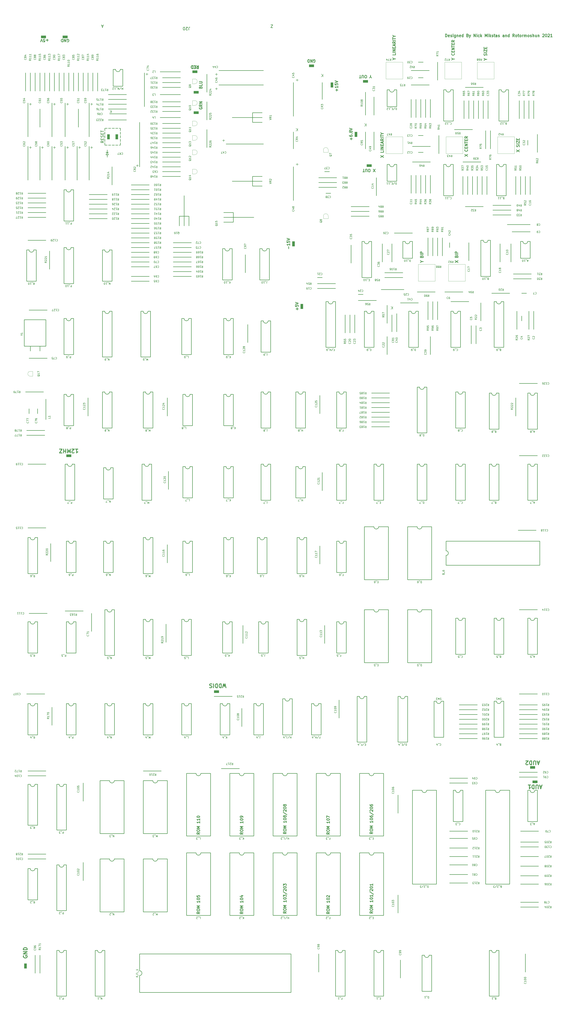
<source format=gbr>
G04 #@! TF.GenerationSoftware,KiCad,Pcbnew,(5.1.5)-3*
G04 #@! TF.CreationDate,2021-11-05T19:20:43-06:00*
G04 #@! TF.ProjectId,quantum_arcade_pcb,7175616e-7475-46d5-9f61-72636164655f,rev?*
G04 #@! TF.SameCoordinates,Original*
G04 #@! TF.FileFunction,Legend,Top*
G04 #@! TF.FilePolarity,Positive*
%FSLAX46Y46*%
G04 Gerber Fmt 4.6, Leading zero omitted, Abs format (unit mm)*
G04 Created by KiCad (PCBNEW (5.1.5)-3) date 2021-11-05 19:20:43*
%MOMM*%
%LPD*%
G04 APERTURE LIST*
%ADD10C,0.300000*%
%ADD11C,0.381000*%
%ADD12C,0.254000*%
%ADD13C,0.152400*%
%ADD14C,0.120000*%
%ADD15C,0.100000*%
%ADD16C,0.150000*%
%ADD17C,0.203200*%
G04 APERTURE END LIST*
D10*
X256301428Y-52113571D02*
X256301428Y-50613571D01*
X256658571Y-50613571D01*
X256872857Y-50685000D01*
X257015714Y-50827857D01*
X257087142Y-50970714D01*
X257158571Y-51256428D01*
X257158571Y-51470714D01*
X257087142Y-51756428D01*
X257015714Y-51899285D01*
X256872857Y-52042142D01*
X256658571Y-52113571D01*
X256301428Y-52113571D01*
X258372857Y-52042142D02*
X258230000Y-52113571D01*
X257944285Y-52113571D01*
X257801428Y-52042142D01*
X257730000Y-51899285D01*
X257730000Y-51327857D01*
X257801428Y-51185000D01*
X257944285Y-51113571D01*
X258230000Y-51113571D01*
X258372857Y-51185000D01*
X258444285Y-51327857D01*
X258444285Y-51470714D01*
X257730000Y-51613571D01*
X259015714Y-52042142D02*
X259158571Y-52113571D01*
X259444285Y-52113571D01*
X259587142Y-52042142D01*
X259658571Y-51899285D01*
X259658571Y-51827857D01*
X259587142Y-51685000D01*
X259444285Y-51613571D01*
X259230000Y-51613571D01*
X259087142Y-51542142D01*
X259015714Y-51399285D01*
X259015714Y-51327857D01*
X259087142Y-51185000D01*
X259230000Y-51113571D01*
X259444285Y-51113571D01*
X259587142Y-51185000D01*
X260301428Y-52113571D02*
X260301428Y-51113571D01*
X260301428Y-50613571D02*
X260230000Y-50685000D01*
X260301428Y-50756428D01*
X260372857Y-50685000D01*
X260301428Y-50613571D01*
X260301428Y-50756428D01*
X261658571Y-51113571D02*
X261658571Y-52327857D01*
X261587142Y-52470714D01*
X261515714Y-52542142D01*
X261372857Y-52613571D01*
X261158571Y-52613571D01*
X261015714Y-52542142D01*
X261658571Y-52042142D02*
X261515714Y-52113571D01*
X261230000Y-52113571D01*
X261087142Y-52042142D01*
X261015714Y-51970714D01*
X260944285Y-51827857D01*
X260944285Y-51399285D01*
X261015714Y-51256428D01*
X261087142Y-51185000D01*
X261230000Y-51113571D01*
X261515714Y-51113571D01*
X261658571Y-51185000D01*
X262372857Y-51113571D02*
X262372857Y-52113571D01*
X262372857Y-51256428D02*
X262444285Y-51185000D01*
X262587142Y-51113571D01*
X262801428Y-51113571D01*
X262944285Y-51185000D01*
X263015714Y-51327857D01*
X263015714Y-52113571D01*
X264301428Y-52042142D02*
X264158571Y-52113571D01*
X263872857Y-52113571D01*
X263730000Y-52042142D01*
X263658571Y-51899285D01*
X263658571Y-51327857D01*
X263730000Y-51185000D01*
X263872857Y-51113571D01*
X264158571Y-51113571D01*
X264301428Y-51185000D01*
X264372857Y-51327857D01*
X264372857Y-51470714D01*
X263658571Y-51613571D01*
X265658571Y-52113571D02*
X265658571Y-50613571D01*
X265658571Y-52042142D02*
X265515714Y-52113571D01*
X265230000Y-52113571D01*
X265087142Y-52042142D01*
X265015714Y-51970714D01*
X264944285Y-51827857D01*
X264944285Y-51399285D01*
X265015714Y-51256428D01*
X265087142Y-51185000D01*
X265230000Y-51113571D01*
X265515714Y-51113571D01*
X265658571Y-51185000D01*
X268015714Y-51327857D02*
X268230000Y-51399285D01*
X268301428Y-51470714D01*
X268372857Y-51613571D01*
X268372857Y-51827857D01*
X268301428Y-51970714D01*
X268230000Y-52042142D01*
X268087142Y-52113571D01*
X267515714Y-52113571D01*
X267515714Y-50613571D01*
X268015714Y-50613571D01*
X268158571Y-50685000D01*
X268230000Y-50756428D01*
X268301428Y-50899285D01*
X268301428Y-51042142D01*
X268230000Y-51185000D01*
X268158571Y-51256428D01*
X268015714Y-51327857D01*
X267515714Y-51327857D01*
X268872857Y-51113571D02*
X269230000Y-52113571D01*
X269587142Y-51113571D02*
X269230000Y-52113571D01*
X269087142Y-52470714D01*
X269015714Y-52542142D01*
X268872857Y-52613571D01*
X271301428Y-52113571D02*
X271301428Y-50613571D01*
X272158571Y-52113571D01*
X272158571Y-50613571D01*
X272872857Y-52113571D02*
X272872857Y-51113571D01*
X272872857Y-50613571D02*
X272801428Y-50685000D01*
X272872857Y-50756428D01*
X272944285Y-50685000D01*
X272872857Y-50613571D01*
X272872857Y-50756428D01*
X274230000Y-52042142D02*
X274087142Y-52113571D01*
X273801428Y-52113571D01*
X273658571Y-52042142D01*
X273587142Y-51970714D01*
X273515714Y-51827857D01*
X273515714Y-51399285D01*
X273587142Y-51256428D01*
X273658571Y-51185000D01*
X273801428Y-51113571D01*
X274087142Y-51113571D01*
X274230000Y-51185000D01*
X274872857Y-52113571D02*
X274872857Y-50613571D01*
X275015714Y-51542142D02*
X275444285Y-52113571D01*
X275444285Y-51113571D02*
X274872857Y-51685000D01*
X277230000Y-52113571D02*
X277230000Y-50613571D01*
X277730000Y-51685000D01*
X278230000Y-50613571D01*
X278230000Y-52113571D01*
X278944285Y-52113571D02*
X278944285Y-51113571D01*
X278944285Y-50613571D02*
X278872857Y-50685000D01*
X278944285Y-50756428D01*
X279015714Y-50685000D01*
X278944285Y-50613571D01*
X278944285Y-50756428D01*
X279658571Y-52113571D02*
X279658571Y-50613571D01*
X279801428Y-51542142D02*
X280230000Y-52113571D01*
X280230000Y-51113571D02*
X279658571Y-51685000D01*
X280801428Y-52042142D02*
X280944285Y-52113571D01*
X281230000Y-52113571D01*
X281372857Y-52042142D01*
X281444285Y-51899285D01*
X281444285Y-51827857D01*
X281372857Y-51685000D01*
X281230000Y-51613571D01*
X281015714Y-51613571D01*
X280872857Y-51542142D01*
X280801428Y-51399285D01*
X280801428Y-51327857D01*
X280872857Y-51185000D01*
X281015714Y-51113571D01*
X281230000Y-51113571D01*
X281372857Y-51185000D01*
X281872857Y-51113571D02*
X282444285Y-51113571D01*
X282087142Y-50613571D02*
X282087142Y-51899285D01*
X282158571Y-52042142D01*
X282301428Y-52113571D01*
X282444285Y-52113571D01*
X283587142Y-52113571D02*
X283587142Y-51327857D01*
X283515714Y-51185000D01*
X283372857Y-51113571D01*
X283087142Y-51113571D01*
X282944285Y-51185000D01*
X283587142Y-52042142D02*
X283444285Y-52113571D01*
X283087142Y-52113571D01*
X282944285Y-52042142D01*
X282872857Y-51899285D01*
X282872857Y-51756428D01*
X282944285Y-51613571D01*
X283087142Y-51542142D01*
X283444285Y-51542142D01*
X283587142Y-51470714D01*
X284230000Y-52042142D02*
X284372857Y-52113571D01*
X284658571Y-52113571D01*
X284801428Y-52042142D01*
X284872857Y-51899285D01*
X284872857Y-51827857D01*
X284801428Y-51685000D01*
X284658571Y-51613571D01*
X284444285Y-51613571D01*
X284301428Y-51542142D01*
X284230000Y-51399285D01*
X284230000Y-51327857D01*
X284301428Y-51185000D01*
X284444285Y-51113571D01*
X284658571Y-51113571D01*
X284801428Y-51185000D01*
X287301428Y-52113571D02*
X287301428Y-51327857D01*
X287230000Y-51185000D01*
X287087142Y-51113571D01*
X286801428Y-51113571D01*
X286658571Y-51185000D01*
X287301428Y-52042142D02*
X287158571Y-52113571D01*
X286801428Y-52113571D01*
X286658571Y-52042142D01*
X286587142Y-51899285D01*
X286587142Y-51756428D01*
X286658571Y-51613571D01*
X286801428Y-51542142D01*
X287158571Y-51542142D01*
X287301428Y-51470714D01*
X288015714Y-51113571D02*
X288015714Y-52113571D01*
X288015714Y-51256428D02*
X288087142Y-51185000D01*
X288230000Y-51113571D01*
X288444285Y-51113571D01*
X288587142Y-51185000D01*
X288658571Y-51327857D01*
X288658571Y-52113571D01*
X290015714Y-52113571D02*
X290015714Y-50613571D01*
X290015714Y-52042142D02*
X289872857Y-52113571D01*
X289587142Y-52113571D01*
X289444285Y-52042142D01*
X289372857Y-51970714D01*
X289301428Y-51827857D01*
X289301428Y-51399285D01*
X289372857Y-51256428D01*
X289444285Y-51185000D01*
X289587142Y-51113571D01*
X289872857Y-51113571D01*
X290015714Y-51185000D01*
X292730000Y-52113571D02*
X292230000Y-51399285D01*
X291872857Y-52113571D02*
X291872857Y-50613571D01*
X292444285Y-50613571D01*
X292587142Y-50685000D01*
X292658571Y-50756428D01*
X292730000Y-50899285D01*
X292730000Y-51113571D01*
X292658571Y-51256428D01*
X292587142Y-51327857D01*
X292444285Y-51399285D01*
X291872857Y-51399285D01*
X293587142Y-52113571D02*
X293444285Y-52042142D01*
X293372857Y-51970714D01*
X293301428Y-51827857D01*
X293301428Y-51399285D01*
X293372857Y-51256428D01*
X293444285Y-51185000D01*
X293587142Y-51113571D01*
X293801428Y-51113571D01*
X293944285Y-51185000D01*
X294015714Y-51256428D01*
X294087142Y-51399285D01*
X294087142Y-51827857D01*
X294015714Y-51970714D01*
X293944285Y-52042142D01*
X293801428Y-52113571D01*
X293587142Y-52113571D01*
X294515714Y-51113571D02*
X295087142Y-51113571D01*
X294730000Y-50613571D02*
X294730000Y-51899285D01*
X294801428Y-52042142D01*
X294944285Y-52113571D01*
X295087142Y-52113571D01*
X295801428Y-52113571D02*
X295658571Y-52042142D01*
X295587142Y-51970714D01*
X295515714Y-51827857D01*
X295515714Y-51399285D01*
X295587142Y-51256428D01*
X295658571Y-51185000D01*
X295801428Y-51113571D01*
X296015714Y-51113571D01*
X296158571Y-51185000D01*
X296230000Y-51256428D01*
X296301428Y-51399285D01*
X296301428Y-51827857D01*
X296230000Y-51970714D01*
X296158571Y-52042142D01*
X296015714Y-52113571D01*
X295801428Y-52113571D01*
X296944285Y-52113571D02*
X296944285Y-51113571D01*
X296944285Y-51399285D02*
X297015714Y-51256428D01*
X297087142Y-51185000D01*
X297230000Y-51113571D01*
X297372857Y-51113571D01*
X297872857Y-52113571D02*
X297872857Y-51113571D01*
X297872857Y-51256428D02*
X297944285Y-51185000D01*
X298087142Y-51113571D01*
X298301428Y-51113571D01*
X298444285Y-51185000D01*
X298515714Y-51327857D01*
X298515714Y-52113571D01*
X298515714Y-51327857D02*
X298587142Y-51185000D01*
X298730000Y-51113571D01*
X298944285Y-51113571D01*
X299087142Y-51185000D01*
X299158571Y-51327857D01*
X299158571Y-52113571D01*
X300087142Y-52113571D02*
X299944285Y-52042142D01*
X299872857Y-51970714D01*
X299801428Y-51827857D01*
X299801428Y-51399285D01*
X299872857Y-51256428D01*
X299944285Y-51185000D01*
X300087142Y-51113571D01*
X300301428Y-51113571D01*
X300444285Y-51185000D01*
X300515714Y-51256428D01*
X300587142Y-51399285D01*
X300587142Y-51827857D01*
X300515714Y-51970714D01*
X300444285Y-52042142D01*
X300301428Y-52113571D01*
X300087142Y-52113571D01*
X301158571Y-52042142D02*
X301301428Y-52113571D01*
X301587142Y-52113571D01*
X301730000Y-52042142D01*
X301801428Y-51899285D01*
X301801428Y-51827857D01*
X301730000Y-51685000D01*
X301587142Y-51613571D01*
X301372857Y-51613571D01*
X301230000Y-51542142D01*
X301158571Y-51399285D01*
X301158571Y-51327857D01*
X301230000Y-51185000D01*
X301372857Y-51113571D01*
X301587142Y-51113571D01*
X301730000Y-51185000D01*
X302444285Y-52113571D02*
X302444285Y-50613571D01*
X303087142Y-52113571D02*
X303087142Y-51327857D01*
X303015714Y-51185000D01*
X302872857Y-51113571D01*
X302658571Y-51113571D01*
X302515714Y-51185000D01*
X302444285Y-51256428D01*
X304444285Y-51113571D02*
X304444285Y-52113571D01*
X303801428Y-51113571D02*
X303801428Y-51899285D01*
X303872857Y-52042142D01*
X304015714Y-52113571D01*
X304230000Y-52113571D01*
X304372857Y-52042142D01*
X304444285Y-51970714D01*
X305158571Y-51113571D02*
X305158571Y-52113571D01*
X305158571Y-51256428D02*
X305230000Y-51185000D01*
X305372857Y-51113571D01*
X305587142Y-51113571D01*
X305730000Y-51185000D01*
X305801428Y-51327857D01*
X305801428Y-52113571D01*
X307587142Y-50756428D02*
X307658571Y-50685000D01*
X307801428Y-50613571D01*
X308158571Y-50613571D01*
X308301428Y-50685000D01*
X308372857Y-50756428D01*
X308444285Y-50899285D01*
X308444285Y-51042142D01*
X308372857Y-51256428D01*
X307515714Y-52113571D01*
X308444285Y-52113571D01*
X309372857Y-50613571D02*
X309515714Y-50613571D01*
X309658571Y-50685000D01*
X309730000Y-50756428D01*
X309801428Y-50899285D01*
X309872857Y-51185000D01*
X309872857Y-51542142D01*
X309801428Y-51827857D01*
X309730000Y-51970714D01*
X309658571Y-52042142D01*
X309515714Y-52113571D01*
X309372857Y-52113571D01*
X309230000Y-52042142D01*
X309158571Y-51970714D01*
X309087142Y-51827857D01*
X309015714Y-51542142D01*
X309015714Y-51185000D01*
X309087142Y-50899285D01*
X309158571Y-50756428D01*
X309230000Y-50685000D01*
X309372857Y-50613571D01*
X310444285Y-50756428D02*
X310515714Y-50685000D01*
X310658571Y-50613571D01*
X311015714Y-50613571D01*
X311158571Y-50685000D01*
X311230000Y-50756428D01*
X311301428Y-50899285D01*
X311301428Y-51042142D01*
X311230000Y-51256428D01*
X310372857Y-52113571D01*
X311301428Y-52113571D01*
X312730000Y-52113571D02*
X311872857Y-52113571D01*
X312301428Y-52113571D02*
X312301428Y-50613571D01*
X312158571Y-50827857D01*
X312015714Y-50970714D01*
X311872857Y-51042142D01*
X222063571Y-115684285D02*
X223563571Y-114684285D01*
X222063571Y-114684285D02*
X223563571Y-115684285D01*
X223563571Y-112255714D02*
X223563571Y-112970000D01*
X222063571Y-112970000D01*
X223563571Y-111755714D02*
X222063571Y-111755714D01*
X223563571Y-111041428D02*
X222063571Y-111041428D01*
X223563571Y-110184285D01*
X222063571Y-110184285D01*
X222777857Y-109470000D02*
X222777857Y-108970000D01*
X223563571Y-108755714D02*
X223563571Y-109470000D01*
X222063571Y-109470000D01*
X222063571Y-108755714D01*
X223135000Y-108184285D02*
X223135000Y-107470000D01*
X223563571Y-108327142D02*
X222063571Y-107827142D01*
X223563571Y-107327142D01*
X223563571Y-105970000D02*
X222849285Y-106470000D01*
X223563571Y-106827142D02*
X222063571Y-106827142D01*
X222063571Y-106255714D01*
X222135000Y-106112857D01*
X222206428Y-106041428D01*
X222349285Y-105970000D01*
X222563571Y-105970000D01*
X222706428Y-106041428D01*
X222777857Y-106112857D01*
X222849285Y-106255714D01*
X222849285Y-106827142D01*
X223563571Y-105327142D02*
X222063571Y-105327142D01*
X222063571Y-104827142D02*
X222063571Y-103970000D01*
X223563571Y-104398571D02*
X222063571Y-104398571D01*
X222849285Y-103184285D02*
X223563571Y-103184285D01*
X222063571Y-103684285D02*
X222849285Y-103184285D01*
X222063571Y-102684285D01*
X266513571Y-115140714D02*
X268013571Y-114140714D01*
X266513571Y-114140714D02*
X268013571Y-115140714D01*
X267870714Y-111569285D02*
X267942142Y-111640714D01*
X268013571Y-111855000D01*
X268013571Y-111997857D01*
X267942142Y-112212142D01*
X267799285Y-112355000D01*
X267656428Y-112426428D01*
X267370714Y-112497857D01*
X267156428Y-112497857D01*
X266870714Y-112426428D01*
X266727857Y-112355000D01*
X266585000Y-112212142D01*
X266513571Y-111997857D01*
X266513571Y-111855000D01*
X266585000Y-111640714D01*
X266656428Y-111569285D01*
X267227857Y-110926428D02*
X267227857Y-110426428D01*
X268013571Y-110212142D02*
X268013571Y-110926428D01*
X266513571Y-110926428D01*
X266513571Y-110212142D01*
X268013571Y-109569285D02*
X266513571Y-109569285D01*
X268013571Y-108712142D01*
X266513571Y-108712142D01*
X266513571Y-108212142D02*
X266513571Y-107355000D01*
X268013571Y-107783571D02*
X266513571Y-107783571D01*
X267227857Y-106855000D02*
X267227857Y-106355000D01*
X268013571Y-106140714D02*
X268013571Y-106855000D01*
X266513571Y-106855000D01*
X266513571Y-106140714D01*
X268013571Y-104640714D02*
X267299285Y-105140714D01*
X268013571Y-105497857D02*
X266513571Y-105497857D01*
X266513571Y-104926428D01*
X266585000Y-104783571D01*
X266656428Y-104712142D01*
X266799285Y-104640714D01*
X267013571Y-104640714D01*
X267156428Y-104712142D01*
X267227857Y-104783571D01*
X267299285Y-104926428D01*
X267299285Y-105497857D01*
X293818571Y-112755714D02*
X295318571Y-111755714D01*
X293818571Y-111755714D02*
X295318571Y-112755714D01*
X295247142Y-110112857D02*
X295318571Y-109898571D01*
X295318571Y-109541428D01*
X295247142Y-109398571D01*
X295175714Y-109327142D01*
X295032857Y-109255714D01*
X294890000Y-109255714D01*
X294747142Y-109327142D01*
X294675714Y-109398571D01*
X294604285Y-109541428D01*
X294532857Y-109827142D01*
X294461428Y-109970000D01*
X294390000Y-110041428D01*
X294247142Y-110112857D01*
X294104285Y-110112857D01*
X293961428Y-110041428D01*
X293890000Y-109970000D01*
X293818571Y-109827142D01*
X293818571Y-109470000D01*
X293890000Y-109255714D01*
X295318571Y-108612857D02*
X293818571Y-108612857D01*
X293818571Y-108041428D02*
X293818571Y-107041428D01*
X295318571Y-108041428D01*
X295318571Y-107041428D01*
X294532857Y-106470000D02*
X294532857Y-105970000D01*
X295318571Y-105755714D02*
X295318571Y-106470000D01*
X293818571Y-106470000D01*
X293818571Y-105755714D01*
X261433571Y-171203571D02*
X262933571Y-170203571D01*
X261433571Y-170203571D02*
X262933571Y-171203571D01*
X262147857Y-167989285D02*
X262219285Y-167775000D01*
X262290714Y-167703571D01*
X262433571Y-167632142D01*
X262647857Y-167632142D01*
X262790714Y-167703571D01*
X262862142Y-167775000D01*
X262933571Y-167917857D01*
X262933571Y-168489285D01*
X261433571Y-168489285D01*
X261433571Y-167989285D01*
X261505000Y-167846428D01*
X261576428Y-167775000D01*
X261719285Y-167703571D01*
X261862142Y-167703571D01*
X262005000Y-167775000D01*
X262076428Y-167846428D01*
X262147857Y-167989285D01*
X262147857Y-168489285D01*
X262933571Y-166989285D02*
X261433571Y-166989285D01*
X262933571Y-166275000D02*
X261433571Y-166275000D01*
X261433571Y-165703571D01*
X261505000Y-165560714D01*
X261576428Y-165489285D01*
X261719285Y-165417857D01*
X261933571Y-165417857D01*
X262076428Y-165489285D01*
X262147857Y-165560714D01*
X262219285Y-165703571D01*
X262219285Y-166275000D01*
X243804285Y-170703571D02*
X244518571Y-170703571D01*
X243018571Y-171203571D02*
X243804285Y-170703571D01*
X243018571Y-170203571D01*
X243732857Y-168060714D02*
X243804285Y-167846428D01*
X243875714Y-167775000D01*
X244018571Y-167703571D01*
X244232857Y-167703571D01*
X244375714Y-167775000D01*
X244447142Y-167846428D01*
X244518571Y-167989285D01*
X244518571Y-168560714D01*
X243018571Y-168560714D01*
X243018571Y-168060714D01*
X243090000Y-167917857D01*
X243161428Y-167846428D01*
X243304285Y-167775000D01*
X243447142Y-167775000D01*
X243590000Y-167846428D01*
X243661428Y-167917857D01*
X243732857Y-168060714D01*
X243732857Y-168560714D01*
X244518571Y-167060714D02*
X243018571Y-167060714D01*
X244518571Y-166346428D02*
X243018571Y-166346428D01*
X243018571Y-165775000D01*
X243090000Y-165632142D01*
X243161428Y-165560714D01*
X243304285Y-165489285D01*
X243518571Y-165489285D01*
X243661428Y-165560714D01*
X243732857Y-165632142D01*
X243804285Y-165775000D01*
X243804285Y-166346428D01*
X277459285Y-63995714D02*
X278173571Y-63995714D01*
X276673571Y-64495714D02*
X277459285Y-63995714D01*
X276673571Y-63495714D01*
X278102142Y-61924285D02*
X278173571Y-61710000D01*
X278173571Y-61352857D01*
X278102142Y-61210000D01*
X278030714Y-61138571D01*
X277887857Y-61067142D01*
X277745000Y-61067142D01*
X277602142Y-61138571D01*
X277530714Y-61210000D01*
X277459285Y-61352857D01*
X277387857Y-61638571D01*
X277316428Y-61781428D01*
X277245000Y-61852857D01*
X277102142Y-61924285D01*
X276959285Y-61924285D01*
X276816428Y-61852857D01*
X276745000Y-61781428D01*
X276673571Y-61638571D01*
X276673571Y-61281428D01*
X276745000Y-61067142D01*
X278173571Y-60424285D02*
X276673571Y-60424285D01*
X276673571Y-59852857D02*
X276673571Y-58852857D01*
X278173571Y-59852857D01*
X278173571Y-58852857D01*
X277387857Y-58281428D02*
X277387857Y-57781428D01*
X278173571Y-57567142D02*
X278173571Y-58281428D01*
X276673571Y-58281428D01*
X276673571Y-57567142D01*
X260314285Y-63840714D02*
X261028571Y-63840714D01*
X259528571Y-64340714D02*
X260314285Y-63840714D01*
X259528571Y-63340714D01*
X260885714Y-60840714D02*
X260957142Y-60912142D01*
X261028571Y-61126428D01*
X261028571Y-61269285D01*
X260957142Y-61483571D01*
X260814285Y-61626428D01*
X260671428Y-61697857D01*
X260385714Y-61769285D01*
X260171428Y-61769285D01*
X259885714Y-61697857D01*
X259742857Y-61626428D01*
X259600000Y-61483571D01*
X259528571Y-61269285D01*
X259528571Y-61126428D01*
X259600000Y-60912142D01*
X259671428Y-60840714D01*
X260242857Y-60197857D02*
X260242857Y-59697857D01*
X261028571Y-59483571D02*
X261028571Y-60197857D01*
X259528571Y-60197857D01*
X259528571Y-59483571D01*
X261028571Y-58840714D02*
X259528571Y-58840714D01*
X261028571Y-57983571D01*
X259528571Y-57983571D01*
X259528571Y-57483571D02*
X259528571Y-56626428D01*
X261028571Y-57055000D02*
X259528571Y-57055000D01*
X260242857Y-56126428D02*
X260242857Y-55626428D01*
X261028571Y-55412142D02*
X261028571Y-56126428D01*
X259528571Y-56126428D01*
X259528571Y-55412142D01*
X261028571Y-53912142D02*
X260314285Y-54412142D01*
X261028571Y-54769285D02*
X259528571Y-54769285D01*
X259528571Y-54197857D01*
X259600000Y-54055000D01*
X259671428Y-53983571D01*
X259814285Y-53912142D01*
X260028571Y-53912142D01*
X260171428Y-53983571D01*
X260242857Y-54055000D01*
X260314285Y-54197857D01*
X260314285Y-54769285D01*
X229199285Y-63749285D02*
X229913571Y-63749285D01*
X228413571Y-64249285D02*
X229199285Y-63749285D01*
X228413571Y-63249285D01*
X229913571Y-60892142D02*
X229913571Y-61606428D01*
X228413571Y-61606428D01*
X229913571Y-60392142D02*
X228413571Y-60392142D01*
X229913571Y-59677857D02*
X228413571Y-59677857D01*
X229913571Y-58820714D01*
X228413571Y-58820714D01*
X229127857Y-58106428D02*
X229127857Y-57606428D01*
X229913571Y-57392142D02*
X229913571Y-58106428D01*
X228413571Y-58106428D01*
X228413571Y-57392142D01*
X229485000Y-56820714D02*
X229485000Y-56106428D01*
X229913571Y-56963571D02*
X228413571Y-56463571D01*
X229913571Y-55963571D01*
X229913571Y-54606428D02*
X229199285Y-55106428D01*
X229913571Y-55463571D02*
X228413571Y-55463571D01*
X228413571Y-54892142D01*
X228485000Y-54749285D01*
X228556428Y-54677857D01*
X228699285Y-54606428D01*
X228913571Y-54606428D01*
X229056428Y-54677857D01*
X229127857Y-54749285D01*
X229199285Y-54892142D01*
X229199285Y-55463571D01*
X229913571Y-53963571D02*
X228413571Y-53963571D01*
X228413571Y-53463571D02*
X228413571Y-52606428D01*
X229913571Y-53035000D02*
X228413571Y-53035000D01*
X229199285Y-51820714D02*
X229913571Y-51820714D01*
X228413571Y-52320714D02*
X229199285Y-51820714D01*
X228413571Y-51320714D01*
X216709285Y-73060714D02*
X216709285Y-72346428D01*
X217209285Y-73846428D02*
X216709285Y-73060714D01*
X216209285Y-73846428D01*
X214280714Y-73846428D02*
X213995000Y-73846428D01*
X213852142Y-73775000D01*
X213709285Y-73632142D01*
X213637857Y-73346428D01*
X213637857Y-72846428D01*
X213709285Y-72560714D01*
X213852142Y-72417857D01*
X213995000Y-72346428D01*
X214280714Y-72346428D01*
X214423571Y-72417857D01*
X214566428Y-72560714D01*
X214637857Y-72846428D01*
X214637857Y-73346428D01*
X214566428Y-73632142D01*
X214423571Y-73775000D01*
X214280714Y-73846428D01*
X212995000Y-73846428D02*
X212995000Y-72632142D01*
X212923571Y-72489285D01*
X212852142Y-72417857D01*
X212709285Y-72346428D01*
X212423571Y-72346428D01*
X212280714Y-72417857D01*
X212209285Y-72489285D01*
X212137857Y-72632142D01*
X212137857Y-73846428D01*
X211637857Y-73846428D02*
X210780714Y-73846428D01*
X211209285Y-72346428D02*
X211209285Y-73846428D01*
X219114285Y-123376428D02*
X218114285Y-121876428D01*
X218114285Y-123376428D02*
X219114285Y-121876428D01*
X216114285Y-123376428D02*
X215828571Y-123376428D01*
X215685714Y-123305000D01*
X215542857Y-123162142D01*
X215471428Y-122876428D01*
X215471428Y-122376428D01*
X215542857Y-122090714D01*
X215685714Y-121947857D01*
X215828571Y-121876428D01*
X216114285Y-121876428D01*
X216257142Y-121947857D01*
X216400000Y-122090714D01*
X216471428Y-122376428D01*
X216471428Y-122876428D01*
X216400000Y-123162142D01*
X216257142Y-123305000D01*
X216114285Y-123376428D01*
X214828571Y-123376428D02*
X214828571Y-122162142D01*
X214757142Y-122019285D01*
X214685714Y-121947857D01*
X214542857Y-121876428D01*
X214257142Y-121876428D01*
X214114285Y-121947857D01*
X214042857Y-122019285D01*
X213971428Y-122162142D01*
X213971428Y-123376428D01*
X213471428Y-123376428D02*
X212614285Y-123376428D01*
X213042857Y-121876428D02*
X213042857Y-123376428D01*
X206482142Y-106505000D02*
X206482142Y-105362142D01*
X207053571Y-105933571D02*
X205910714Y-105933571D01*
X205553571Y-104005000D02*
X205553571Y-104290714D01*
X205625000Y-104433571D01*
X205696428Y-104505000D01*
X205910714Y-104647857D01*
X206196428Y-104719285D01*
X206767857Y-104719285D01*
X206910714Y-104647857D01*
X206982142Y-104576428D01*
X207053571Y-104433571D01*
X207053571Y-104147857D01*
X206982142Y-104005000D01*
X206910714Y-103933571D01*
X206767857Y-103862142D01*
X206410714Y-103862142D01*
X206267857Y-103933571D01*
X206196428Y-104005000D01*
X206125000Y-104147857D01*
X206125000Y-104433571D01*
X206196428Y-104576428D01*
X206267857Y-104647857D01*
X206410714Y-104719285D01*
X206910714Y-103219285D02*
X206982142Y-103147857D01*
X207053571Y-103219285D01*
X206982142Y-103290714D01*
X206910714Y-103219285D01*
X207053571Y-103219285D01*
X206196428Y-102290714D02*
X206125000Y-102433571D01*
X206053571Y-102505000D01*
X205910714Y-102576428D01*
X205839285Y-102576428D01*
X205696428Y-102505000D01*
X205625000Y-102433571D01*
X205553571Y-102290714D01*
X205553571Y-102005000D01*
X205625000Y-101862142D01*
X205696428Y-101790714D01*
X205839285Y-101719285D01*
X205910714Y-101719285D01*
X206053571Y-101790714D01*
X206125000Y-101862142D01*
X206196428Y-102005000D01*
X206196428Y-102290714D01*
X206267857Y-102433571D01*
X206339285Y-102505000D01*
X206482142Y-102576428D01*
X206767857Y-102576428D01*
X206910714Y-102505000D01*
X206982142Y-102433571D01*
X207053571Y-102290714D01*
X207053571Y-102005000D01*
X206982142Y-101862142D01*
X206910714Y-101790714D01*
X206767857Y-101719285D01*
X206482142Y-101719285D01*
X206339285Y-101790714D01*
X206267857Y-101862142D01*
X206196428Y-102005000D01*
X205553571Y-101290714D02*
X207053571Y-100790714D01*
X205553571Y-100290714D01*
X198862142Y-80747857D02*
X198862142Y-79605000D01*
X199433571Y-80176428D02*
X198290714Y-80176428D01*
X199433571Y-78105000D02*
X199433571Y-78962142D01*
X199433571Y-78533571D02*
X197933571Y-78533571D01*
X198147857Y-78676428D01*
X198290714Y-78819285D01*
X198362142Y-78962142D01*
X197933571Y-76747857D02*
X197933571Y-77462142D01*
X198647857Y-77533571D01*
X198576428Y-77462142D01*
X198505000Y-77319285D01*
X198505000Y-76962142D01*
X198576428Y-76819285D01*
X198647857Y-76747857D01*
X198790714Y-76676428D01*
X199147857Y-76676428D01*
X199290714Y-76747857D01*
X199362142Y-76819285D01*
X199433571Y-76962142D01*
X199433571Y-77319285D01*
X199362142Y-77462142D01*
X199290714Y-77533571D01*
X197933571Y-76247857D02*
X199433571Y-75747857D01*
X197933571Y-75247857D01*
X186562857Y-65520000D02*
X186705714Y-65591428D01*
X186920000Y-65591428D01*
X187134285Y-65520000D01*
X187277142Y-65377142D01*
X187348571Y-65234285D01*
X187420000Y-64948571D01*
X187420000Y-64734285D01*
X187348571Y-64448571D01*
X187277142Y-64305714D01*
X187134285Y-64162857D01*
X186920000Y-64091428D01*
X186777142Y-64091428D01*
X186562857Y-64162857D01*
X186491428Y-64234285D01*
X186491428Y-64734285D01*
X186777142Y-64734285D01*
X185848571Y-64091428D02*
X185848571Y-65591428D01*
X184991428Y-64091428D01*
X184991428Y-65591428D01*
X184277142Y-64091428D02*
X184277142Y-65591428D01*
X183920000Y-65591428D01*
X183705714Y-65520000D01*
X183562857Y-65377142D01*
X183491428Y-65234285D01*
X183420000Y-64948571D01*
X183420000Y-64734285D01*
X183491428Y-64448571D01*
X183562857Y-64305714D01*
X183705714Y-64162857D01*
X183920000Y-64091428D01*
X184277142Y-64091428D01*
X177907142Y-196238571D02*
X177907142Y-195095714D01*
X178478571Y-195667142D02*
X177335714Y-195667142D01*
X176978571Y-193667142D02*
X176978571Y-194381428D01*
X177692857Y-194452857D01*
X177621428Y-194381428D01*
X177550000Y-194238571D01*
X177550000Y-193881428D01*
X177621428Y-193738571D01*
X177692857Y-193667142D01*
X177835714Y-193595714D01*
X178192857Y-193595714D01*
X178335714Y-193667142D01*
X178407142Y-193738571D01*
X178478571Y-193881428D01*
X178478571Y-194238571D01*
X178407142Y-194381428D01*
X178335714Y-194452857D01*
X176978571Y-193167142D02*
X178478571Y-192667142D01*
X176978571Y-192167142D01*
X173462142Y-163932857D02*
X173462142Y-162790000D01*
X174033571Y-161290000D02*
X174033571Y-162147142D01*
X174033571Y-161718571D02*
X172533571Y-161718571D01*
X172747857Y-161861428D01*
X172890714Y-162004285D01*
X172962142Y-162147142D01*
X172533571Y-159932857D02*
X172533571Y-160647142D01*
X173247857Y-160718571D01*
X173176428Y-160647142D01*
X173105000Y-160504285D01*
X173105000Y-160147142D01*
X173176428Y-160004285D01*
X173247857Y-159932857D01*
X173390714Y-159861428D01*
X173747857Y-159861428D01*
X173890714Y-159932857D01*
X173962142Y-160004285D01*
X174033571Y-160147142D01*
X174033571Y-160504285D01*
X173962142Y-160647142D01*
X173890714Y-160718571D01*
X172533571Y-159432857D02*
X174033571Y-158932857D01*
X172533571Y-158432857D01*
X217848571Y-513551428D02*
X217134285Y-514051428D01*
X217848571Y-514408571D02*
X216348571Y-514408571D01*
X216348571Y-513837142D01*
X216420000Y-513694285D01*
X216491428Y-513622857D01*
X216634285Y-513551428D01*
X216848571Y-513551428D01*
X216991428Y-513622857D01*
X217062857Y-513694285D01*
X217134285Y-513837142D01*
X217134285Y-514408571D01*
X216348571Y-512622857D02*
X216348571Y-512337142D01*
X216420000Y-512194285D01*
X216562857Y-512051428D01*
X216848571Y-511980000D01*
X217348571Y-511980000D01*
X217634285Y-512051428D01*
X217777142Y-512194285D01*
X217848571Y-512337142D01*
X217848571Y-512622857D01*
X217777142Y-512765714D01*
X217634285Y-512908571D01*
X217348571Y-512980000D01*
X216848571Y-512980000D01*
X216562857Y-512908571D01*
X216420000Y-512765714D01*
X216348571Y-512622857D01*
X217848571Y-511337142D02*
X216348571Y-511337142D01*
X217420000Y-510837142D01*
X216348571Y-510337142D01*
X217848571Y-510337142D01*
X217848571Y-507694285D02*
X217848571Y-508551428D01*
X217848571Y-508122857D02*
X216348571Y-508122857D01*
X216562857Y-508265714D01*
X216705714Y-508408571D01*
X216777142Y-508551428D01*
X216348571Y-506765714D02*
X216348571Y-506622857D01*
X216420000Y-506480000D01*
X216491428Y-506408571D01*
X216634285Y-506337142D01*
X216920000Y-506265714D01*
X217277142Y-506265714D01*
X217562857Y-506337142D01*
X217705714Y-506408571D01*
X217777142Y-506480000D01*
X217848571Y-506622857D01*
X217848571Y-506765714D01*
X217777142Y-506908571D01*
X217705714Y-506980000D01*
X217562857Y-507051428D01*
X217277142Y-507122857D01*
X216920000Y-507122857D01*
X216634285Y-507051428D01*
X216491428Y-506980000D01*
X216420000Y-506908571D01*
X216348571Y-506765714D01*
X217848571Y-504837142D02*
X217848571Y-505694285D01*
X217848571Y-505265714D02*
X216348571Y-505265714D01*
X216562857Y-505408571D01*
X216705714Y-505551428D01*
X216777142Y-505694285D01*
X216277142Y-503122857D02*
X218205714Y-504408571D01*
X216491428Y-502694285D02*
X216420000Y-502622857D01*
X216348571Y-502480000D01*
X216348571Y-502122857D01*
X216420000Y-501980000D01*
X216491428Y-501908571D01*
X216634285Y-501837142D01*
X216777142Y-501837142D01*
X216991428Y-501908571D01*
X217848571Y-502765714D01*
X217848571Y-501837142D01*
X216348571Y-500908571D02*
X216348571Y-500765714D01*
X216420000Y-500622857D01*
X216491428Y-500551428D01*
X216634285Y-500480000D01*
X216920000Y-500408571D01*
X217277142Y-500408571D01*
X217562857Y-500480000D01*
X217705714Y-500551428D01*
X217777142Y-500622857D01*
X217848571Y-500765714D01*
X217848571Y-500908571D01*
X217777142Y-501051428D01*
X217705714Y-501122857D01*
X217562857Y-501194285D01*
X217277142Y-501265714D01*
X216920000Y-501265714D01*
X216634285Y-501194285D01*
X216491428Y-501122857D01*
X216420000Y-501051428D01*
X216348571Y-500908571D01*
X217848571Y-498980000D02*
X217848571Y-499837142D01*
X217848571Y-499408571D02*
X216348571Y-499408571D01*
X216562857Y-499551428D01*
X216705714Y-499694285D01*
X216777142Y-499837142D01*
X194988571Y-513797857D02*
X194274285Y-514297857D01*
X194988571Y-514655000D02*
X193488571Y-514655000D01*
X193488571Y-514083571D01*
X193560000Y-513940714D01*
X193631428Y-513869285D01*
X193774285Y-513797857D01*
X193988571Y-513797857D01*
X194131428Y-513869285D01*
X194202857Y-513940714D01*
X194274285Y-514083571D01*
X194274285Y-514655000D01*
X193488571Y-512869285D02*
X193488571Y-512583571D01*
X193560000Y-512440714D01*
X193702857Y-512297857D01*
X193988571Y-512226428D01*
X194488571Y-512226428D01*
X194774285Y-512297857D01*
X194917142Y-512440714D01*
X194988571Y-512583571D01*
X194988571Y-512869285D01*
X194917142Y-513012142D01*
X194774285Y-513155000D01*
X194488571Y-513226428D01*
X193988571Y-513226428D01*
X193702857Y-513155000D01*
X193560000Y-513012142D01*
X193488571Y-512869285D01*
X194988571Y-511583571D02*
X193488571Y-511583571D01*
X194560000Y-511083571D01*
X193488571Y-510583571D01*
X194988571Y-510583571D01*
X194988571Y-507940714D02*
X194988571Y-508797857D01*
X194988571Y-508369285D02*
X193488571Y-508369285D01*
X193702857Y-508512142D01*
X193845714Y-508655000D01*
X193917142Y-508797857D01*
X193488571Y-507012142D02*
X193488571Y-506869285D01*
X193560000Y-506726428D01*
X193631428Y-506655000D01*
X193774285Y-506583571D01*
X194060000Y-506512142D01*
X194417142Y-506512142D01*
X194702857Y-506583571D01*
X194845714Y-506655000D01*
X194917142Y-506726428D01*
X194988571Y-506869285D01*
X194988571Y-507012142D01*
X194917142Y-507155000D01*
X194845714Y-507226428D01*
X194702857Y-507297857D01*
X194417142Y-507369285D01*
X194060000Y-507369285D01*
X193774285Y-507297857D01*
X193631428Y-507226428D01*
X193560000Y-507155000D01*
X193488571Y-507012142D01*
X193631428Y-505940714D02*
X193560000Y-505869285D01*
X193488571Y-505726428D01*
X193488571Y-505369285D01*
X193560000Y-505226428D01*
X193631428Y-505155000D01*
X193774285Y-505083571D01*
X193917142Y-505083571D01*
X194131428Y-505155000D01*
X194988571Y-506012142D01*
X194988571Y-505083571D01*
X172128571Y-513551428D02*
X171414285Y-514051428D01*
X172128571Y-514408571D02*
X170628571Y-514408571D01*
X170628571Y-513837142D01*
X170700000Y-513694285D01*
X170771428Y-513622857D01*
X170914285Y-513551428D01*
X171128571Y-513551428D01*
X171271428Y-513622857D01*
X171342857Y-513694285D01*
X171414285Y-513837142D01*
X171414285Y-514408571D01*
X170628571Y-512622857D02*
X170628571Y-512337142D01*
X170700000Y-512194285D01*
X170842857Y-512051428D01*
X171128571Y-511980000D01*
X171628571Y-511980000D01*
X171914285Y-512051428D01*
X172057142Y-512194285D01*
X172128571Y-512337142D01*
X172128571Y-512622857D01*
X172057142Y-512765714D01*
X171914285Y-512908571D01*
X171628571Y-512980000D01*
X171128571Y-512980000D01*
X170842857Y-512908571D01*
X170700000Y-512765714D01*
X170628571Y-512622857D01*
X172128571Y-511337142D02*
X170628571Y-511337142D01*
X171700000Y-510837142D01*
X170628571Y-510337142D01*
X172128571Y-510337142D01*
X172128571Y-507694285D02*
X172128571Y-508551428D01*
X172128571Y-508122857D02*
X170628571Y-508122857D01*
X170842857Y-508265714D01*
X170985714Y-508408571D01*
X171057142Y-508551428D01*
X170628571Y-506765714D02*
X170628571Y-506622857D01*
X170700000Y-506480000D01*
X170771428Y-506408571D01*
X170914285Y-506337142D01*
X171200000Y-506265714D01*
X171557142Y-506265714D01*
X171842857Y-506337142D01*
X171985714Y-506408571D01*
X172057142Y-506480000D01*
X172128571Y-506622857D01*
X172128571Y-506765714D01*
X172057142Y-506908571D01*
X171985714Y-506980000D01*
X171842857Y-507051428D01*
X171557142Y-507122857D01*
X171200000Y-507122857D01*
X170914285Y-507051428D01*
X170771428Y-506980000D01*
X170700000Y-506908571D01*
X170628571Y-506765714D01*
X170628571Y-505765714D02*
X170628571Y-504837142D01*
X171200000Y-505337142D01*
X171200000Y-505122857D01*
X171271428Y-504980000D01*
X171342857Y-504908571D01*
X171485714Y-504837142D01*
X171842857Y-504837142D01*
X171985714Y-504908571D01*
X172057142Y-504980000D01*
X172128571Y-505122857D01*
X172128571Y-505551428D01*
X172057142Y-505694285D01*
X171985714Y-505765714D01*
X170557142Y-503122857D02*
X172485714Y-504408571D01*
X170771428Y-502694285D02*
X170700000Y-502622857D01*
X170628571Y-502480000D01*
X170628571Y-502122857D01*
X170700000Y-501980000D01*
X170771428Y-501908571D01*
X170914285Y-501837142D01*
X171057142Y-501837142D01*
X171271428Y-501908571D01*
X172128571Y-502765714D01*
X172128571Y-501837142D01*
X170628571Y-500908571D02*
X170628571Y-500765714D01*
X170700000Y-500622857D01*
X170771428Y-500551428D01*
X170914285Y-500480000D01*
X171200000Y-500408571D01*
X171557142Y-500408571D01*
X171842857Y-500480000D01*
X171985714Y-500551428D01*
X172057142Y-500622857D01*
X172128571Y-500765714D01*
X172128571Y-500908571D01*
X172057142Y-501051428D01*
X171985714Y-501122857D01*
X171842857Y-501194285D01*
X171557142Y-501265714D01*
X171200000Y-501265714D01*
X170914285Y-501194285D01*
X170771428Y-501122857D01*
X170700000Y-501051428D01*
X170628571Y-500908571D01*
X170628571Y-499908571D02*
X170628571Y-498980000D01*
X171200000Y-499480000D01*
X171200000Y-499265714D01*
X171271428Y-499122857D01*
X171342857Y-499051428D01*
X171485714Y-498980000D01*
X171842857Y-498980000D01*
X171985714Y-499051428D01*
X172057142Y-499122857D01*
X172128571Y-499265714D01*
X172128571Y-499694285D01*
X172057142Y-499837142D01*
X171985714Y-499908571D01*
X149268571Y-513797857D02*
X148554285Y-514297857D01*
X149268571Y-514655000D02*
X147768571Y-514655000D01*
X147768571Y-514083571D01*
X147840000Y-513940714D01*
X147911428Y-513869285D01*
X148054285Y-513797857D01*
X148268571Y-513797857D01*
X148411428Y-513869285D01*
X148482857Y-513940714D01*
X148554285Y-514083571D01*
X148554285Y-514655000D01*
X147768571Y-512869285D02*
X147768571Y-512583571D01*
X147840000Y-512440714D01*
X147982857Y-512297857D01*
X148268571Y-512226428D01*
X148768571Y-512226428D01*
X149054285Y-512297857D01*
X149197142Y-512440714D01*
X149268571Y-512583571D01*
X149268571Y-512869285D01*
X149197142Y-513012142D01*
X149054285Y-513155000D01*
X148768571Y-513226428D01*
X148268571Y-513226428D01*
X147982857Y-513155000D01*
X147840000Y-513012142D01*
X147768571Y-512869285D01*
X149268571Y-511583571D02*
X147768571Y-511583571D01*
X148840000Y-511083571D01*
X147768571Y-510583571D01*
X149268571Y-510583571D01*
X149268571Y-507940714D02*
X149268571Y-508797857D01*
X149268571Y-508369285D02*
X147768571Y-508369285D01*
X147982857Y-508512142D01*
X148125714Y-508655000D01*
X148197142Y-508797857D01*
X147768571Y-507012142D02*
X147768571Y-506869285D01*
X147840000Y-506726428D01*
X147911428Y-506655000D01*
X148054285Y-506583571D01*
X148340000Y-506512142D01*
X148697142Y-506512142D01*
X148982857Y-506583571D01*
X149125714Y-506655000D01*
X149197142Y-506726428D01*
X149268571Y-506869285D01*
X149268571Y-507012142D01*
X149197142Y-507155000D01*
X149125714Y-507226428D01*
X148982857Y-507297857D01*
X148697142Y-507369285D01*
X148340000Y-507369285D01*
X148054285Y-507297857D01*
X147911428Y-507226428D01*
X147840000Y-507155000D01*
X147768571Y-507012142D01*
X148268571Y-505226428D02*
X149268571Y-505226428D01*
X147697142Y-505583571D02*
X148768571Y-505940714D01*
X148768571Y-505012142D01*
X217848571Y-471641428D02*
X217134285Y-472141428D01*
X217848571Y-472498571D02*
X216348571Y-472498571D01*
X216348571Y-471927142D01*
X216420000Y-471784285D01*
X216491428Y-471712857D01*
X216634285Y-471641428D01*
X216848571Y-471641428D01*
X216991428Y-471712857D01*
X217062857Y-471784285D01*
X217134285Y-471927142D01*
X217134285Y-472498571D01*
X216348571Y-470712857D02*
X216348571Y-470427142D01*
X216420000Y-470284285D01*
X216562857Y-470141428D01*
X216848571Y-470070000D01*
X217348571Y-470070000D01*
X217634285Y-470141428D01*
X217777142Y-470284285D01*
X217848571Y-470427142D01*
X217848571Y-470712857D01*
X217777142Y-470855714D01*
X217634285Y-470998571D01*
X217348571Y-471070000D01*
X216848571Y-471070000D01*
X216562857Y-470998571D01*
X216420000Y-470855714D01*
X216348571Y-470712857D01*
X217848571Y-469427142D02*
X216348571Y-469427142D01*
X217420000Y-468927142D01*
X216348571Y-468427142D01*
X217848571Y-468427142D01*
X217848571Y-465784285D02*
X217848571Y-466641428D01*
X217848571Y-466212857D02*
X216348571Y-466212857D01*
X216562857Y-466355714D01*
X216705714Y-466498571D01*
X216777142Y-466641428D01*
X216348571Y-464855714D02*
X216348571Y-464712857D01*
X216420000Y-464570000D01*
X216491428Y-464498571D01*
X216634285Y-464427142D01*
X216920000Y-464355714D01*
X217277142Y-464355714D01*
X217562857Y-464427142D01*
X217705714Y-464498571D01*
X217777142Y-464570000D01*
X217848571Y-464712857D01*
X217848571Y-464855714D01*
X217777142Y-464998571D01*
X217705714Y-465070000D01*
X217562857Y-465141428D01*
X217277142Y-465212857D01*
X216920000Y-465212857D01*
X216634285Y-465141428D01*
X216491428Y-465070000D01*
X216420000Y-464998571D01*
X216348571Y-464855714D01*
X216348571Y-463070000D02*
X216348571Y-463355714D01*
X216420000Y-463498571D01*
X216491428Y-463570000D01*
X216705714Y-463712857D01*
X216991428Y-463784285D01*
X217562857Y-463784285D01*
X217705714Y-463712857D01*
X217777142Y-463641428D01*
X217848571Y-463498571D01*
X217848571Y-463212857D01*
X217777142Y-463070000D01*
X217705714Y-462998571D01*
X217562857Y-462927142D01*
X217205714Y-462927142D01*
X217062857Y-462998571D01*
X216991428Y-463070000D01*
X216920000Y-463212857D01*
X216920000Y-463498571D01*
X216991428Y-463641428D01*
X217062857Y-463712857D01*
X217205714Y-463784285D01*
X216277142Y-461212857D02*
X218205714Y-462498571D01*
X216491428Y-460784285D02*
X216420000Y-460712857D01*
X216348571Y-460570000D01*
X216348571Y-460212857D01*
X216420000Y-460070000D01*
X216491428Y-459998571D01*
X216634285Y-459927142D01*
X216777142Y-459927142D01*
X216991428Y-459998571D01*
X217848571Y-460855714D01*
X217848571Y-459927142D01*
X216348571Y-458998571D02*
X216348571Y-458855714D01*
X216420000Y-458712857D01*
X216491428Y-458641428D01*
X216634285Y-458570000D01*
X216920000Y-458498571D01*
X217277142Y-458498571D01*
X217562857Y-458570000D01*
X217705714Y-458641428D01*
X217777142Y-458712857D01*
X217848571Y-458855714D01*
X217848571Y-458998571D01*
X217777142Y-459141428D01*
X217705714Y-459212857D01*
X217562857Y-459284285D01*
X217277142Y-459355714D01*
X216920000Y-459355714D01*
X216634285Y-459284285D01*
X216491428Y-459212857D01*
X216420000Y-459141428D01*
X216348571Y-458998571D01*
X216348571Y-457212857D02*
X216348571Y-457498571D01*
X216420000Y-457641428D01*
X216491428Y-457712857D01*
X216705714Y-457855714D01*
X216991428Y-457927142D01*
X217562857Y-457927142D01*
X217705714Y-457855714D01*
X217777142Y-457784285D01*
X217848571Y-457641428D01*
X217848571Y-457355714D01*
X217777142Y-457212857D01*
X217705714Y-457141428D01*
X217562857Y-457070000D01*
X217205714Y-457070000D01*
X217062857Y-457141428D01*
X216991428Y-457212857D01*
X216920000Y-457355714D01*
X216920000Y-457641428D01*
X216991428Y-457784285D01*
X217062857Y-457855714D01*
X217205714Y-457927142D01*
X194988571Y-471887857D02*
X194274285Y-472387857D01*
X194988571Y-472745000D02*
X193488571Y-472745000D01*
X193488571Y-472173571D01*
X193560000Y-472030714D01*
X193631428Y-471959285D01*
X193774285Y-471887857D01*
X193988571Y-471887857D01*
X194131428Y-471959285D01*
X194202857Y-472030714D01*
X194274285Y-472173571D01*
X194274285Y-472745000D01*
X193488571Y-470959285D02*
X193488571Y-470673571D01*
X193560000Y-470530714D01*
X193702857Y-470387857D01*
X193988571Y-470316428D01*
X194488571Y-470316428D01*
X194774285Y-470387857D01*
X194917142Y-470530714D01*
X194988571Y-470673571D01*
X194988571Y-470959285D01*
X194917142Y-471102142D01*
X194774285Y-471245000D01*
X194488571Y-471316428D01*
X193988571Y-471316428D01*
X193702857Y-471245000D01*
X193560000Y-471102142D01*
X193488571Y-470959285D01*
X194988571Y-469673571D02*
X193488571Y-469673571D01*
X194560000Y-469173571D01*
X193488571Y-468673571D01*
X194988571Y-468673571D01*
X194988571Y-466030714D02*
X194988571Y-466887857D01*
X194988571Y-466459285D02*
X193488571Y-466459285D01*
X193702857Y-466602142D01*
X193845714Y-466745000D01*
X193917142Y-466887857D01*
X193488571Y-465102142D02*
X193488571Y-464959285D01*
X193560000Y-464816428D01*
X193631428Y-464745000D01*
X193774285Y-464673571D01*
X194060000Y-464602142D01*
X194417142Y-464602142D01*
X194702857Y-464673571D01*
X194845714Y-464745000D01*
X194917142Y-464816428D01*
X194988571Y-464959285D01*
X194988571Y-465102142D01*
X194917142Y-465245000D01*
X194845714Y-465316428D01*
X194702857Y-465387857D01*
X194417142Y-465459285D01*
X194060000Y-465459285D01*
X193774285Y-465387857D01*
X193631428Y-465316428D01*
X193560000Y-465245000D01*
X193488571Y-465102142D01*
X193488571Y-464102142D02*
X193488571Y-463102142D01*
X194988571Y-463745000D01*
X172128571Y-471641428D02*
X171414285Y-472141428D01*
X172128571Y-472498571D02*
X170628571Y-472498571D01*
X170628571Y-471927142D01*
X170700000Y-471784285D01*
X170771428Y-471712857D01*
X170914285Y-471641428D01*
X171128571Y-471641428D01*
X171271428Y-471712857D01*
X171342857Y-471784285D01*
X171414285Y-471927142D01*
X171414285Y-472498571D01*
X170628571Y-470712857D02*
X170628571Y-470427142D01*
X170700000Y-470284285D01*
X170842857Y-470141428D01*
X171128571Y-470070000D01*
X171628571Y-470070000D01*
X171914285Y-470141428D01*
X172057142Y-470284285D01*
X172128571Y-470427142D01*
X172128571Y-470712857D01*
X172057142Y-470855714D01*
X171914285Y-470998571D01*
X171628571Y-471070000D01*
X171128571Y-471070000D01*
X170842857Y-470998571D01*
X170700000Y-470855714D01*
X170628571Y-470712857D01*
X172128571Y-469427142D02*
X170628571Y-469427142D01*
X171700000Y-468927142D01*
X170628571Y-468427142D01*
X172128571Y-468427142D01*
X172128571Y-465784285D02*
X172128571Y-466641428D01*
X172128571Y-466212857D02*
X170628571Y-466212857D01*
X170842857Y-466355714D01*
X170985714Y-466498571D01*
X171057142Y-466641428D01*
X170628571Y-464855714D02*
X170628571Y-464712857D01*
X170700000Y-464570000D01*
X170771428Y-464498571D01*
X170914285Y-464427142D01*
X171200000Y-464355714D01*
X171557142Y-464355714D01*
X171842857Y-464427142D01*
X171985714Y-464498571D01*
X172057142Y-464570000D01*
X172128571Y-464712857D01*
X172128571Y-464855714D01*
X172057142Y-464998571D01*
X171985714Y-465070000D01*
X171842857Y-465141428D01*
X171557142Y-465212857D01*
X171200000Y-465212857D01*
X170914285Y-465141428D01*
X170771428Y-465070000D01*
X170700000Y-464998571D01*
X170628571Y-464855714D01*
X171271428Y-463498571D02*
X171200000Y-463641428D01*
X171128571Y-463712857D01*
X170985714Y-463784285D01*
X170914285Y-463784285D01*
X170771428Y-463712857D01*
X170700000Y-463641428D01*
X170628571Y-463498571D01*
X170628571Y-463212857D01*
X170700000Y-463070000D01*
X170771428Y-462998571D01*
X170914285Y-462927142D01*
X170985714Y-462927142D01*
X171128571Y-462998571D01*
X171200000Y-463070000D01*
X171271428Y-463212857D01*
X171271428Y-463498571D01*
X171342857Y-463641428D01*
X171414285Y-463712857D01*
X171557142Y-463784285D01*
X171842857Y-463784285D01*
X171985714Y-463712857D01*
X172057142Y-463641428D01*
X172128571Y-463498571D01*
X172128571Y-463212857D01*
X172057142Y-463070000D01*
X171985714Y-462998571D01*
X171842857Y-462927142D01*
X171557142Y-462927142D01*
X171414285Y-462998571D01*
X171342857Y-463070000D01*
X171271428Y-463212857D01*
X170557142Y-461212857D02*
X172485714Y-462498571D01*
X170771428Y-460784285D02*
X170700000Y-460712857D01*
X170628571Y-460570000D01*
X170628571Y-460212857D01*
X170700000Y-460070000D01*
X170771428Y-459998571D01*
X170914285Y-459927142D01*
X171057142Y-459927142D01*
X171271428Y-459998571D01*
X172128571Y-460855714D01*
X172128571Y-459927142D01*
X170628571Y-458998571D02*
X170628571Y-458855714D01*
X170700000Y-458712857D01*
X170771428Y-458641428D01*
X170914285Y-458570000D01*
X171200000Y-458498571D01*
X171557142Y-458498571D01*
X171842857Y-458570000D01*
X171985714Y-458641428D01*
X172057142Y-458712857D01*
X172128571Y-458855714D01*
X172128571Y-458998571D01*
X172057142Y-459141428D01*
X171985714Y-459212857D01*
X171842857Y-459284285D01*
X171557142Y-459355714D01*
X171200000Y-459355714D01*
X170914285Y-459284285D01*
X170771428Y-459212857D01*
X170700000Y-459141428D01*
X170628571Y-458998571D01*
X171271428Y-457641428D02*
X171200000Y-457784285D01*
X171128571Y-457855714D01*
X170985714Y-457927142D01*
X170914285Y-457927142D01*
X170771428Y-457855714D01*
X170700000Y-457784285D01*
X170628571Y-457641428D01*
X170628571Y-457355714D01*
X170700000Y-457212857D01*
X170771428Y-457141428D01*
X170914285Y-457070000D01*
X170985714Y-457070000D01*
X171128571Y-457141428D01*
X171200000Y-457212857D01*
X171271428Y-457355714D01*
X171271428Y-457641428D01*
X171342857Y-457784285D01*
X171414285Y-457855714D01*
X171557142Y-457927142D01*
X171842857Y-457927142D01*
X171985714Y-457855714D01*
X172057142Y-457784285D01*
X172128571Y-457641428D01*
X172128571Y-457355714D01*
X172057142Y-457212857D01*
X171985714Y-457141428D01*
X171842857Y-457070000D01*
X171557142Y-457070000D01*
X171414285Y-457141428D01*
X171342857Y-457212857D01*
X171271428Y-457355714D01*
X149268571Y-471887857D02*
X148554285Y-472387857D01*
X149268571Y-472745000D02*
X147768571Y-472745000D01*
X147768571Y-472173571D01*
X147840000Y-472030714D01*
X147911428Y-471959285D01*
X148054285Y-471887857D01*
X148268571Y-471887857D01*
X148411428Y-471959285D01*
X148482857Y-472030714D01*
X148554285Y-472173571D01*
X148554285Y-472745000D01*
X147768571Y-470959285D02*
X147768571Y-470673571D01*
X147840000Y-470530714D01*
X147982857Y-470387857D01*
X148268571Y-470316428D01*
X148768571Y-470316428D01*
X149054285Y-470387857D01*
X149197142Y-470530714D01*
X149268571Y-470673571D01*
X149268571Y-470959285D01*
X149197142Y-471102142D01*
X149054285Y-471245000D01*
X148768571Y-471316428D01*
X148268571Y-471316428D01*
X147982857Y-471245000D01*
X147840000Y-471102142D01*
X147768571Y-470959285D01*
X149268571Y-469673571D02*
X147768571Y-469673571D01*
X148840000Y-469173571D01*
X147768571Y-468673571D01*
X149268571Y-468673571D01*
X149268571Y-466030714D02*
X149268571Y-466887857D01*
X149268571Y-466459285D02*
X147768571Y-466459285D01*
X147982857Y-466602142D01*
X148125714Y-466745000D01*
X148197142Y-466887857D01*
X147768571Y-465102142D02*
X147768571Y-464959285D01*
X147840000Y-464816428D01*
X147911428Y-464745000D01*
X148054285Y-464673571D01*
X148340000Y-464602142D01*
X148697142Y-464602142D01*
X148982857Y-464673571D01*
X149125714Y-464745000D01*
X149197142Y-464816428D01*
X149268571Y-464959285D01*
X149268571Y-465102142D01*
X149197142Y-465245000D01*
X149125714Y-465316428D01*
X148982857Y-465387857D01*
X148697142Y-465459285D01*
X148340000Y-465459285D01*
X148054285Y-465387857D01*
X147911428Y-465316428D01*
X147840000Y-465245000D01*
X147768571Y-465102142D01*
X149268571Y-463887857D02*
X149268571Y-463602142D01*
X149197142Y-463459285D01*
X149125714Y-463387857D01*
X148911428Y-463245000D01*
X148625714Y-463173571D01*
X148054285Y-463173571D01*
X147911428Y-463245000D01*
X147840000Y-463316428D01*
X147768571Y-463459285D01*
X147768571Y-463745000D01*
X147840000Y-463887857D01*
X147911428Y-463959285D01*
X148054285Y-464030714D01*
X148411428Y-464030714D01*
X148554285Y-463959285D01*
X148625714Y-463887857D01*
X148697142Y-463745000D01*
X148697142Y-463459285D01*
X148625714Y-463316428D01*
X148554285Y-463245000D01*
X148411428Y-463173571D01*
X126408571Y-471887857D02*
X125694285Y-472387857D01*
X126408571Y-472745000D02*
X124908571Y-472745000D01*
X124908571Y-472173571D01*
X124980000Y-472030714D01*
X125051428Y-471959285D01*
X125194285Y-471887857D01*
X125408571Y-471887857D01*
X125551428Y-471959285D01*
X125622857Y-472030714D01*
X125694285Y-472173571D01*
X125694285Y-472745000D01*
X124908571Y-470959285D02*
X124908571Y-470673571D01*
X124980000Y-470530714D01*
X125122857Y-470387857D01*
X125408571Y-470316428D01*
X125908571Y-470316428D01*
X126194285Y-470387857D01*
X126337142Y-470530714D01*
X126408571Y-470673571D01*
X126408571Y-470959285D01*
X126337142Y-471102142D01*
X126194285Y-471245000D01*
X125908571Y-471316428D01*
X125408571Y-471316428D01*
X125122857Y-471245000D01*
X124980000Y-471102142D01*
X124908571Y-470959285D01*
X126408571Y-469673571D02*
X124908571Y-469673571D01*
X125980000Y-469173571D01*
X124908571Y-468673571D01*
X126408571Y-468673571D01*
X126408571Y-466030714D02*
X126408571Y-466887857D01*
X126408571Y-466459285D02*
X124908571Y-466459285D01*
X125122857Y-466602142D01*
X125265714Y-466745000D01*
X125337142Y-466887857D01*
X126408571Y-464602142D02*
X126408571Y-465459285D01*
X126408571Y-465030714D02*
X124908571Y-465030714D01*
X125122857Y-465173571D01*
X125265714Y-465316428D01*
X125337142Y-465459285D01*
X124908571Y-463673571D02*
X124908571Y-463530714D01*
X124980000Y-463387857D01*
X125051428Y-463316428D01*
X125194285Y-463245000D01*
X125480000Y-463173571D01*
X125837142Y-463173571D01*
X126122857Y-463245000D01*
X126265714Y-463316428D01*
X126337142Y-463387857D01*
X126408571Y-463530714D01*
X126408571Y-463673571D01*
X126337142Y-463816428D01*
X126265714Y-463887857D01*
X126122857Y-463959285D01*
X125837142Y-464030714D01*
X125480000Y-464030714D01*
X125194285Y-463959285D01*
X125051428Y-463887857D01*
X124980000Y-463816428D01*
X124908571Y-463673571D01*
X126408571Y-513797857D02*
X125694285Y-514297857D01*
X126408571Y-514655000D02*
X124908571Y-514655000D01*
X124908571Y-514083571D01*
X124980000Y-513940714D01*
X125051428Y-513869285D01*
X125194285Y-513797857D01*
X125408571Y-513797857D01*
X125551428Y-513869285D01*
X125622857Y-513940714D01*
X125694285Y-514083571D01*
X125694285Y-514655000D01*
X124908571Y-512869285D02*
X124908571Y-512583571D01*
X124980000Y-512440714D01*
X125122857Y-512297857D01*
X125408571Y-512226428D01*
X125908571Y-512226428D01*
X126194285Y-512297857D01*
X126337142Y-512440714D01*
X126408571Y-512583571D01*
X126408571Y-512869285D01*
X126337142Y-513012142D01*
X126194285Y-513155000D01*
X125908571Y-513226428D01*
X125408571Y-513226428D01*
X125122857Y-513155000D01*
X124980000Y-513012142D01*
X124908571Y-512869285D01*
X126408571Y-511583571D02*
X124908571Y-511583571D01*
X125980000Y-511083571D01*
X124908571Y-510583571D01*
X126408571Y-510583571D01*
X126408571Y-507940714D02*
X126408571Y-508797857D01*
X126408571Y-508369285D02*
X124908571Y-508369285D01*
X125122857Y-508512142D01*
X125265714Y-508655000D01*
X125337142Y-508797857D01*
X124908571Y-507012142D02*
X124908571Y-506869285D01*
X124980000Y-506726428D01*
X125051428Y-506655000D01*
X125194285Y-506583571D01*
X125480000Y-506512142D01*
X125837142Y-506512142D01*
X126122857Y-506583571D01*
X126265714Y-506655000D01*
X126337142Y-506726428D01*
X126408571Y-506869285D01*
X126408571Y-507012142D01*
X126337142Y-507155000D01*
X126265714Y-507226428D01*
X126122857Y-507297857D01*
X125837142Y-507369285D01*
X125480000Y-507369285D01*
X125194285Y-507297857D01*
X125051428Y-507226428D01*
X124980000Y-507155000D01*
X124908571Y-507012142D01*
X124908571Y-505155000D02*
X124908571Y-505869285D01*
X125622857Y-505940714D01*
X125551428Y-505869285D01*
X125480000Y-505726428D01*
X125480000Y-505369285D01*
X125551428Y-505226428D01*
X125622857Y-505155000D01*
X125765714Y-505083571D01*
X126122857Y-505083571D01*
X126265714Y-505155000D01*
X126337142Y-505226428D01*
X126408571Y-505369285D01*
X126408571Y-505726428D01*
X126337142Y-505869285D01*
X126265714Y-505940714D01*
X56387857Y-54725000D02*
X56530714Y-54796428D01*
X56745000Y-54796428D01*
X56959285Y-54725000D01*
X57102142Y-54582142D01*
X57173571Y-54439285D01*
X57245000Y-54153571D01*
X57245000Y-53939285D01*
X57173571Y-53653571D01*
X57102142Y-53510714D01*
X56959285Y-53367857D01*
X56745000Y-53296428D01*
X56602142Y-53296428D01*
X56387857Y-53367857D01*
X56316428Y-53439285D01*
X56316428Y-53939285D01*
X56602142Y-53939285D01*
X55673571Y-53296428D02*
X55673571Y-54796428D01*
X54816428Y-53296428D01*
X54816428Y-54796428D01*
X54102142Y-53296428D02*
X54102142Y-54796428D01*
X53745000Y-54796428D01*
X53530714Y-54725000D01*
X53387857Y-54582142D01*
X53316428Y-54439285D01*
X53245000Y-54153571D01*
X53245000Y-53939285D01*
X53316428Y-53653571D01*
X53387857Y-53510714D01*
X53530714Y-53367857D01*
X53745000Y-53296428D01*
X54102142Y-53296428D01*
X46378571Y-53867857D02*
X45235714Y-53867857D01*
X45807142Y-53296428D02*
X45807142Y-54439285D01*
X43807142Y-54796428D02*
X44521428Y-54796428D01*
X44592857Y-54082142D01*
X44521428Y-54153571D01*
X44378571Y-54225000D01*
X44021428Y-54225000D01*
X43878571Y-54153571D01*
X43807142Y-54082142D01*
X43735714Y-53939285D01*
X43735714Y-53582142D01*
X43807142Y-53439285D01*
X43878571Y-53367857D01*
X44021428Y-53296428D01*
X44378571Y-53296428D01*
X44521428Y-53367857D01*
X44592857Y-53439285D01*
X43307142Y-54796428D02*
X42807142Y-53296428D01*
X42307142Y-54796428D01*
X126250000Y-89407857D02*
X126178571Y-89550714D01*
X126178571Y-89765000D01*
X126250000Y-89979285D01*
X126392857Y-90122142D01*
X126535714Y-90193571D01*
X126821428Y-90265000D01*
X127035714Y-90265000D01*
X127321428Y-90193571D01*
X127464285Y-90122142D01*
X127607142Y-89979285D01*
X127678571Y-89765000D01*
X127678571Y-89622142D01*
X127607142Y-89407857D01*
X127535714Y-89336428D01*
X127035714Y-89336428D01*
X127035714Y-89622142D01*
X127678571Y-87836428D02*
X126964285Y-88336428D01*
X127678571Y-88693571D02*
X126178571Y-88693571D01*
X126178571Y-88122142D01*
X126250000Y-87979285D01*
X126321428Y-87907857D01*
X126464285Y-87836428D01*
X126678571Y-87836428D01*
X126821428Y-87907857D01*
X126892857Y-87979285D01*
X126964285Y-88122142D01*
X126964285Y-88693571D01*
X127678571Y-87193571D02*
X126178571Y-87193571D01*
X127678571Y-86336428D01*
X126178571Y-86336428D01*
X126892857Y-78755714D02*
X126964285Y-78541428D01*
X127035714Y-78470000D01*
X127178571Y-78398571D01*
X127392857Y-78398571D01*
X127535714Y-78470000D01*
X127607142Y-78541428D01*
X127678571Y-78684285D01*
X127678571Y-79255714D01*
X126178571Y-79255714D01*
X126178571Y-78755714D01*
X126250000Y-78612857D01*
X126321428Y-78541428D01*
X126464285Y-78470000D01*
X126607142Y-78470000D01*
X126750000Y-78541428D01*
X126821428Y-78612857D01*
X126892857Y-78755714D01*
X126892857Y-79255714D01*
X127678571Y-77041428D02*
X127678571Y-77755714D01*
X126178571Y-77755714D01*
X126178571Y-76541428D02*
X127392857Y-76541428D01*
X127535714Y-76470000D01*
X127607142Y-76398571D01*
X127678571Y-76255714D01*
X127678571Y-75970000D01*
X127607142Y-75827142D01*
X127535714Y-75755714D01*
X127392857Y-75684285D01*
X126178571Y-75684285D01*
D11*
X124804714Y-67255571D02*
X125312714Y-67981285D01*
X125675571Y-67255571D02*
X125675571Y-68779571D01*
X125095000Y-68779571D01*
X124949857Y-68707000D01*
X124877285Y-68634428D01*
X124804714Y-68489285D01*
X124804714Y-68271571D01*
X124877285Y-68126428D01*
X124949857Y-68053857D01*
X125095000Y-67981285D01*
X125675571Y-67981285D01*
X124151571Y-68053857D02*
X123643571Y-68053857D01*
X123425857Y-67255571D02*
X124151571Y-67255571D01*
X124151571Y-68779571D01*
X123425857Y-68779571D01*
X122772714Y-67255571D02*
X122772714Y-68779571D01*
X122409857Y-68779571D01*
X122192142Y-68707000D01*
X122047000Y-68561857D01*
X121974428Y-68416714D01*
X121901857Y-68126428D01*
X121901857Y-67908714D01*
X121974428Y-67618428D01*
X122047000Y-67473285D01*
X122192142Y-67328142D01*
X122409857Y-67255571D01*
X122772714Y-67255571D01*
D12*
X75619428Y-106988428D02*
X74893714Y-107496428D01*
X75619428Y-107859285D02*
X74095428Y-107859285D01*
X74095428Y-107278714D01*
X74168000Y-107133571D01*
X74240571Y-107061000D01*
X74385714Y-106988428D01*
X74603428Y-106988428D01*
X74748571Y-107061000D01*
X74821142Y-107133571D01*
X74893714Y-107278714D01*
X74893714Y-107859285D01*
X74821142Y-106335285D02*
X74821142Y-105827285D01*
X75619428Y-105609571D02*
X75619428Y-106335285D01*
X74095428Y-106335285D01*
X74095428Y-105609571D01*
X75546857Y-105029000D02*
X75619428Y-104811285D01*
X75619428Y-104448428D01*
X75546857Y-104303285D01*
X75474285Y-104230714D01*
X75329142Y-104158142D01*
X75184000Y-104158142D01*
X75038857Y-104230714D01*
X74966285Y-104303285D01*
X74893714Y-104448428D01*
X74821142Y-104738714D01*
X74748571Y-104883857D01*
X74676000Y-104956428D01*
X74530857Y-105029000D01*
X74385714Y-105029000D01*
X74240571Y-104956428D01*
X74168000Y-104883857D01*
X74095428Y-104738714D01*
X74095428Y-104375857D01*
X74168000Y-104158142D01*
X74821142Y-103505000D02*
X74821142Y-102997000D01*
X75619428Y-102779285D02*
X75619428Y-103505000D01*
X74095428Y-103505000D01*
X74095428Y-102779285D01*
X74095428Y-102343857D02*
X74095428Y-101473000D01*
X75619428Y-101908428D02*
X74095428Y-101908428D01*
X84455000Y-105410000D02*
X84455000Y-104140000D01*
X84455000Y-107315000D02*
X84455000Y-106045000D01*
X84455000Y-109220000D02*
X84455000Y-107950000D01*
X83820000Y-109220000D02*
X84455000Y-109220000D01*
X81915000Y-109220000D02*
X83185000Y-109220000D01*
X80010000Y-109220000D02*
X81280000Y-109220000D01*
X78105000Y-109220000D02*
X79375000Y-109220000D01*
X76200000Y-109220000D02*
X77470000Y-109220000D01*
X76200000Y-107950000D02*
X76200000Y-109220000D01*
X76200000Y-106045000D02*
X76200000Y-107315000D01*
X76200000Y-104140000D02*
X76200000Y-105410000D01*
X76200000Y-102235000D02*
X76200000Y-103505000D01*
X76200000Y-100330000D02*
X76200000Y-101600000D01*
X84455000Y-102235000D02*
X84455000Y-103505000D01*
X84455000Y-100330000D02*
X84455000Y-101600000D01*
X83820000Y-100330000D02*
X84455000Y-100330000D01*
X81915000Y-100330000D02*
X83185000Y-100330000D01*
X80010000Y-100330000D02*
X81280000Y-100330000D01*
X78105000Y-100330000D02*
X79375000Y-100330000D01*
X76200000Y-100330000D02*
X77470000Y-100330000D01*
D11*
X140244285Y-395447761D02*
X139760476Y-393415761D01*
X139373428Y-394867190D01*
X138986380Y-393415761D01*
X138502571Y-395447761D01*
X137728476Y-393415761D02*
X137728476Y-395447761D01*
X137244666Y-395447761D01*
X136954380Y-395351000D01*
X136760857Y-395157476D01*
X136664095Y-394963952D01*
X136567333Y-394576904D01*
X136567333Y-394286619D01*
X136664095Y-393899571D01*
X136760857Y-393706047D01*
X136954380Y-393512523D01*
X137244666Y-393415761D01*
X137728476Y-393415761D01*
X135696476Y-393415761D02*
X135696476Y-395447761D01*
X135212666Y-395447761D01*
X134922380Y-395351000D01*
X134728857Y-395157476D01*
X134632095Y-394963952D01*
X134535333Y-394576904D01*
X134535333Y-394286619D01*
X134632095Y-393899571D01*
X134728857Y-393706047D01*
X134922380Y-393512523D01*
X135212666Y-393415761D01*
X135696476Y-393415761D01*
X133664476Y-393415761D02*
X133664476Y-395447761D01*
X132793619Y-393512523D02*
X132503333Y-393415761D01*
X132019523Y-393415761D01*
X131826000Y-393512523D01*
X131729238Y-393609285D01*
X131632476Y-393802809D01*
X131632476Y-393996333D01*
X131729238Y-394189857D01*
X131826000Y-394286619D01*
X132019523Y-394383380D01*
X132406571Y-394480142D01*
X132600095Y-394576904D01*
X132696857Y-394673666D01*
X132793619Y-394867190D01*
X132793619Y-395060714D01*
X132696857Y-395254238D01*
X132600095Y-395351000D01*
X132406571Y-395447761D01*
X131922761Y-395447761D01*
X131632476Y-395351000D01*
X60730190Y-269590761D02*
X61891333Y-269590761D01*
X61310761Y-269590761D02*
X61310761Y-271622761D01*
X61504285Y-271332476D01*
X61697809Y-271138952D01*
X61891333Y-271042190D01*
X59956095Y-271429238D02*
X59859333Y-271526000D01*
X59665809Y-271622761D01*
X59182000Y-271622761D01*
X58988476Y-271526000D01*
X58891714Y-271429238D01*
X58794952Y-271235714D01*
X58794952Y-271042190D01*
X58891714Y-270751904D01*
X60052857Y-269590761D01*
X58794952Y-269590761D01*
X57924095Y-269590761D02*
X57924095Y-271622761D01*
X57246761Y-270171333D01*
X56569428Y-271622761D01*
X56569428Y-269590761D01*
X55601809Y-269590761D02*
X55601809Y-271622761D01*
X55601809Y-270655142D02*
X54440666Y-270655142D01*
X54440666Y-269590761D02*
X54440666Y-271622761D01*
X53666571Y-271622761D02*
X52311904Y-271622761D01*
X53666571Y-269590761D01*
X52311904Y-269590761D01*
X305791809Y-434636333D02*
X304824190Y-434636333D01*
X305985333Y-434055761D02*
X305308000Y-436087761D01*
X304630666Y-434055761D01*
X303953333Y-436087761D02*
X303953333Y-434442809D01*
X303856571Y-434249285D01*
X303759809Y-434152523D01*
X303566285Y-434055761D01*
X303179238Y-434055761D01*
X302985714Y-434152523D01*
X302888952Y-434249285D01*
X302792190Y-434442809D01*
X302792190Y-436087761D01*
X301824571Y-434055761D02*
X301824571Y-436087761D01*
X301340761Y-436087761D01*
X301050476Y-435991000D01*
X300856952Y-435797476D01*
X300760190Y-435603952D01*
X300663428Y-435216904D01*
X300663428Y-434926619D01*
X300760190Y-434539571D01*
X300856952Y-434346047D01*
X301050476Y-434152523D01*
X301340761Y-434055761D01*
X301824571Y-434055761D01*
X299889333Y-435894238D02*
X299792571Y-435991000D01*
X299599047Y-436087761D01*
X299115238Y-436087761D01*
X298921714Y-435991000D01*
X298824952Y-435894238D01*
X298728190Y-435700714D01*
X298728190Y-435507190D01*
X298824952Y-435216904D01*
X299986095Y-434055761D01*
X298728190Y-434055761D01*
X307061809Y-447336333D02*
X306094190Y-447336333D01*
X307255333Y-446755761D02*
X306578000Y-448787761D01*
X305900666Y-446755761D01*
X305223333Y-448787761D02*
X305223333Y-447142809D01*
X305126571Y-446949285D01*
X305029809Y-446852523D01*
X304836285Y-446755761D01*
X304449238Y-446755761D01*
X304255714Y-446852523D01*
X304158952Y-446949285D01*
X304062190Y-447142809D01*
X304062190Y-448787761D01*
X303094571Y-446755761D02*
X303094571Y-448787761D01*
X302610761Y-448787761D01*
X302320476Y-448691000D01*
X302126952Y-448497476D01*
X302030190Y-448303952D01*
X301933428Y-447916904D01*
X301933428Y-447626619D01*
X302030190Y-447239571D01*
X302126952Y-447046047D01*
X302320476Y-446852523D01*
X302610761Y-446755761D01*
X303094571Y-446755761D01*
X299998190Y-446755761D02*
X301159333Y-446755761D01*
X300578761Y-446755761D02*
X300578761Y-448787761D01*
X300772285Y-448497476D01*
X300965809Y-448303952D01*
X301159333Y-448207190D01*
X33274000Y-536853190D02*
X33177238Y-537046714D01*
X33177238Y-537337000D01*
X33274000Y-537627285D01*
X33467523Y-537820809D01*
X33661047Y-537917571D01*
X34048095Y-538014333D01*
X34338380Y-538014333D01*
X34725428Y-537917571D01*
X34918952Y-537820809D01*
X35112476Y-537627285D01*
X35209238Y-537337000D01*
X35209238Y-537143476D01*
X35112476Y-536853190D01*
X35015714Y-536756428D01*
X34338380Y-536756428D01*
X34338380Y-537143476D01*
X35209238Y-535885571D02*
X33177238Y-535885571D01*
X35209238Y-534724428D01*
X33177238Y-534724428D01*
X35209238Y-533756809D02*
X33177238Y-533756809D01*
X33177238Y-533273000D01*
X33274000Y-532982714D01*
X33467523Y-532789190D01*
X33661047Y-532692428D01*
X34048095Y-532595666D01*
X34338380Y-532595666D01*
X34725428Y-532692428D01*
X34918952Y-532789190D01*
X35112476Y-532982714D01*
X35209238Y-533273000D01*
X35209238Y-533756809D01*
D13*
X285266311Y-425521482D02*
X285123345Y-425473827D01*
X285075690Y-425426172D01*
X285028035Y-425330861D01*
X285028035Y-425187896D01*
X285075690Y-425092585D01*
X285123345Y-425044930D01*
X285218656Y-424997275D01*
X285599898Y-424997275D01*
X285599898Y-425998035D01*
X285266311Y-425998035D01*
X285171000Y-425950380D01*
X285123345Y-425902724D01*
X285075690Y-425807414D01*
X285075690Y-425712103D01*
X285123345Y-425616793D01*
X285171000Y-425569138D01*
X285266311Y-425521482D01*
X285599898Y-425521482D01*
X284837414Y-424901964D02*
X284074930Y-424901964D01*
X283407757Y-425664448D02*
X283407757Y-424997275D01*
X283646033Y-426045690D02*
X283884309Y-425330861D01*
X283264791Y-425330861D01*
X253278035Y-425092585D02*
X253325690Y-425044930D01*
X253468656Y-424997275D01*
X253563966Y-424997275D01*
X253706932Y-425044930D01*
X253802242Y-425140240D01*
X253849898Y-425235551D01*
X253897553Y-425426172D01*
X253897553Y-425569138D01*
X253849898Y-425759759D01*
X253802242Y-425855069D01*
X253706932Y-425950380D01*
X253563966Y-425998035D01*
X253468656Y-425998035D01*
X253325690Y-425950380D01*
X253278035Y-425902724D01*
X253087414Y-424901964D02*
X252324930Y-424901964D01*
X251657757Y-425664448D02*
X251657757Y-424997275D01*
X251896033Y-426045690D02*
X252134309Y-425330861D01*
X251514791Y-425330861D01*
D12*
X120613714Y-48459571D02*
X120613714Y-47371000D01*
X120686285Y-47153285D01*
X120831428Y-47008142D01*
X121049142Y-46935571D01*
X121194285Y-46935571D01*
X119960571Y-48314428D02*
X119888000Y-48387000D01*
X119742857Y-48459571D01*
X119380000Y-48459571D01*
X119234857Y-48387000D01*
X119162285Y-48314428D01*
X119089714Y-48169285D01*
X119089714Y-48024142D01*
X119162285Y-47806428D01*
X120033142Y-46935571D01*
X119089714Y-46935571D01*
X118146285Y-48459571D02*
X118001142Y-48459571D01*
X117856000Y-48387000D01*
X117783428Y-48314428D01*
X117710857Y-48169285D01*
X117638285Y-47879000D01*
X117638285Y-47516142D01*
X117710857Y-47225857D01*
X117783428Y-47080714D01*
X117856000Y-47008142D01*
X118001142Y-46935571D01*
X118146285Y-46935571D01*
X118291428Y-47008142D01*
X118364000Y-47080714D01*
X118436571Y-47225857D01*
X118509142Y-47516142D01*
X118509142Y-47879000D01*
X118436571Y-48169285D01*
X118364000Y-48314428D01*
X118291428Y-48387000D01*
X118146285Y-48459571D01*
X164973000Y-47189571D02*
X163957000Y-47189571D01*
X164973000Y-45665571D01*
X163957000Y-45665571D01*
X75292857Y-46101000D02*
X74567142Y-46101000D01*
X75438000Y-45665571D02*
X74930000Y-47189571D01*
X74422000Y-45665571D01*
X248920000Y-536575000D02*
X247650000Y-536575000D01*
X248920000Y-555625000D02*
X248920000Y-536575000D01*
X243840000Y-555625000D02*
X248920000Y-555625000D01*
X243840000Y-536575000D02*
X243840000Y-555625000D01*
X243840000Y-536575000D02*
X245110000Y-536575000D01*
X245110000Y-536575000D02*
G75*
G03X246380000Y-537845000I1270000J0D01*
G01*
X246380000Y-537845000D02*
G75*
G03X247650000Y-536575000I0J1270000D01*
G01*
X219710000Y-534035000D02*
G75*
G03X220980000Y-535305000I1270000J0D01*
G01*
X220980000Y-535305000D02*
G75*
G03X222250000Y-534035000I0J1270000D01*
G01*
X219710000Y-534035000D02*
X218440000Y-534035000D01*
X218440000Y-534035000D02*
X218440000Y-558165000D01*
X218440000Y-558165000D02*
X223520000Y-558165000D01*
X223520000Y-558165000D02*
X223520000Y-534035000D01*
X223520000Y-534035000D02*
X222250000Y-534035000D01*
X203200000Y-534035000D02*
X201930000Y-534035000D01*
X203200000Y-558165000D02*
X203200000Y-534035000D01*
X198120000Y-558165000D02*
X203200000Y-558165000D01*
X198120000Y-534035000D02*
X198120000Y-558165000D01*
X199390000Y-534035000D02*
X198120000Y-534035000D01*
X200660000Y-535305000D02*
G75*
G03X201930000Y-534035000I0J1270000D01*
G01*
X199390000Y-534035000D02*
G75*
G03X200660000Y-535305000I1270000J0D01*
G01*
X94615000Y-552450000D02*
X94615000Y-547370000D01*
X94615000Y-539750000D02*
X94615000Y-544830000D01*
X94615000Y-547370000D02*
G75*
G03X95885000Y-546100000I0J1270000D01*
G01*
X95885000Y-546100000D02*
G75*
G03X94615000Y-544830000I-1270000J0D01*
G01*
X94615000Y-556260000D02*
X172085000Y-556260000D01*
X172085000Y-535940000D02*
X94615000Y-535940000D01*
X174625000Y-556260000D02*
X174625000Y-535940000D01*
X94615000Y-539750000D02*
X94615000Y-535940000D01*
X94615000Y-552450000D02*
X94615000Y-556260000D01*
X172085000Y-535940000D02*
X174625000Y-535940000D01*
X172085000Y-556260000D02*
X174625000Y-556260000D01*
X76200000Y-534035000D02*
X74930000Y-534035000D01*
X76200000Y-558165000D02*
X76200000Y-534035000D01*
X71120000Y-558165000D02*
X76200000Y-558165000D01*
X71120000Y-534035000D02*
X71120000Y-558165000D01*
X72390000Y-534035000D02*
X71120000Y-534035000D01*
X73660000Y-535305000D02*
G75*
G03X74930000Y-534035000I0J1270000D01*
G01*
X72390000Y-534035000D02*
G75*
G03X73660000Y-535305000I1270000J0D01*
G01*
X52070000Y-534035000D02*
G75*
G03X53340000Y-535305000I1270000J0D01*
G01*
X53340000Y-535305000D02*
G75*
G03X54610000Y-534035000I0J1270000D01*
G01*
X52070000Y-534035000D02*
X50800000Y-534035000D01*
X50800000Y-534035000D02*
X50800000Y-558165000D01*
X50800000Y-558165000D02*
X55880000Y-558165000D01*
X55880000Y-558165000D02*
X55880000Y-534035000D01*
X55880000Y-534035000D02*
X54610000Y-534035000D01*
X40640000Y-490855000D02*
X39370000Y-490855000D01*
X40640000Y-507365000D02*
X40640000Y-490855000D01*
X35560000Y-507365000D02*
X40640000Y-507365000D01*
X35560000Y-490855000D02*
X35560000Y-507365000D01*
X35560000Y-490855000D02*
X36830000Y-490855000D01*
X36830000Y-490855000D02*
G75*
G03X38100000Y-492125000I1270000J0D01*
G01*
X38100000Y-492125000D02*
G75*
G03X39370000Y-490855000I0J1270000D01*
G01*
X36830000Y-446405000D02*
G75*
G03X38100000Y-447675000I1270000J0D01*
G01*
X38100000Y-447675000D02*
G75*
G03X39370000Y-446405000I0J1270000D01*
G01*
X36830000Y-446405000D02*
X35560000Y-446405000D01*
X35560000Y-446405000D02*
X35560000Y-467995000D01*
X35560000Y-467995000D02*
X40640000Y-467995000D01*
X40640000Y-467995000D02*
X40640000Y-446405000D01*
X40640000Y-446405000D02*
X39370000Y-446405000D01*
X38100000Y-405130000D02*
G75*
G03X39370000Y-403860000I0J1270000D01*
G01*
X36830000Y-403860000D02*
G75*
G03X38100000Y-405130000I1270000J0D01*
G01*
X35560000Y-403860000D02*
X36830000Y-403860000D01*
X35560000Y-403860000D02*
X35560000Y-420370000D01*
X35560000Y-420370000D02*
X40640000Y-420370000D01*
X40640000Y-420370000D02*
X40640000Y-403860000D01*
X40640000Y-403860000D02*
X39370000Y-403860000D01*
X38100000Y-317500000D02*
G75*
G03X39370000Y-316230000I0J1270000D01*
G01*
X36830000Y-316230000D02*
G75*
G03X38100000Y-317500000I1270000J0D01*
G01*
X35560000Y-316230000D02*
X36830000Y-316230000D01*
X35560000Y-316230000D02*
X35560000Y-335280000D01*
X35560000Y-335280000D02*
X40640000Y-335280000D01*
X40640000Y-335280000D02*
X40640000Y-316230000D01*
X40640000Y-316230000D02*
X39370000Y-316230000D01*
X37465000Y-165735000D02*
G75*
G03X38735000Y-164465000I0J1270000D01*
G01*
X36195000Y-164465000D02*
G75*
G03X37465000Y-165735000I1270000J0D01*
G01*
X34925000Y-164465000D02*
X36195000Y-164465000D01*
X34925000Y-164465000D02*
X34925000Y-180975000D01*
X34925000Y-180975000D02*
X40005000Y-180975000D01*
X40005000Y-180975000D02*
X40005000Y-164465000D01*
X40005000Y-164465000D02*
X38735000Y-164465000D01*
X38100000Y-361950000D02*
G75*
G03X39370000Y-360680000I0J1270000D01*
G01*
X36830000Y-360680000D02*
G75*
G03X38100000Y-361950000I1270000J0D01*
G01*
X35560000Y-360680000D02*
X36830000Y-360680000D01*
X35560000Y-360680000D02*
X35560000Y-377190000D01*
X35560000Y-377190000D02*
X40640000Y-377190000D01*
X40640000Y-377190000D02*
X40640000Y-360680000D01*
X40640000Y-360680000D02*
X39370000Y-360680000D01*
X280670000Y-534035000D02*
G75*
G03X281940000Y-535305000I1270000J0D01*
G01*
X281940000Y-535305000D02*
G75*
G03X283210000Y-534035000I0J1270000D01*
G01*
X280670000Y-534035000D02*
X279400000Y-534035000D01*
X279400000Y-534035000D02*
X279400000Y-558165000D01*
X279400000Y-558165000D02*
X284480000Y-558165000D01*
X284480000Y-558165000D02*
X284480000Y-534035000D01*
X284480000Y-534035000D02*
X283210000Y-534035000D01*
X52070000Y-488950000D02*
G75*
G03X53340000Y-490220000I1270000J0D01*
G01*
X53340000Y-490220000D02*
G75*
G03X54610000Y-488950000I0J1270000D01*
G01*
X52070000Y-488950000D02*
X50800000Y-488950000D01*
X50800000Y-488950000D02*
X50800000Y-513080000D01*
X50800000Y-513080000D02*
X55880000Y-513080000D01*
X55880000Y-513080000D02*
X55880000Y-488950000D01*
X55880000Y-488950000D02*
X54610000Y-488950000D01*
X55880000Y-446405000D02*
X54610000Y-446405000D01*
X55880000Y-470535000D02*
X55880000Y-446405000D01*
X50800000Y-470535000D02*
X55880000Y-470535000D01*
X50800000Y-446405000D02*
X50800000Y-470535000D01*
X52070000Y-446405000D02*
X50800000Y-446405000D01*
X53340000Y-447675000D02*
G75*
G03X54610000Y-446405000I0J1270000D01*
G01*
X52070000Y-446405000D02*
G75*
G03X53340000Y-447675000I1270000J0D01*
G01*
X304800000Y-449580000D02*
X303530000Y-449580000D01*
X304800000Y-466090000D02*
X304800000Y-449580000D01*
X299720000Y-466090000D02*
X304800000Y-466090000D01*
X299720000Y-449580000D02*
X299720000Y-466090000D01*
X299720000Y-449580000D02*
X300990000Y-449580000D01*
X300990000Y-449580000D02*
G75*
G03X302260000Y-450850000I1270000J0D01*
G01*
X302260000Y-450850000D02*
G75*
G03X303530000Y-449580000I0J1270000D01*
G01*
X282575000Y-449580000D02*
G75*
G03X283845000Y-450850000I1270000J0D01*
G01*
X283845000Y-450850000D02*
G75*
G03X285115000Y-449580000I0J1270000D01*
G01*
X277495000Y-449580000D02*
X282575000Y-449580000D01*
X277495000Y-499110000D02*
X277495000Y-449580000D01*
X290195000Y-499110000D02*
X277495000Y-499110000D01*
X290195000Y-449580000D02*
X290195000Y-499110000D01*
X285115000Y-449580000D02*
X290195000Y-449580000D01*
X262890000Y-450850000D02*
G75*
G03X264160000Y-449580000I0J1270000D01*
G01*
X261620000Y-449580000D02*
G75*
G03X262890000Y-450850000I1270000J0D01*
G01*
X260350000Y-449580000D02*
X261620000Y-449580000D01*
X260350000Y-449580000D02*
X260350000Y-466090000D01*
X260350000Y-466090000D02*
X265430000Y-466090000D01*
X265430000Y-466090000D02*
X265430000Y-449580000D01*
X265430000Y-449580000D02*
X264160000Y-449580000D01*
X246380000Y-449580000D02*
X251460000Y-449580000D01*
X251460000Y-449580000D02*
X251460000Y-499110000D01*
X251460000Y-499110000D02*
X238760000Y-499110000D01*
X238760000Y-499110000D02*
X238760000Y-449580000D01*
X238760000Y-449580000D02*
X243840000Y-449580000D01*
X245110000Y-450850000D02*
G75*
G03X246380000Y-449580000I0J1270000D01*
G01*
X243840000Y-449580000D02*
G75*
G03X245110000Y-450850000I1270000J0D01*
G01*
X210820000Y-482600000D02*
X210820000Y-510540000D01*
X223520000Y-482600000D02*
X218440000Y-482600000D01*
X217170000Y-483870000D02*
G75*
G03X218440000Y-482600000I0J1270000D01*
G01*
X223520000Y-510540000D02*
X223520000Y-482600000D01*
X210820000Y-515620000D02*
X223520000Y-515620000D01*
X210820000Y-482600000D02*
X215900000Y-482600000D01*
X215900000Y-482600000D02*
G75*
G03X217170000Y-483870000I1270000J0D01*
G01*
X223520000Y-510540000D02*
X223520000Y-515620000D01*
X210820000Y-510540000D02*
X210820000Y-515620000D01*
X210820000Y-468630000D02*
X210820000Y-473710000D01*
X223520000Y-468630000D02*
X223520000Y-473710000D01*
X215900000Y-440690000D02*
G75*
G03X217170000Y-441960000I1270000J0D01*
G01*
X210820000Y-440690000D02*
X215900000Y-440690000D01*
X210820000Y-473710000D02*
X223520000Y-473710000D01*
X223520000Y-468630000D02*
X223520000Y-440690000D01*
X217170000Y-441960000D02*
G75*
G03X218440000Y-440690000I0J1270000D01*
G01*
X223520000Y-440690000D02*
X218440000Y-440690000D01*
X210820000Y-440690000D02*
X210820000Y-468630000D01*
X187960000Y-482600000D02*
X187960000Y-510540000D01*
X200660000Y-482600000D02*
X195580000Y-482600000D01*
X194310000Y-483870000D02*
G75*
G03X195580000Y-482600000I0J1270000D01*
G01*
X200660000Y-510540000D02*
X200660000Y-482600000D01*
X187960000Y-515620000D02*
X200660000Y-515620000D01*
X187960000Y-482600000D02*
X193040000Y-482600000D01*
X193040000Y-482600000D02*
G75*
G03X194310000Y-483870000I1270000J0D01*
G01*
X200660000Y-510540000D02*
X200660000Y-515620000D01*
X187960000Y-510540000D02*
X187960000Y-515620000D01*
X187960000Y-440690000D02*
X187960000Y-468630000D01*
X200660000Y-440690000D02*
X195580000Y-440690000D01*
X194310000Y-441960000D02*
G75*
G03X195580000Y-440690000I0J1270000D01*
G01*
X200660000Y-468630000D02*
X200660000Y-440690000D01*
X187960000Y-473710000D02*
X200660000Y-473710000D01*
X187960000Y-440690000D02*
X193040000Y-440690000D01*
X193040000Y-440690000D02*
G75*
G03X194310000Y-441960000I1270000J0D01*
G01*
X200660000Y-468630000D02*
X200660000Y-473710000D01*
X187960000Y-468630000D02*
X187960000Y-473710000D01*
X165100000Y-510540000D02*
X165100000Y-515620000D01*
X177800000Y-510540000D02*
X177800000Y-515620000D01*
X170180000Y-482600000D02*
G75*
G03X171450000Y-483870000I1270000J0D01*
G01*
X165100000Y-482600000D02*
X170180000Y-482600000D01*
X165100000Y-515620000D02*
X177800000Y-515620000D01*
X177800000Y-510540000D02*
X177800000Y-482600000D01*
X171450000Y-483870000D02*
G75*
G03X172720000Y-482600000I0J1270000D01*
G01*
X177800000Y-482600000D02*
X172720000Y-482600000D01*
X165100000Y-482600000D02*
X165100000Y-510540000D01*
X165100000Y-468630000D02*
X165100000Y-473710000D01*
X177800000Y-468630000D02*
X177800000Y-473710000D01*
X170180000Y-440690000D02*
G75*
G03X171450000Y-441960000I1270000J0D01*
G01*
X165100000Y-440690000D02*
X170180000Y-440690000D01*
X165100000Y-473710000D02*
X177800000Y-473710000D01*
X177800000Y-468630000D02*
X177800000Y-440690000D01*
X171450000Y-441960000D02*
G75*
G03X172720000Y-440690000I0J1270000D01*
G01*
X177800000Y-440690000D02*
X172720000Y-440690000D01*
X165100000Y-440690000D02*
X165100000Y-468630000D01*
X142240000Y-482600000D02*
X142240000Y-510540000D01*
X154940000Y-482600000D02*
X149860000Y-482600000D01*
X148590000Y-483870000D02*
G75*
G03X149860000Y-482600000I0J1270000D01*
G01*
X154940000Y-510540000D02*
X154940000Y-482600000D01*
X142240000Y-515620000D02*
X154940000Y-515620000D01*
X142240000Y-482600000D02*
X147320000Y-482600000D01*
X147320000Y-482600000D02*
G75*
G03X148590000Y-483870000I1270000J0D01*
G01*
X154940000Y-510540000D02*
X154940000Y-515620000D01*
X142240000Y-510540000D02*
X142240000Y-515620000D01*
X142240000Y-440690000D02*
X142240000Y-468630000D01*
X154940000Y-440690000D02*
X149860000Y-440690000D01*
X148590000Y-441960000D02*
G75*
G03X149860000Y-440690000I0J1270000D01*
G01*
X154940000Y-468630000D02*
X154940000Y-440690000D01*
X142240000Y-473710000D02*
X154940000Y-473710000D01*
X142240000Y-440690000D02*
X147320000Y-440690000D01*
X147320000Y-440690000D02*
G75*
G03X148590000Y-441960000I1270000J0D01*
G01*
X154940000Y-468630000D02*
X154940000Y-473710000D01*
X142240000Y-468630000D02*
X142240000Y-473710000D01*
X119380000Y-510540000D02*
X119380000Y-515620000D01*
X132080000Y-510540000D02*
X132080000Y-515620000D01*
X124460000Y-482600000D02*
G75*
G03X125730000Y-483870000I1270000J0D01*
G01*
X119380000Y-482600000D02*
X124460000Y-482600000D01*
X119380000Y-515620000D02*
X132080000Y-515620000D01*
X132080000Y-510540000D02*
X132080000Y-482600000D01*
X125730000Y-483870000D02*
G75*
G03X127000000Y-482600000I0J1270000D01*
G01*
X132080000Y-482600000D02*
X127000000Y-482600000D01*
X119380000Y-482600000D02*
X119380000Y-510540000D01*
X119380000Y-468630000D02*
X119380000Y-473710000D01*
X132080000Y-468630000D02*
X132080000Y-473710000D01*
X124460000Y-440690000D02*
G75*
G03X125730000Y-441960000I1270000J0D01*
G01*
X119380000Y-440690000D02*
X124460000Y-440690000D01*
X119380000Y-473710000D02*
X132080000Y-473710000D01*
X132080000Y-468630000D02*
X132080000Y-440690000D01*
X125730000Y-441960000D02*
G75*
G03X127000000Y-440690000I0J1270000D01*
G01*
X132080000Y-440690000D02*
X127000000Y-440690000D01*
X119380000Y-440690000D02*
X119380000Y-468630000D01*
X109220000Y-485775000D02*
X104140000Y-485775000D01*
X109220000Y-513715000D02*
X109220000Y-485775000D01*
X96520000Y-513715000D02*
X109220000Y-513715000D01*
X96520000Y-485775000D02*
X96520000Y-513715000D01*
X96520000Y-485775000D02*
X101600000Y-485775000D01*
X102870000Y-487045000D02*
G75*
G03X104140000Y-485775000I0J1270000D01*
G01*
X101600000Y-485775000D02*
G75*
G03X102870000Y-487045000I1270000J0D01*
G01*
X109220000Y-444500000D02*
X104140000Y-444500000D01*
X109220000Y-472440000D02*
X109220000Y-444500000D01*
X96520000Y-472440000D02*
X109220000Y-472440000D01*
X96520000Y-444500000D02*
X96520000Y-472440000D01*
X96520000Y-444500000D02*
X101600000Y-444500000D01*
X102870000Y-445770000D02*
G75*
G03X104140000Y-444500000I0J1270000D01*
G01*
X101600000Y-444500000D02*
G75*
G03X102870000Y-445770000I1270000J0D01*
G01*
X78740000Y-485775000D02*
G75*
G03X80010000Y-487045000I1270000J0D01*
G01*
X80010000Y-487045000D02*
G75*
G03X81280000Y-485775000I0J1270000D01*
G01*
X73660000Y-485775000D02*
X78740000Y-485775000D01*
X73660000Y-485775000D02*
X73660000Y-513715000D01*
X73660000Y-513715000D02*
X86360000Y-513715000D01*
X86360000Y-513715000D02*
X86360000Y-485775000D01*
X86360000Y-485775000D02*
X81280000Y-485775000D01*
X78740000Y-444500000D02*
G75*
G03X80010000Y-445770000I1270000J0D01*
G01*
X80010000Y-445770000D02*
G75*
G03X81280000Y-444500000I0J1270000D01*
G01*
X73660000Y-444500000D02*
X78740000Y-444500000D01*
X73660000Y-444500000D02*
X73660000Y-472440000D01*
X73660000Y-472440000D02*
X86360000Y-472440000D01*
X86360000Y-472440000D02*
X86360000Y-444500000D01*
X86360000Y-444500000D02*
X81280000Y-444500000D01*
X83185000Y-70485000D02*
G75*
G03X84455000Y-69215000I0J1270000D01*
G01*
X81915000Y-69215000D02*
G75*
G03X83185000Y-70485000I1270000J0D01*
G01*
X81915000Y-69215000D02*
X80645000Y-69215000D01*
X80645000Y-69215000D02*
X80645000Y-78105000D01*
X80645000Y-78105000D02*
X85725000Y-78105000D01*
X85725000Y-78105000D02*
X85725000Y-69215000D01*
X85725000Y-69215000D02*
X84455000Y-69215000D01*
X81280000Y-403860000D02*
X80010000Y-403860000D01*
X81280000Y-420370000D02*
X81280000Y-403860000D01*
X76200000Y-420370000D02*
X81280000Y-420370000D01*
X76200000Y-403860000D02*
X76200000Y-420370000D01*
X76200000Y-403860000D02*
X77470000Y-403860000D01*
X77470000Y-403860000D02*
G75*
G03X78740000Y-405130000I1270000J0D01*
G01*
X78740000Y-405130000D02*
G75*
G03X80010000Y-403860000I0J1270000D01*
G01*
X81280000Y-354330000D02*
X80010000Y-354330000D01*
X81280000Y-378460000D02*
X81280000Y-354330000D01*
X76200000Y-378460000D02*
X81280000Y-378460000D01*
X76200000Y-354330000D02*
X76200000Y-378460000D01*
X77470000Y-354330000D02*
X76200000Y-354330000D01*
X78740000Y-355600000D02*
G75*
G03X80010000Y-354330000I0J1270000D01*
G01*
X77470000Y-354330000D02*
G75*
G03X78740000Y-355600000I1270000J0D01*
G01*
X78105000Y-319405000D02*
G75*
G03X79375000Y-318135000I0J1270000D01*
G01*
X76835000Y-318135000D02*
G75*
G03X78105000Y-319405000I1270000J0D01*
G01*
X75565000Y-318135000D02*
X76835000Y-318135000D01*
X75565000Y-318135000D02*
X75565000Y-334645000D01*
X75565000Y-334645000D02*
X80645000Y-334645000D01*
X80645000Y-334645000D02*
X80645000Y-318135000D01*
X80645000Y-318135000D02*
X79375000Y-318135000D01*
X80645000Y-279400000D02*
X79375000Y-279400000D01*
X80645000Y-295910000D02*
X80645000Y-279400000D01*
X75565000Y-295910000D02*
X80645000Y-295910000D01*
X75565000Y-279400000D02*
X75565000Y-295910000D01*
X75565000Y-279400000D02*
X76835000Y-279400000D01*
X76835000Y-279400000D02*
G75*
G03X78105000Y-280670000I1270000J0D01*
G01*
X78105000Y-280670000D02*
G75*
G03X79375000Y-279400000I0J1270000D01*
G01*
X80010000Y-239395000D02*
X78740000Y-239395000D01*
X80010000Y-258445000D02*
X80010000Y-239395000D01*
X74930000Y-258445000D02*
X80010000Y-258445000D01*
X74930000Y-239395000D02*
X74930000Y-258445000D01*
X74930000Y-239395000D02*
X76200000Y-239395000D01*
X76200000Y-239395000D02*
G75*
G03X77470000Y-240665000I1270000J0D01*
G01*
X77470000Y-240665000D02*
G75*
G03X78740000Y-239395000I0J1270000D01*
G01*
X76200000Y-196850000D02*
G75*
G03X77470000Y-198120000I1270000J0D01*
G01*
X77470000Y-198120000D02*
G75*
G03X78740000Y-196850000I0J1270000D01*
G01*
X76200000Y-196850000D02*
X74930000Y-196850000D01*
X74930000Y-196850000D02*
X74930000Y-220980000D01*
X74930000Y-220980000D02*
X80010000Y-220980000D01*
X80010000Y-220980000D02*
X80010000Y-196850000D01*
X80010000Y-196850000D02*
X78740000Y-196850000D01*
X80010000Y-164465000D02*
X78740000Y-164465000D01*
X80010000Y-180975000D02*
X80010000Y-164465000D01*
X74930000Y-180975000D02*
X80010000Y-180975000D01*
X74930000Y-164465000D02*
X74930000Y-180975000D01*
X74930000Y-164465000D02*
X76200000Y-164465000D01*
X76200000Y-164465000D02*
G75*
G03X77470000Y-165735000I1270000J0D01*
G01*
X77470000Y-165735000D02*
G75*
G03X78740000Y-164465000I0J1270000D01*
G01*
X58420000Y-405130000D02*
G75*
G03X59690000Y-403860000I0J1270000D01*
G01*
X57150000Y-403860000D02*
G75*
G03X58420000Y-405130000I1270000J0D01*
G01*
X55880000Y-403860000D02*
X57150000Y-403860000D01*
X55880000Y-403860000D02*
X55880000Y-420370000D01*
X55880000Y-420370000D02*
X60960000Y-420370000D01*
X60960000Y-420370000D02*
X60960000Y-403860000D01*
X60960000Y-403860000D02*
X59690000Y-403860000D01*
X58420000Y-361950000D02*
G75*
G03X59690000Y-360680000I0J1270000D01*
G01*
X57150000Y-360680000D02*
G75*
G03X58420000Y-361950000I1270000J0D01*
G01*
X55880000Y-360680000D02*
X57150000Y-360680000D01*
X55880000Y-360680000D02*
X55880000Y-377190000D01*
X55880000Y-377190000D02*
X60960000Y-377190000D01*
X60960000Y-377190000D02*
X60960000Y-360680000D01*
X60960000Y-360680000D02*
X59690000Y-360680000D01*
X58420000Y-319405000D02*
G75*
G03X59690000Y-318135000I0J1270000D01*
G01*
X57150000Y-318135000D02*
G75*
G03X58420000Y-319405000I1270000J0D01*
G01*
X55880000Y-318135000D02*
X57150000Y-318135000D01*
X55880000Y-318135000D02*
X55880000Y-334645000D01*
X55880000Y-334645000D02*
X60960000Y-334645000D01*
X60960000Y-334645000D02*
X60960000Y-318135000D01*
X60960000Y-318135000D02*
X59690000Y-318135000D01*
X60325000Y-277495000D02*
X59055000Y-277495000D01*
X60325000Y-296545000D02*
X60325000Y-277495000D01*
X55245000Y-296545000D02*
X60325000Y-296545000D01*
X55245000Y-277495000D02*
X55245000Y-296545000D01*
X55245000Y-277495000D02*
X56515000Y-277495000D01*
X56515000Y-277495000D02*
G75*
G03X57785000Y-278765000I1270000J0D01*
G01*
X57785000Y-278765000D02*
G75*
G03X59055000Y-277495000I0J1270000D01*
G01*
X59690000Y-240665000D02*
X58420000Y-240665000D01*
X59690000Y-257175000D02*
X59690000Y-240665000D01*
X54610000Y-257175000D02*
X59690000Y-257175000D01*
X54610000Y-240665000D02*
X54610000Y-257175000D01*
X54610000Y-240665000D02*
X55880000Y-240665000D01*
X55880000Y-240665000D02*
G75*
G03X57150000Y-241935000I1270000J0D01*
G01*
X57150000Y-241935000D02*
G75*
G03X58420000Y-240665000I0J1270000D01*
G01*
X57150000Y-201930000D02*
G75*
G03X58420000Y-200660000I0J1270000D01*
G01*
X55880000Y-200660000D02*
G75*
G03X57150000Y-201930000I1270000J0D01*
G01*
X54610000Y-200660000D02*
X55880000Y-200660000D01*
X54610000Y-200660000D02*
X54610000Y-219710000D01*
X54610000Y-219710000D02*
X59690000Y-219710000D01*
X59690000Y-219710000D02*
X59690000Y-200660000D01*
X59690000Y-200660000D02*
X58420000Y-200660000D01*
X57150000Y-164465000D02*
G75*
G03X58420000Y-163195000I0J1270000D01*
G01*
X55880000Y-163195000D02*
G75*
G03X57150000Y-164465000I1270000J0D01*
G01*
X54610000Y-163195000D02*
X55880000Y-163195000D01*
X54610000Y-163195000D02*
X54610000Y-182245000D01*
X54610000Y-182245000D02*
X59690000Y-182245000D01*
X59690000Y-182245000D02*
X59690000Y-163195000D01*
X59690000Y-163195000D02*
X58420000Y-163195000D01*
X57150000Y-133985000D02*
G75*
G03X58420000Y-132715000I0J1270000D01*
G01*
X55880000Y-132715000D02*
G75*
G03X57150000Y-133985000I1270000J0D01*
G01*
X54610000Y-132715000D02*
X55880000Y-132715000D01*
X54610000Y-132715000D02*
X54610000Y-149225000D01*
X54610000Y-149225000D02*
X59690000Y-149225000D01*
X59690000Y-149225000D02*
X59690000Y-132715000D01*
X59690000Y-132715000D02*
X58420000Y-132715000D01*
X54610000Y-80645000D02*
X54610000Y-71120000D01*
X34290000Y-80645000D02*
X34290000Y-71120000D01*
X59690000Y-80645000D02*
X59690000Y-71120000D01*
X44450000Y-80645000D02*
X44450000Y-71120000D01*
X64770000Y-80645000D02*
X64770000Y-71120000D01*
X39370000Y-80645000D02*
X39370000Y-71120000D01*
X69850000Y-80645000D02*
X69850000Y-71120000D01*
X49530000Y-80645000D02*
X49530000Y-71120000D01*
X57150000Y-71120000D02*
X57150000Y-80645000D01*
X36830000Y-71120000D02*
X36830000Y-80645000D01*
X62230000Y-71120000D02*
X62230000Y-80645000D01*
X46990000Y-71120000D02*
X46990000Y-80645000D01*
X67310000Y-71120000D02*
X67310000Y-80645000D01*
X41910000Y-71120000D02*
X41910000Y-80645000D01*
X72390000Y-71120000D02*
X72390000Y-80645000D01*
X52070000Y-71120000D02*
X52070000Y-80645000D01*
X139700000Y-405130000D02*
G75*
G03X140970000Y-403860000I0J1270000D01*
G01*
X138430000Y-403860000D02*
G75*
G03X139700000Y-405130000I1270000J0D01*
G01*
X137160000Y-403860000D02*
X138430000Y-403860000D01*
X137160000Y-403860000D02*
X137160000Y-420370000D01*
X137160000Y-420370000D02*
X142240000Y-420370000D01*
X142240000Y-420370000D02*
X142240000Y-403860000D01*
X142240000Y-403860000D02*
X140970000Y-403860000D01*
X143510000Y-360680000D02*
X142240000Y-360680000D01*
X143510000Y-377190000D02*
X143510000Y-360680000D01*
X138430000Y-377190000D02*
X143510000Y-377190000D01*
X138430000Y-360680000D02*
X138430000Y-377190000D01*
X138430000Y-360680000D02*
X139700000Y-360680000D01*
X139700000Y-360680000D02*
G75*
G03X140970000Y-361950000I1270000J0D01*
G01*
X140970000Y-361950000D02*
G75*
G03X142240000Y-360680000I0J1270000D01*
G01*
X141605000Y-317500000D02*
G75*
G03X142875000Y-316230000I0J1270000D01*
G01*
X140335000Y-316230000D02*
G75*
G03X141605000Y-317500000I1270000J0D01*
G01*
X139065000Y-316230000D02*
X140335000Y-316230000D01*
X139065000Y-316230000D02*
X139065000Y-335280000D01*
X139065000Y-335280000D02*
X144145000Y-335280000D01*
X144145000Y-335280000D02*
X144145000Y-316230000D01*
X144145000Y-316230000D02*
X142875000Y-316230000D01*
X144145000Y-278765000D02*
X142875000Y-278765000D01*
X144145000Y-295275000D02*
X144145000Y-278765000D01*
X139065000Y-295275000D02*
X144145000Y-295275000D01*
X139065000Y-278765000D02*
X139065000Y-295275000D01*
X139065000Y-278765000D02*
X140335000Y-278765000D01*
X140335000Y-278765000D02*
G75*
G03X141605000Y-280035000I1270000J0D01*
G01*
X141605000Y-280035000D02*
G75*
G03X142875000Y-278765000I0J1270000D01*
G01*
X144145000Y-240665000D02*
X142875000Y-240665000D01*
X144145000Y-257175000D02*
X144145000Y-240665000D01*
X139065000Y-257175000D02*
X144145000Y-257175000D01*
X139065000Y-240665000D02*
X139065000Y-257175000D01*
X139065000Y-240665000D02*
X140335000Y-240665000D01*
X140335000Y-240665000D02*
G75*
G03X141605000Y-241935000I1270000J0D01*
G01*
X141605000Y-241935000D02*
G75*
G03X142875000Y-240665000I0J1270000D01*
G01*
X144145000Y-200660000D02*
X142875000Y-200660000D01*
X144145000Y-219710000D02*
X144145000Y-200660000D01*
X139065000Y-219710000D02*
X144145000Y-219710000D01*
X139065000Y-200660000D02*
X139065000Y-219710000D01*
X139065000Y-200660000D02*
X140335000Y-200660000D01*
X140335000Y-200660000D02*
G75*
G03X141605000Y-201930000I1270000J0D01*
G01*
X141605000Y-201930000D02*
G75*
G03X142875000Y-200660000I0J1270000D01*
G01*
X140970000Y-165100000D02*
G75*
G03X142240000Y-163830000I0J1270000D01*
G01*
X139700000Y-163830000D02*
G75*
G03X140970000Y-165100000I1270000J0D01*
G01*
X138430000Y-163830000D02*
X139700000Y-163830000D01*
X138430000Y-163830000D02*
X138430000Y-180340000D01*
X138430000Y-180340000D02*
X143510000Y-180340000D01*
X143510000Y-180340000D02*
X143510000Y-163830000D01*
X143510000Y-163830000D02*
X142240000Y-163830000D01*
X121920000Y-403860000D02*
X120650000Y-403860000D01*
X121920000Y-420370000D02*
X121920000Y-403860000D01*
X116840000Y-420370000D02*
X121920000Y-420370000D01*
X116840000Y-403860000D02*
X116840000Y-420370000D01*
X116840000Y-403860000D02*
X118110000Y-403860000D01*
X118110000Y-403860000D02*
G75*
G03X119380000Y-405130000I1270000J0D01*
G01*
X119380000Y-405130000D02*
G75*
G03X120650000Y-403860000I0J1270000D01*
G01*
X121920000Y-359410000D02*
X120650000Y-359410000D01*
X121920000Y-378460000D02*
X121920000Y-359410000D01*
X116840000Y-378460000D02*
X121920000Y-378460000D01*
X116840000Y-359410000D02*
X116840000Y-378460000D01*
X116840000Y-359410000D02*
X118110000Y-359410000D01*
X118110000Y-359410000D02*
G75*
G03X119380000Y-360680000I1270000J0D01*
G01*
X119380000Y-360680000D02*
G75*
G03X120650000Y-359410000I0J1270000D01*
G01*
X120015000Y-319405000D02*
G75*
G03X121285000Y-318135000I0J1270000D01*
G01*
X118745000Y-318135000D02*
G75*
G03X120015000Y-319405000I1270000J0D01*
G01*
X117475000Y-318135000D02*
X118745000Y-318135000D01*
X117475000Y-318135000D02*
X117475000Y-334645000D01*
X117475000Y-334645000D02*
X122555000Y-334645000D01*
X122555000Y-334645000D02*
X122555000Y-318135000D01*
X122555000Y-318135000D02*
X121285000Y-318135000D01*
X122555000Y-278765000D02*
X121285000Y-278765000D01*
X122555000Y-295275000D02*
X122555000Y-278765000D01*
X117475000Y-295275000D02*
X122555000Y-295275000D01*
X117475000Y-278765000D02*
X117475000Y-295275000D01*
X117475000Y-278765000D02*
X118745000Y-278765000D01*
X118745000Y-278765000D02*
G75*
G03X120015000Y-280035000I1270000J0D01*
G01*
X120015000Y-280035000D02*
G75*
G03X121285000Y-278765000I0J1270000D01*
G01*
X120015000Y-241935000D02*
G75*
G03X121285000Y-240665000I0J1270000D01*
G01*
X118745000Y-240665000D02*
G75*
G03X120015000Y-241935000I1270000J0D01*
G01*
X117475000Y-240665000D02*
X118745000Y-240665000D01*
X117475000Y-240665000D02*
X117475000Y-257175000D01*
X117475000Y-257175000D02*
X122555000Y-257175000D01*
X122555000Y-257175000D02*
X122555000Y-240665000D01*
X122555000Y-240665000D02*
X121285000Y-240665000D01*
X121920000Y-200660000D02*
X120650000Y-200660000D01*
X121920000Y-219710000D02*
X121920000Y-200660000D01*
X116840000Y-219710000D02*
X121920000Y-219710000D01*
X116840000Y-200660000D02*
X116840000Y-219710000D01*
X116840000Y-200660000D02*
X118110000Y-200660000D01*
X118110000Y-200660000D02*
G75*
G03X119380000Y-201930000I1270000J0D01*
G01*
X119380000Y-201930000D02*
G75*
G03X120650000Y-200660000I0J1270000D01*
G01*
X99060000Y-405130000D02*
G75*
G03X100330000Y-403860000I0J1270000D01*
G01*
X97790000Y-403860000D02*
G75*
G03X99060000Y-405130000I1270000J0D01*
G01*
X96520000Y-403860000D02*
X97790000Y-403860000D01*
X96520000Y-403860000D02*
X96520000Y-420370000D01*
X96520000Y-420370000D02*
X101600000Y-420370000D01*
X101600000Y-420370000D02*
X101600000Y-403860000D01*
X101600000Y-403860000D02*
X100330000Y-403860000D01*
X99060000Y-360680000D02*
G75*
G03X100330000Y-359410000I0J1270000D01*
G01*
X97790000Y-359410000D02*
G75*
G03X99060000Y-360680000I1270000J0D01*
G01*
X96520000Y-359410000D02*
X97790000Y-359410000D01*
X96520000Y-359410000D02*
X96520000Y-378460000D01*
X96520000Y-378460000D02*
X101600000Y-378460000D01*
X101600000Y-378460000D02*
X101600000Y-359410000D01*
X101600000Y-359410000D02*
X100330000Y-359410000D01*
X101600000Y-316230000D02*
X100330000Y-316230000D01*
X101600000Y-335280000D02*
X101600000Y-316230000D01*
X96520000Y-335280000D02*
X101600000Y-335280000D01*
X96520000Y-316230000D02*
X96520000Y-335280000D01*
X96520000Y-316230000D02*
X97790000Y-316230000D01*
X97790000Y-316230000D02*
G75*
G03X99060000Y-317500000I1270000J0D01*
G01*
X99060000Y-317500000D02*
G75*
G03X100330000Y-316230000I0J1270000D01*
G01*
X98425000Y-278765000D02*
G75*
G03X99695000Y-277495000I0J1270000D01*
G01*
X97155000Y-277495000D02*
G75*
G03X98425000Y-278765000I1270000J0D01*
G01*
X95885000Y-277495000D02*
X97155000Y-277495000D01*
X95885000Y-277495000D02*
X95885000Y-296545000D01*
X95885000Y-296545000D02*
X100965000Y-296545000D01*
X100965000Y-296545000D02*
X100965000Y-277495000D01*
X100965000Y-277495000D02*
X99695000Y-277495000D01*
X99060000Y-240665000D02*
G75*
G03X100330000Y-239395000I0J1270000D01*
G01*
X97790000Y-239395000D02*
G75*
G03X99060000Y-240665000I1270000J0D01*
G01*
X96520000Y-239395000D02*
X97790000Y-239395000D01*
X96520000Y-239395000D02*
X96520000Y-258445000D01*
X96520000Y-258445000D02*
X101600000Y-258445000D01*
X101600000Y-258445000D02*
X101600000Y-239395000D01*
X101600000Y-239395000D02*
X100330000Y-239395000D01*
X96520000Y-196850000D02*
G75*
G03X97790000Y-198120000I1270000J0D01*
G01*
X97790000Y-198120000D02*
G75*
G03X99060000Y-196850000I0J1270000D01*
G01*
X96520000Y-196850000D02*
X95250000Y-196850000D01*
X95250000Y-196850000D02*
X95250000Y-220980000D01*
X95250000Y-220980000D02*
X100330000Y-220980000D01*
X100330000Y-220980000D02*
X100330000Y-196850000D01*
X100330000Y-196850000D02*
X99060000Y-196850000D01*
X236220000Y-400050000D02*
X234950000Y-400050000D01*
X236220000Y-424180000D02*
X236220000Y-400050000D01*
X231140000Y-424180000D02*
X236220000Y-424180000D01*
X231140000Y-400050000D02*
X231140000Y-424180000D01*
X232410000Y-400050000D02*
X231140000Y-400050000D01*
X233680000Y-401320000D02*
G75*
G03X234950000Y-400050000I0J1270000D01*
G01*
X232410000Y-400050000D02*
G75*
G03X233680000Y-401320000I1270000J0D01*
G01*
X210820000Y-400050000D02*
G75*
G03X212090000Y-401320000I1270000J0D01*
G01*
X212090000Y-401320000D02*
G75*
G03X213360000Y-400050000I0J1270000D01*
G01*
X210820000Y-400050000D02*
X209550000Y-400050000D01*
X209550000Y-400050000D02*
X209550000Y-424180000D01*
X209550000Y-424180000D02*
X214630000Y-424180000D01*
X214630000Y-424180000D02*
X214630000Y-400050000D01*
X214630000Y-400050000D02*
X213360000Y-400050000D01*
X190500000Y-403860000D02*
X189230000Y-403860000D01*
X190500000Y-420370000D02*
X190500000Y-403860000D01*
X185420000Y-420370000D02*
X190500000Y-420370000D01*
X185420000Y-403860000D02*
X185420000Y-420370000D01*
X185420000Y-403860000D02*
X186690000Y-403860000D01*
X186690000Y-403860000D02*
G75*
G03X187960000Y-405130000I1270000J0D01*
G01*
X187960000Y-405130000D02*
G75*
G03X189230000Y-403860000I0J1270000D01*
G01*
X172720000Y-402590000D02*
G75*
G03X173990000Y-401320000I0J1270000D01*
G01*
X171450000Y-401320000D02*
G75*
G03X172720000Y-402590000I1270000J0D01*
G01*
X170180000Y-401320000D02*
X171450000Y-401320000D01*
X170180000Y-401320000D02*
X170180000Y-420370000D01*
X170180000Y-420370000D02*
X175260000Y-420370000D01*
X175260000Y-420370000D02*
X175260000Y-401320000D01*
X175260000Y-401320000D02*
X173990000Y-401320000D01*
X180340000Y-360680000D02*
G75*
G03X181610000Y-359410000I0J1270000D01*
G01*
X179070000Y-359410000D02*
G75*
G03X180340000Y-360680000I1270000J0D01*
G01*
X177800000Y-359410000D02*
X179070000Y-359410000D01*
X177800000Y-359410000D02*
X177800000Y-378460000D01*
X177800000Y-378460000D02*
X182880000Y-378460000D01*
X182880000Y-378460000D02*
X182880000Y-359410000D01*
X182880000Y-359410000D02*
X181610000Y-359410000D01*
X182880000Y-316230000D02*
X181610000Y-316230000D01*
X182880000Y-335280000D02*
X182880000Y-316230000D01*
X177800000Y-335280000D02*
X182880000Y-335280000D01*
X177800000Y-316230000D02*
X177800000Y-335280000D01*
X177800000Y-316230000D02*
X179070000Y-316230000D01*
X179070000Y-316230000D02*
G75*
G03X180340000Y-317500000I1270000J0D01*
G01*
X180340000Y-317500000D02*
G75*
G03X181610000Y-316230000I0J1270000D01*
G01*
X182245000Y-278765000D02*
X180975000Y-278765000D01*
X182245000Y-295275000D02*
X182245000Y-278765000D01*
X177165000Y-295275000D02*
X182245000Y-295275000D01*
X177165000Y-278765000D02*
X177165000Y-295275000D01*
X177165000Y-278765000D02*
X178435000Y-278765000D01*
X178435000Y-278765000D02*
G75*
G03X179705000Y-280035000I1270000J0D01*
G01*
X179705000Y-280035000D02*
G75*
G03X180975000Y-278765000I0J1270000D01*
G01*
X182245000Y-239395000D02*
X180975000Y-239395000D01*
X182245000Y-258445000D02*
X182245000Y-239395000D01*
X177165000Y-258445000D02*
X182245000Y-258445000D01*
X177165000Y-239395000D02*
X177165000Y-258445000D01*
X177165000Y-239395000D02*
X178435000Y-239395000D01*
X178435000Y-239395000D02*
G75*
G03X179705000Y-240665000I1270000J0D01*
G01*
X179705000Y-240665000D02*
G75*
G03X180975000Y-239395000I0J1270000D01*
G01*
X157480000Y-405130000D02*
G75*
G03X158750000Y-403860000I0J1270000D01*
G01*
X156210000Y-403860000D02*
G75*
G03X157480000Y-405130000I1270000J0D01*
G01*
X154940000Y-403860000D02*
X156210000Y-403860000D01*
X154940000Y-403860000D02*
X154940000Y-420370000D01*
X154940000Y-420370000D02*
X160020000Y-420370000D01*
X160020000Y-420370000D02*
X160020000Y-403860000D01*
X160020000Y-403860000D02*
X158750000Y-403860000D01*
X160020000Y-361950000D02*
G75*
G03X161290000Y-360680000I0J1270000D01*
G01*
X158750000Y-360680000D02*
G75*
G03X160020000Y-361950000I1270000J0D01*
G01*
X157480000Y-360680000D02*
X158750000Y-360680000D01*
X157480000Y-360680000D02*
X157480000Y-377190000D01*
X157480000Y-377190000D02*
X162560000Y-377190000D01*
X162560000Y-377190000D02*
X162560000Y-360680000D01*
X162560000Y-360680000D02*
X161290000Y-360680000D01*
X159385000Y-317500000D02*
G75*
G03X160655000Y-316230000I0J1270000D01*
G01*
X158115000Y-316230000D02*
G75*
G03X159385000Y-317500000I1270000J0D01*
G01*
X156845000Y-316230000D02*
X158115000Y-316230000D01*
X156845000Y-316230000D02*
X156845000Y-335280000D01*
X156845000Y-335280000D02*
X161925000Y-335280000D01*
X161925000Y-335280000D02*
X161925000Y-316230000D01*
X161925000Y-316230000D02*
X160655000Y-316230000D01*
X163830000Y-277495000D02*
X162560000Y-277495000D01*
X163830000Y-296545000D02*
X163830000Y-277495000D01*
X158750000Y-296545000D02*
X163830000Y-296545000D01*
X158750000Y-277495000D02*
X158750000Y-296545000D01*
X158750000Y-277495000D02*
X160020000Y-277495000D01*
X160020000Y-277495000D02*
G75*
G03X161290000Y-278765000I1270000J0D01*
G01*
X161290000Y-278765000D02*
G75*
G03X162560000Y-277495000I0J1270000D01*
G01*
X161290000Y-240665000D02*
G75*
G03X162560000Y-239395000I0J1270000D01*
G01*
X160020000Y-239395000D02*
G75*
G03X161290000Y-240665000I1270000J0D01*
G01*
X158750000Y-239395000D02*
X160020000Y-239395000D01*
X158750000Y-239395000D02*
X158750000Y-258445000D01*
X158750000Y-258445000D02*
X163830000Y-258445000D01*
X163830000Y-258445000D02*
X163830000Y-239395000D01*
X163830000Y-239395000D02*
X162560000Y-239395000D01*
X161290000Y-203200000D02*
G75*
G03X162560000Y-201930000I0J1270000D01*
G01*
X160020000Y-201930000D02*
G75*
G03X161290000Y-203200000I1270000J0D01*
G01*
X158750000Y-201930000D02*
X160020000Y-201930000D01*
X158750000Y-201930000D02*
X158750000Y-218440000D01*
X158750000Y-218440000D02*
X163830000Y-218440000D01*
X163830000Y-218440000D02*
X163830000Y-201930000D01*
X163830000Y-201930000D02*
X162560000Y-201930000D01*
X163195000Y-163830000D02*
X161925000Y-163830000D01*
X163195000Y-180340000D02*
X163195000Y-163830000D01*
X158115000Y-180340000D02*
X163195000Y-180340000D01*
X158115000Y-163830000D02*
X158115000Y-180340000D01*
X158115000Y-163830000D02*
X159385000Y-163830000D01*
X159385000Y-163830000D02*
G75*
G03X160655000Y-165100000I1270000J0D01*
G01*
X160655000Y-165100000D02*
G75*
G03X161925000Y-163830000I0J1270000D01*
G01*
X284480000Y-403860000D02*
G75*
G03X285750000Y-402590000I0J1270000D01*
G01*
X283210000Y-402590000D02*
G75*
G03X284480000Y-403860000I1270000J0D01*
G01*
X281940000Y-402590000D02*
X283210000Y-402590000D01*
X281940000Y-402590000D02*
X281940000Y-421640000D01*
X281940000Y-421640000D02*
X287020000Y-421640000D01*
X287020000Y-421640000D02*
X287020000Y-402590000D01*
X287020000Y-402590000D02*
X285750000Y-402590000D01*
X255270000Y-402590000D02*
X254000000Y-402590000D01*
X255270000Y-421640000D02*
X255270000Y-402590000D01*
X250190000Y-421640000D02*
X255270000Y-421640000D01*
X250190000Y-402590000D02*
X250190000Y-421640000D01*
X250190000Y-402590000D02*
X251460000Y-402590000D01*
X251460000Y-402590000D02*
G75*
G03X252730000Y-403860000I1270000J0D01*
G01*
X252730000Y-403860000D02*
G75*
G03X254000000Y-402590000I0J1270000D01*
G01*
X302260000Y-360045000D02*
G75*
G03X303530000Y-358775000I0J1270000D01*
G01*
X300990000Y-358775000D02*
G75*
G03X302260000Y-360045000I1270000J0D01*
G01*
X299720000Y-358775000D02*
X300990000Y-358775000D01*
X299720000Y-358775000D02*
X299720000Y-377825000D01*
X299720000Y-377825000D02*
X304800000Y-377825000D01*
X304800000Y-377825000D02*
X304800000Y-358775000D01*
X304800000Y-358775000D02*
X303530000Y-358775000D01*
X287020000Y-358775000D02*
X285750000Y-358775000D01*
X287020000Y-377825000D02*
X287020000Y-358775000D01*
X281940000Y-377825000D02*
X287020000Y-377825000D01*
X281940000Y-358775000D02*
X281940000Y-377825000D01*
X281940000Y-358775000D02*
X283210000Y-358775000D01*
X283210000Y-358775000D02*
G75*
G03X284480000Y-360045000I1270000J0D01*
G01*
X284480000Y-360045000D02*
G75*
G03X285750000Y-358775000I0J1270000D01*
G01*
X256540000Y-323215000D02*
X256540000Y-318135000D01*
X256540000Y-318135000D02*
X306070000Y-318135000D01*
X306070000Y-318135000D02*
X306070000Y-330835000D01*
X306070000Y-330835000D02*
X256540000Y-330835000D01*
X256540000Y-330835000D02*
X256540000Y-325755000D01*
X257810000Y-324485000D02*
G75*
G03X256540000Y-323215000I-1270000J0D01*
G01*
X256540000Y-325755000D02*
G75*
G03X257810000Y-324485000I0J1270000D01*
G01*
X264160000Y-360045000D02*
G75*
G03X265430000Y-358775000I0J1270000D01*
G01*
X262890000Y-358775000D02*
G75*
G03X264160000Y-360045000I1270000J0D01*
G01*
X261620000Y-358775000D02*
X262890000Y-358775000D01*
X261620000Y-358775000D02*
X261620000Y-377825000D01*
X261620000Y-377825000D02*
X266700000Y-377825000D01*
X266700000Y-377825000D02*
X266700000Y-358775000D01*
X266700000Y-358775000D02*
X265430000Y-358775000D01*
X248920000Y-354330000D02*
X243840000Y-354330000D01*
X248920000Y-382270000D02*
X248920000Y-354330000D01*
X236220000Y-382270000D02*
X248920000Y-382270000D01*
X236220000Y-354330000D02*
X236220000Y-382270000D01*
X236220000Y-354330000D02*
X241300000Y-354330000D01*
X242570000Y-355600000D02*
G75*
G03X243840000Y-354330000I0J1270000D01*
G01*
X241300000Y-354330000D02*
G75*
G03X242570000Y-355600000I1270000J0D01*
G01*
X241300000Y-310515000D02*
G75*
G03X242570000Y-311785000I1270000J0D01*
G01*
X242570000Y-311785000D02*
G75*
G03X243840000Y-310515000I0J1270000D01*
G01*
X236220000Y-310515000D02*
X241300000Y-310515000D01*
X236220000Y-310515000D02*
X236220000Y-338455000D01*
X236220000Y-338455000D02*
X248920000Y-338455000D01*
X248920000Y-338455000D02*
X248920000Y-310515000D01*
X248920000Y-310515000D02*
X243840000Y-310515000D01*
X218440000Y-354330000D02*
G75*
G03X219710000Y-355600000I1270000J0D01*
G01*
X219710000Y-355600000D02*
G75*
G03X220980000Y-354330000I0J1270000D01*
G01*
X213360000Y-354330000D02*
X218440000Y-354330000D01*
X213360000Y-354330000D02*
X213360000Y-382270000D01*
X213360000Y-382270000D02*
X226060000Y-382270000D01*
X226060000Y-382270000D02*
X226060000Y-354330000D01*
X226060000Y-354330000D02*
X220980000Y-354330000D01*
X226060000Y-310515000D02*
X220980000Y-310515000D01*
X226060000Y-338455000D02*
X226060000Y-310515000D01*
X213360000Y-338455000D02*
X226060000Y-338455000D01*
X213360000Y-310515000D02*
X213360000Y-338455000D01*
X213360000Y-310515000D02*
X218440000Y-310515000D01*
X219710000Y-311785000D02*
G75*
G03X220980000Y-310515000I0J1270000D01*
G01*
X218440000Y-310515000D02*
G75*
G03X219710000Y-311785000I1270000J0D01*
G01*
X201295000Y-361950000D02*
G75*
G03X202565000Y-360680000I0J1270000D01*
G01*
X200025000Y-360680000D02*
G75*
G03X201295000Y-361950000I1270000J0D01*
G01*
X198755000Y-360680000D02*
X200025000Y-360680000D01*
X198755000Y-360680000D02*
X198755000Y-377190000D01*
X198755000Y-377190000D02*
X203835000Y-377190000D01*
X203835000Y-377190000D02*
X203835000Y-360680000D01*
X203835000Y-360680000D02*
X202565000Y-360680000D01*
X203835000Y-318135000D02*
X202565000Y-318135000D01*
X203835000Y-334645000D02*
X203835000Y-318135000D01*
X198755000Y-334645000D02*
X203835000Y-334645000D01*
X198755000Y-318135000D02*
X198755000Y-334645000D01*
X198755000Y-318135000D02*
X200025000Y-318135000D01*
X200025000Y-318135000D02*
G75*
G03X201295000Y-319405000I1270000J0D01*
G01*
X201295000Y-319405000D02*
G75*
G03X202565000Y-318135000I0J1270000D01*
G01*
X304800000Y-277495000D02*
X303530000Y-277495000D01*
X304800000Y-296545000D02*
X304800000Y-277495000D01*
X299720000Y-296545000D02*
X304800000Y-296545000D01*
X299720000Y-277495000D02*
X299720000Y-296545000D01*
X299720000Y-277495000D02*
X300990000Y-277495000D01*
X300990000Y-277495000D02*
G75*
G03X302260000Y-278765000I1270000J0D01*
G01*
X302260000Y-278765000D02*
G75*
G03X303530000Y-277495000I0J1270000D01*
G01*
X302260000Y-241300000D02*
G75*
G03X303530000Y-240030000I0J1270000D01*
G01*
X300990000Y-240030000D02*
G75*
G03X302260000Y-241300000I1270000J0D01*
G01*
X299720000Y-240030000D02*
X300990000Y-240030000D01*
X299720000Y-240030000D02*
X299720000Y-259080000D01*
X299720000Y-259080000D02*
X304800000Y-259080000D01*
X304800000Y-259080000D02*
X304800000Y-240030000D01*
X304800000Y-240030000D02*
X303530000Y-240030000D01*
X281940000Y-278765000D02*
G75*
G03X283210000Y-277495000I0J1270000D01*
G01*
X280670000Y-277495000D02*
G75*
G03X281940000Y-278765000I1270000J0D01*
G01*
X279400000Y-277495000D02*
X280670000Y-277495000D01*
X279400000Y-277495000D02*
X279400000Y-296545000D01*
X279400000Y-296545000D02*
X284480000Y-296545000D01*
X284480000Y-296545000D02*
X284480000Y-277495000D01*
X284480000Y-277495000D02*
X283210000Y-277495000D01*
X284480000Y-240030000D02*
X283210000Y-240030000D01*
X284480000Y-259080000D02*
X284480000Y-240030000D01*
X279400000Y-259080000D02*
X284480000Y-259080000D01*
X279400000Y-240030000D02*
X279400000Y-259080000D01*
X279400000Y-240030000D02*
X280670000Y-240030000D01*
X280670000Y-240030000D02*
G75*
G03X281940000Y-241300000I1270000J0D01*
G01*
X281940000Y-241300000D02*
G75*
G03X283210000Y-240030000I0J1270000D01*
G01*
X264160000Y-278765000D02*
G75*
G03X265430000Y-277495000I0J1270000D01*
G01*
X262890000Y-277495000D02*
G75*
G03X264160000Y-278765000I1270000J0D01*
G01*
X261620000Y-277495000D02*
X262890000Y-277495000D01*
X261620000Y-277495000D02*
X261620000Y-296545000D01*
X261620000Y-296545000D02*
X266700000Y-296545000D01*
X266700000Y-296545000D02*
X266700000Y-277495000D01*
X266700000Y-277495000D02*
X265430000Y-277495000D01*
X264160000Y-240665000D02*
G75*
G03X265430000Y-239395000I0J1270000D01*
G01*
X262890000Y-239395000D02*
G75*
G03X264160000Y-240665000I1270000J0D01*
G01*
X261620000Y-239395000D02*
X262890000Y-239395000D01*
X261620000Y-239395000D02*
X261620000Y-258445000D01*
X261620000Y-258445000D02*
X266700000Y-258445000D01*
X266700000Y-258445000D02*
X266700000Y-239395000D01*
X266700000Y-239395000D02*
X265430000Y-239395000D01*
X243840000Y-278765000D02*
G75*
G03X245110000Y-277495000I0J1270000D01*
G01*
X242570000Y-277495000D02*
G75*
G03X243840000Y-278765000I1270000J0D01*
G01*
X241300000Y-277495000D02*
X242570000Y-277495000D01*
X241300000Y-277495000D02*
X241300000Y-296545000D01*
X241300000Y-296545000D02*
X246380000Y-296545000D01*
X246380000Y-296545000D02*
X246380000Y-277495000D01*
X246380000Y-277495000D02*
X245110000Y-277495000D01*
X242570000Y-236855000D02*
G75*
G03X243840000Y-238125000I1270000J0D01*
G01*
X243840000Y-238125000D02*
G75*
G03X245110000Y-236855000I0J1270000D01*
G01*
X242570000Y-236855000D02*
X241300000Y-236855000D01*
X241300000Y-236855000D02*
X241300000Y-260985000D01*
X241300000Y-260985000D02*
X246380000Y-260985000D01*
X246380000Y-260985000D02*
X246380000Y-236855000D01*
X246380000Y-236855000D02*
X245110000Y-236855000D01*
X223520000Y-277495000D02*
X222250000Y-277495000D01*
X223520000Y-296545000D02*
X223520000Y-277495000D01*
X218440000Y-296545000D02*
X223520000Y-296545000D01*
X218440000Y-277495000D02*
X218440000Y-296545000D01*
X218440000Y-277495000D02*
X219710000Y-277495000D01*
X219710000Y-277495000D02*
G75*
G03X220980000Y-278765000I1270000J0D01*
G01*
X220980000Y-278765000D02*
G75*
G03X222250000Y-277495000I0J1270000D01*
G01*
X203835000Y-277495000D02*
X202565000Y-277495000D01*
X203835000Y-296545000D02*
X203835000Y-277495000D01*
X198755000Y-296545000D02*
X203835000Y-296545000D01*
X198755000Y-277495000D02*
X198755000Y-296545000D01*
X198755000Y-277495000D02*
X200025000Y-277495000D01*
X200025000Y-277495000D02*
G75*
G03X201295000Y-278765000I1270000J0D01*
G01*
X201295000Y-278765000D02*
G75*
G03X202565000Y-277495000I0J1270000D01*
G01*
X203835000Y-239395000D02*
X202565000Y-239395000D01*
X203835000Y-258445000D02*
X203835000Y-239395000D01*
X198755000Y-258445000D02*
X203835000Y-258445000D01*
X198755000Y-239395000D02*
X198755000Y-258445000D01*
X198755000Y-239395000D02*
X200025000Y-239395000D01*
X200025000Y-239395000D02*
G75*
G03X201295000Y-240665000I1270000J0D01*
G01*
X201295000Y-240665000D02*
G75*
G03X202565000Y-239395000I0J1270000D01*
G01*
X300990000Y-160020000D02*
X299720000Y-160020000D01*
X300990000Y-168910000D02*
X300990000Y-160020000D01*
X295910000Y-168910000D02*
X300990000Y-168910000D01*
X295910000Y-160020000D02*
X295910000Y-168910000D01*
X297180000Y-160020000D02*
X295910000Y-160020000D01*
X297180000Y-160020000D02*
G75*
G03X298450000Y-161290000I1270000J0D01*
G01*
X298450000Y-161290000D02*
G75*
G03X299720000Y-160020000I0J1270000D01*
G01*
X287020000Y-191770000D02*
X285750000Y-191770000D01*
X287020000Y-215900000D02*
X287020000Y-191770000D01*
X281940000Y-215900000D02*
X287020000Y-215900000D01*
X281940000Y-191770000D02*
X281940000Y-215900000D01*
X283210000Y-191770000D02*
X281940000Y-191770000D01*
X284480000Y-193040000D02*
G75*
G03X285750000Y-191770000I0J1270000D01*
G01*
X283210000Y-191770000D02*
G75*
G03X284480000Y-193040000I1270000J0D01*
G01*
X277495000Y-160655000D02*
G75*
G03X278765000Y-159385000I0J1270000D01*
G01*
X276225000Y-159385000D02*
G75*
G03X277495000Y-160655000I1270000J0D01*
G01*
X274955000Y-159385000D02*
X276225000Y-159385000D01*
X274955000Y-159385000D02*
X274955000Y-178435000D01*
X274955000Y-178435000D02*
X280035000Y-178435000D01*
X280035000Y-178435000D02*
X280035000Y-159385000D01*
X280035000Y-159385000D02*
X278765000Y-159385000D01*
X288290000Y-119380000D02*
X287020000Y-119380000D01*
X288290000Y-135890000D02*
X288290000Y-119380000D01*
X283210000Y-135890000D02*
X288290000Y-135890000D01*
X283210000Y-119380000D02*
X283210000Y-135890000D01*
X283210000Y-119380000D02*
X284480000Y-119380000D01*
X284480000Y-119380000D02*
G75*
G03X285750000Y-120650000I1270000J0D01*
G01*
X285750000Y-120650000D02*
G75*
G03X287020000Y-119380000I0J1270000D01*
G01*
X287020000Y-81280000D02*
G75*
G03X288290000Y-80010000I0J1270000D01*
G01*
X285750000Y-80010000D02*
G75*
G03X287020000Y-81280000I1270000J0D01*
G01*
X284480000Y-80010000D02*
X285750000Y-80010000D01*
X284480000Y-80010000D02*
X284480000Y-96520000D01*
X284480000Y-96520000D02*
X289560000Y-96520000D01*
X289560000Y-96520000D02*
X289560000Y-80010000D01*
X289560000Y-80010000D02*
X288290000Y-80010000D01*
X261620000Y-198120000D02*
G75*
G03X262890000Y-196850000I0J1270000D01*
G01*
X260350000Y-196850000D02*
G75*
G03X261620000Y-198120000I1270000J0D01*
G01*
X259080000Y-196850000D02*
X260350000Y-196850000D01*
X259080000Y-196850000D02*
X259080000Y-215900000D01*
X259080000Y-215900000D02*
X264160000Y-215900000D01*
X264160000Y-215900000D02*
X264160000Y-196850000D01*
X264160000Y-196850000D02*
X262890000Y-196850000D01*
X260350000Y-119380000D02*
X259080000Y-119380000D01*
X260350000Y-135890000D02*
X260350000Y-119380000D01*
X255270000Y-135890000D02*
X260350000Y-135890000D01*
X255270000Y-119380000D02*
X255270000Y-135890000D01*
X255270000Y-119380000D02*
X256540000Y-119380000D01*
X256540000Y-119380000D02*
G75*
G03X257810000Y-120650000I1270000J0D01*
G01*
X257810000Y-120650000D02*
G75*
G03X259080000Y-119380000I0J1270000D01*
G01*
X257810000Y-81280000D02*
G75*
G03X259080000Y-80010000I0J1270000D01*
G01*
X256540000Y-80010000D02*
G75*
G03X257810000Y-81280000I1270000J0D01*
G01*
X255270000Y-80010000D02*
X256540000Y-80010000D01*
X255270000Y-80010000D02*
X255270000Y-96520000D01*
X255270000Y-96520000D02*
X260350000Y-96520000D01*
X260350000Y-96520000D02*
X260350000Y-80010000D01*
X260350000Y-80010000D02*
X259080000Y-80010000D01*
X227965000Y-120650000D02*
G75*
G03X229235000Y-119380000I0J1270000D01*
G01*
X226695000Y-119380000D02*
G75*
G03X227965000Y-120650000I1270000J0D01*
G01*
X226695000Y-119380000D02*
X225425000Y-119380000D01*
X225425000Y-119380000D02*
X225425000Y-128270000D01*
X225425000Y-128270000D02*
X230505000Y-128270000D01*
X230505000Y-128270000D02*
X230505000Y-119380000D01*
X230505000Y-119380000D02*
X229235000Y-119380000D01*
X230505000Y-80010000D02*
X229235000Y-80010000D01*
X230505000Y-88900000D02*
X230505000Y-80010000D01*
X225425000Y-88900000D02*
X230505000Y-88900000D01*
X225425000Y-80010000D02*
X225425000Y-88900000D01*
X226695000Y-80010000D02*
X225425000Y-80010000D01*
X226695000Y-80010000D02*
G75*
G03X227965000Y-81280000I1270000J0D01*
G01*
X227965000Y-81280000D02*
G75*
G03X229235000Y-80010000I0J1270000D01*
G01*
X241935000Y-196850000D02*
X240665000Y-196850000D01*
X241935000Y-215900000D02*
X241935000Y-196850000D01*
X236855000Y-215900000D02*
X241935000Y-215900000D01*
X236855000Y-196850000D02*
X236855000Y-215900000D01*
X236855000Y-196850000D02*
X238125000Y-196850000D01*
X238125000Y-196850000D02*
G75*
G03X239395000Y-198120000I1270000J0D01*
G01*
X239395000Y-198120000D02*
G75*
G03X240665000Y-196850000I0J1270000D01*
G01*
X236220000Y-161290000D02*
G75*
G03X237490000Y-160020000I0J1270000D01*
G01*
X234950000Y-160020000D02*
G75*
G03X236220000Y-161290000I1270000J0D01*
G01*
X234950000Y-160020000D02*
X233680000Y-160020000D01*
X233680000Y-160020000D02*
X233680000Y-168910000D01*
X233680000Y-168910000D02*
X238760000Y-168910000D01*
X238760000Y-168910000D02*
X238760000Y-160020000D01*
X238760000Y-160020000D02*
X237490000Y-160020000D01*
X218440000Y-196850000D02*
X217170000Y-196850000D01*
X218440000Y-215900000D02*
X218440000Y-196850000D01*
X213360000Y-215900000D02*
X218440000Y-215900000D01*
X213360000Y-196850000D02*
X213360000Y-215900000D01*
X213360000Y-196850000D02*
X214630000Y-196850000D01*
X214630000Y-196850000D02*
G75*
G03X215900000Y-198120000I1270000J0D01*
G01*
X215900000Y-198120000D02*
G75*
G03X217170000Y-196850000I0J1270000D01*
G01*
X214630000Y-161290000D02*
G75*
G03X215900000Y-160020000I0J1270000D01*
G01*
X213360000Y-160020000D02*
G75*
G03X214630000Y-161290000I1270000J0D01*
G01*
X212090000Y-160020000D02*
X213360000Y-160020000D01*
X212090000Y-160020000D02*
X212090000Y-179070000D01*
X212090000Y-179070000D02*
X217170000Y-179070000D01*
X217170000Y-179070000D02*
X217170000Y-160020000D01*
X217170000Y-160020000D02*
X215900000Y-160020000D01*
X194310000Y-191770000D02*
G75*
G03X195580000Y-193040000I1270000J0D01*
G01*
X195580000Y-193040000D02*
G75*
G03X196850000Y-191770000I0J1270000D01*
G01*
X194310000Y-191770000D02*
X193040000Y-191770000D01*
X193040000Y-191770000D02*
X193040000Y-215900000D01*
X193040000Y-215900000D02*
X198120000Y-215900000D01*
X198120000Y-215900000D02*
X198120000Y-191770000D01*
X198120000Y-191770000D02*
X196850000Y-191770000D01*
X106680000Y-123190000D02*
X116205000Y-123190000D01*
X90170000Y-178435000D02*
X99695000Y-178435000D01*
X90170000Y-180975000D02*
X99695000Y-180975000D01*
X90170000Y-173355000D02*
X99695000Y-173355000D01*
X90170000Y-165735000D02*
X99695000Y-165735000D01*
X90170000Y-168275000D02*
X99695000Y-168275000D01*
X90170000Y-170815000D02*
X99695000Y-170815000D01*
X106680000Y-78740000D02*
X116205000Y-78740000D01*
X116205000Y-76200000D02*
X106680000Y-76200000D01*
X106680000Y-91440000D02*
X116205000Y-91440000D01*
X106680000Y-88900000D02*
X116205000Y-88900000D01*
X106680000Y-102870000D02*
X116205000Y-102870000D01*
X106680000Y-100330000D02*
X116205000Y-100330000D01*
X106680000Y-105410000D02*
X116205000Y-105410000D01*
X106680000Y-73660000D02*
X116205000Y-73660000D01*
X106680000Y-86360000D02*
X116205000Y-86360000D01*
X106680000Y-97790000D02*
X116205000Y-97790000D01*
X99695000Y-147955000D02*
X90170000Y-147955000D01*
X99695000Y-145415000D02*
X90170000Y-145415000D01*
X106680000Y-120650000D02*
X116205000Y-120650000D01*
X106680000Y-118110000D02*
X116205000Y-118110000D01*
X116205000Y-115570000D02*
X106680000Y-115570000D01*
X106680000Y-113030000D02*
X116205000Y-113030000D01*
X106680000Y-110490000D02*
X116205000Y-110490000D01*
X116205000Y-107950000D02*
X106680000Y-107950000D01*
X106680000Y-125730000D02*
X116205000Y-125730000D01*
X99695000Y-137795000D02*
X90170000Y-137795000D01*
X99695000Y-142875000D02*
X90170000Y-142875000D01*
X99695000Y-140335000D02*
X90170000Y-140335000D01*
X90170000Y-155575000D02*
X99695000Y-155575000D01*
X90170000Y-150495000D02*
X99695000Y-150495000D01*
X90170000Y-153035000D02*
X99695000Y-153035000D01*
X90170000Y-163195000D02*
X99695000Y-163195000D01*
X90170000Y-160655000D02*
X99695000Y-160655000D01*
X90170000Y-158115000D02*
X99695000Y-158115000D01*
X99695000Y-130175000D02*
X90170000Y-130175000D01*
X99695000Y-132715000D02*
X90170000Y-132715000D01*
X99695000Y-135255000D02*
X90170000Y-135255000D01*
X45085000Y-243205000D02*
X45085000Y-254000000D01*
X116205000Y-70485000D02*
X105410000Y-70485000D01*
X116205000Y-82550000D02*
X105410000Y-82550000D01*
X116205000Y-94615000D02*
X105410000Y-94615000D01*
D14*
X122555000Y-124460000D02*
X122555000Y-121920000D01*
X123825000Y-121920000D02*
X122555000Y-121920000D01*
X123825000Y-124460000D02*
X122555000Y-124460000D01*
X123825000Y-121920000D02*
G75*
G02X123825000Y-124460000I0J-1270000D01*
G01*
X122555000Y-76835000D02*
X122555000Y-74295000D01*
X123825000Y-74295000D02*
X122555000Y-74295000D01*
X123825000Y-76835000D02*
X122555000Y-76835000D01*
X123825000Y-74295000D02*
G75*
G02X123825000Y-76835000I0J-1270000D01*
G01*
X123825000Y-85725000D02*
G75*
G02X123825000Y-88265000I0J-1270000D01*
G01*
X123825000Y-88265000D02*
X122555000Y-88265000D01*
X123825000Y-85725000D02*
X122555000Y-85725000D01*
X122555000Y-88265000D02*
X122555000Y-85725000D01*
X122555000Y-99060000D02*
X122555000Y-96520000D01*
X123825000Y-96520000D02*
X122555000Y-96520000D01*
X123825000Y-99060000D02*
X122555000Y-99060000D01*
X123825000Y-96520000D02*
G75*
G02X123825000Y-99060000I0J-1270000D01*
G01*
X123825000Y-111760000D02*
G75*
G02X123825000Y-114300000I0J-1270000D01*
G01*
X123825000Y-114300000D02*
X122555000Y-114300000D01*
X123825000Y-111760000D02*
X122555000Y-111760000D01*
X122555000Y-114300000D02*
X122555000Y-111760000D01*
X122555000Y-106680000D02*
X122555000Y-104140000D01*
X123825000Y-104140000D02*
X122555000Y-104140000D01*
X123825000Y-106680000D02*
X122555000Y-106680000D01*
X123825000Y-104140000D02*
G75*
G02X123825000Y-106680000I0J-1270000D01*
G01*
D12*
X45085000Y-159385000D02*
X35560000Y-159385000D01*
X77470000Y-137795000D02*
X67945000Y-137795000D01*
X67945000Y-135255000D02*
X77470000Y-135255000D01*
X77470000Y-147955000D02*
X67945000Y-147955000D01*
X45085000Y-144780000D02*
X35560000Y-144780000D01*
X77470000Y-145415000D02*
X67945000Y-145415000D01*
X45085000Y-139700000D02*
X35560000Y-139700000D01*
X77470000Y-142875000D02*
X67945000Y-142875000D01*
X45085000Y-142240000D02*
X35560000Y-142240000D01*
X67945000Y-140335000D02*
X77470000Y-140335000D01*
X45085000Y-147320000D02*
X35560000Y-147320000D01*
X45085000Y-134620000D02*
X35560000Y-134620000D01*
X35560000Y-137160000D02*
X45085000Y-137160000D01*
X46990000Y-174625000D02*
X46990000Y-165100000D01*
X295910000Y-508635000D02*
X305435000Y-508635000D01*
X305435000Y-471170000D02*
X295910000Y-471170000D01*
X267970000Y-488950000D02*
X258445000Y-488950000D01*
X258445000Y-494030000D02*
X267970000Y-494030000D01*
X295275000Y-442595000D02*
X304800000Y-442595000D01*
X304800000Y-440055000D02*
X295275000Y-440055000D01*
X258445000Y-445770000D02*
X267970000Y-445770000D01*
X267970000Y-443230000D02*
X258445000Y-443230000D01*
X267970000Y-474980000D02*
X258445000Y-474980000D01*
X39370000Y-546100000D02*
X39370000Y-536575000D01*
X189230000Y-545465000D02*
X189230000Y-535940000D01*
X232410000Y-548640000D02*
X232410000Y-539115000D01*
X298450000Y-545465000D02*
X298450000Y-535940000D01*
X45085000Y-485775000D02*
X35560000Y-485775000D01*
X64770000Y-497205000D02*
X64770000Y-487680000D01*
X231140000Y-514350000D02*
X231140000Y-504825000D01*
X45085000Y-441960000D02*
X35560000Y-441960000D01*
X64770000Y-455295000D02*
X64770000Y-445770000D01*
X231140000Y-461645000D02*
X231140000Y-452120000D01*
X305435000Y-479425000D02*
X295910000Y-479425000D01*
X41910000Y-546100000D02*
X41910000Y-536575000D01*
X45085000Y-439420000D02*
X35560000Y-439420000D01*
X295910000Y-511175000D02*
X305435000Y-511175000D01*
X295910000Y-476885000D02*
X305435000Y-476885000D01*
X305435000Y-499110000D02*
X295910000Y-499110000D01*
X305435000Y-484505000D02*
X295910000Y-484505000D01*
X305435000Y-489585000D02*
X295910000Y-489585000D01*
X305435000Y-494665000D02*
X295910000Y-494665000D01*
X258445000Y-471170000D02*
X267970000Y-471170000D01*
X267970000Y-484505000D02*
X258445000Y-484505000D01*
X267970000Y-480060000D02*
X258445000Y-480060000D01*
X267970000Y-498475000D02*
X258445000Y-498475000D01*
X106045000Y-439420000D02*
X96520000Y-439420000D01*
X137795000Y-438150000D02*
X147320000Y-438150000D01*
X45085000Y-483235000D02*
X35560000Y-483235000D01*
X295275000Y-422275000D02*
X304800000Y-422275000D01*
X295275000Y-419735000D02*
X304800000Y-419735000D01*
X295275000Y-417195000D02*
X304800000Y-417195000D01*
X295275000Y-414655000D02*
X304800000Y-414655000D01*
X295275000Y-412115000D02*
X304800000Y-412115000D01*
X295275000Y-409575000D02*
X304800000Y-409575000D01*
X295275000Y-407035000D02*
X304800000Y-407035000D01*
X295275000Y-404495000D02*
X304800000Y-404495000D01*
X273050000Y-422275000D02*
X263525000Y-422275000D01*
X273050000Y-419735000D02*
X263525000Y-419735000D01*
X273050000Y-417195000D02*
X263525000Y-417195000D01*
X273050000Y-414655000D02*
X263525000Y-414655000D01*
X273050000Y-412115000D02*
X263525000Y-412115000D01*
X273050000Y-409575000D02*
X263525000Y-409575000D01*
X273050000Y-407035000D02*
X263525000Y-407035000D01*
X273050000Y-404495000D02*
X263525000Y-404495000D01*
X69215000Y-365760000D02*
X69215000Y-356235000D01*
X44450000Y-398780000D02*
X34925000Y-398780000D01*
X148590000Y-415925000D02*
X148590000Y-406400000D01*
X200025000Y-411480000D02*
X200025000Y-401955000D01*
X295275000Y-398780000D02*
X304800000Y-398780000D01*
X45720000Y-356235000D02*
X36195000Y-356235000D01*
X149225000Y-372110000D02*
X149225000Y-362585000D01*
X192405000Y-372110000D02*
X192405000Y-362585000D01*
X295275000Y-354330000D02*
X304800000Y-354330000D01*
X45085000Y-311150000D02*
X35560000Y-311150000D01*
X109220000Y-329565000D02*
X109220000Y-320040000D01*
X189865000Y-330200000D02*
X189865000Y-320675000D01*
X294640000Y-312420000D02*
X304165000Y-312420000D01*
X45085000Y-277495000D02*
X35560000Y-277495000D01*
X109855000Y-290830000D02*
X109855000Y-281305000D01*
X191135000Y-291465000D02*
X191135000Y-281940000D01*
X295275000Y-273050000D02*
X304800000Y-273050000D01*
X64770000Y-354965000D02*
X55245000Y-354965000D01*
X48260000Y-405765000D02*
X48260000Y-415290000D01*
X143510000Y-400050000D02*
X133985000Y-400050000D01*
X108585000Y-371475000D02*
X108585000Y-361950000D01*
X47625000Y-328930000D02*
X47625000Y-319405000D01*
X45720000Y-221615000D02*
X36195000Y-221615000D01*
X40640000Y-250825000D02*
X40640000Y-248285000D01*
X36195000Y-248285000D02*
X36195000Y-250825000D01*
X45720000Y-196215000D02*
X36195000Y-196215000D01*
D14*
X38100000Y-228600000D02*
X38100000Y-231140000D01*
X36830000Y-231140000D02*
X38100000Y-231140000D01*
X36830000Y-228600000D02*
X38100000Y-228600000D01*
X36830000Y-231140000D02*
G75*
G02X36830000Y-228600000I0J1270000D01*
G01*
D12*
X34925000Y-262255000D02*
X44450000Y-262255000D01*
X44450000Y-259715000D02*
X34925000Y-259715000D01*
X34290000Y-239395000D02*
X43815000Y-239395000D01*
X217170000Y-242570000D02*
X226695000Y-242570000D01*
X217170000Y-247650000D02*
X226695000Y-247650000D01*
X217170000Y-252730000D02*
X226695000Y-252730000D01*
X217170000Y-257810000D02*
X226695000Y-257810000D01*
X226695000Y-245110000D02*
X217170000Y-245110000D01*
X226695000Y-240030000D02*
X217170000Y-240030000D01*
X226695000Y-255270000D02*
X217170000Y-255270000D01*
X226695000Y-250190000D02*
X217170000Y-250190000D01*
X36830000Y-201295000D02*
X41910000Y-201295000D01*
X33655000Y-215265000D02*
X39370000Y-215265000D01*
X45085000Y-215265000D02*
X39370000Y-215265000D01*
X45085000Y-215265000D02*
X45085000Y-201295000D01*
X45085000Y-201295000D02*
X41910000Y-201295000D01*
X36830000Y-201295000D02*
X33655000Y-201295000D01*
X33655000Y-201295000D02*
X33655000Y-215265000D01*
X36830000Y-217805000D02*
X36830000Y-215265000D01*
X41910000Y-217805000D02*
X41910000Y-215265000D01*
X150495000Y-176530000D02*
X150495000Y-167005000D01*
X67310000Y-252095000D02*
X67310000Y-242570000D01*
X109220000Y-252095000D02*
X109220000Y-242570000D01*
X189865000Y-250825000D02*
X189865000Y-241300000D01*
X295275000Y-234950000D02*
X304800000Y-234950000D01*
X151765000Y-213360000D02*
X151765000Y-203835000D01*
X293370000Y-252095000D02*
X293370000Y-242570000D01*
X144145000Y-149860000D02*
X139065000Y-149860000D01*
X144145000Y-144780000D02*
X139065000Y-144780000D01*
X154940000Y-147320000D02*
X139065000Y-147320000D01*
X144145000Y-144780000D02*
X144145000Y-149860000D01*
X115570000Y-146685000D02*
X120650000Y-146685000D01*
X118110000Y-135890000D02*
X118110000Y-151765000D01*
X115570000Y-146685000D02*
X115570000Y-151765000D01*
X120650000Y-146685000D02*
X120650000Y-151765000D01*
X154305000Y-92075000D02*
X159385000Y-92075000D01*
X154305000Y-97155000D02*
X159385000Y-97155000D01*
X143510000Y-94615000D02*
X159385000Y-94615000D01*
X154305000Y-97155000D02*
X154305000Y-92075000D01*
X154305000Y-130810000D02*
X154305000Y-125730000D01*
X143510000Y-128270000D02*
X159385000Y-128270000D01*
X154305000Y-130810000D02*
X159385000Y-130810000D01*
X154305000Y-125730000D02*
X159385000Y-125730000D01*
X112395000Y-160655000D02*
X121920000Y-160655000D01*
X112395000Y-163195000D02*
X121920000Y-163195000D01*
X87630000Y-92710000D02*
X78740000Y-92710000D01*
X112395000Y-175895000D02*
X121920000Y-175895000D01*
X112395000Y-178435000D02*
X121920000Y-178435000D01*
X112395000Y-173355000D02*
X121920000Y-173355000D01*
X112395000Y-170815000D02*
X121920000Y-170815000D01*
X121920000Y-168275000D02*
X112395000Y-168275000D01*
X121920000Y-165735000D02*
X112395000Y-165735000D01*
X87630000Y-82550000D02*
X78105000Y-82550000D01*
X78105000Y-87630000D02*
X87630000Y-87630000D01*
X78105000Y-85090000D02*
X87630000Y-85090000D01*
X87630000Y-90170000D02*
X78105000Y-90170000D01*
X78105000Y-95885000D02*
X87630000Y-95885000D01*
X175895000Y-93980000D02*
X175895000Y-76200000D01*
X175895000Y-138430000D02*
X175895000Y-120650000D01*
X62230000Y-90170000D02*
X62230000Y-99695000D01*
X67945000Y-127635000D02*
X67945000Y-109855000D01*
X55245000Y-127635000D02*
X55245000Y-109855000D01*
X35560000Y-104775000D02*
X35560000Y-86995000D01*
X55245000Y-104775000D02*
X55245000Y-86995000D01*
X48260000Y-104775000D02*
X48260000Y-86995000D01*
X61595000Y-127635000D02*
X61595000Y-109855000D01*
X41910000Y-127635000D02*
X41910000Y-109855000D01*
X67945000Y-104775000D02*
X67945000Y-86995000D01*
X48260000Y-127635000D02*
X48260000Y-109855000D01*
X41910000Y-90170000D02*
X41910000Y-99695000D01*
X35560000Y-127635000D02*
X35560000Y-109855000D01*
X97155000Y-88900000D02*
X97155000Y-71120000D01*
X160020000Y-69850000D02*
X136525000Y-69850000D01*
X160020000Y-77470000D02*
X136525000Y-77470000D01*
X140335000Y-108585000D02*
X160020000Y-108585000D01*
X94615000Y-97155000D02*
X94615000Y-120650000D01*
X80010000Y-130175000D02*
X80010000Y-120650000D01*
X130175000Y-71755000D02*
X130175000Y-81280000D01*
X130175000Y-86360000D02*
X130175000Y-95885000D01*
X130175000Y-100965000D02*
X130175000Y-110490000D01*
X77470000Y-111760000D02*
X77470000Y-113030000D01*
X78105000Y-113030000D02*
X76835000Y-113030000D01*
X77470000Y-113030000D02*
X76835000Y-114300000D01*
X76835000Y-114300000D02*
X78105000Y-114300000D01*
X78105000Y-114300000D02*
X77470000Y-113030000D01*
X77470000Y-114300000D02*
X77470000Y-115570000D01*
D14*
X273050000Y-74295000D02*
X281940000Y-74295000D01*
X281940000Y-74295000D02*
X281940000Y-65405000D01*
X281940000Y-65405000D02*
X273050000Y-65405000D01*
X273050000Y-65405000D02*
X273050000Y-74295000D01*
X255905000Y-65405000D02*
X255905000Y-74295000D01*
X264795000Y-65405000D02*
X255905000Y-65405000D01*
X264795000Y-74295000D02*
X264795000Y-65405000D01*
X255905000Y-74295000D02*
X264795000Y-74295000D01*
X224790000Y-74295000D02*
X233680000Y-74295000D01*
X233680000Y-74295000D02*
X233680000Y-65405000D01*
X233680000Y-65405000D02*
X224790000Y-65405000D01*
X224790000Y-65405000D02*
X224790000Y-74295000D01*
X241935000Y-180975000D02*
X250825000Y-180975000D01*
X250825000Y-180975000D02*
X250825000Y-172085000D01*
X250825000Y-172085000D02*
X241935000Y-172085000D01*
X241935000Y-172085000D02*
X241935000Y-180975000D01*
X257810000Y-172085000D02*
X257810000Y-180975000D01*
X266700000Y-172085000D02*
X257810000Y-172085000D01*
X266700000Y-180975000D02*
X266700000Y-172085000D01*
X257810000Y-180975000D02*
X266700000Y-180975000D01*
D12*
X238125000Y-125095000D02*
X238125000Y-134620000D01*
X278130000Y-125730000D02*
X278130000Y-135255000D01*
X300990000Y-135255000D02*
X300990000Y-125730000D01*
X273050000Y-135255000D02*
X273050000Y-125730000D01*
X270510000Y-125730000D02*
X270510000Y-135255000D01*
X245745000Y-125095000D02*
X245745000Y-134620000D01*
X265430000Y-135255000D02*
X265430000Y-125730000D01*
X248285000Y-125095000D02*
X248285000Y-134620000D01*
X267970000Y-125730000D02*
X267970000Y-135255000D01*
X243205000Y-134620000D02*
X243205000Y-125095000D01*
X240665000Y-134620000D02*
X240665000Y-125095000D01*
X295910000Y-135255000D02*
X295910000Y-125730000D01*
X293370000Y-125730000D02*
X293370000Y-135255000D01*
X298450000Y-125730000D02*
X298450000Y-135255000D01*
X275590000Y-125730000D02*
X275590000Y-135255000D01*
X238125000Y-85090000D02*
X238125000Y-94615000D01*
X295275000Y-95250000D02*
X295275000Y-85725000D01*
X258445000Y-160655000D02*
X258445000Y-163195000D01*
X276225000Y-85725000D02*
X276225000Y-95250000D01*
X271145000Y-85725000D02*
X271145000Y-95250000D01*
X248285000Y-94615000D02*
X248285000Y-85090000D01*
X245745000Y-85090000D02*
X245745000Y-94615000D01*
X266065000Y-95250000D02*
X266065000Y-85725000D01*
X268605000Y-85725000D02*
X268605000Y-95250000D01*
X243205000Y-94615000D02*
X243205000Y-85090000D01*
X240665000Y-94615000D02*
X240665000Y-85090000D01*
X297815000Y-95250000D02*
X297815000Y-85725000D01*
X302895000Y-85725000D02*
X302895000Y-95250000D01*
X300355000Y-85725000D02*
X300355000Y-95250000D01*
X273685000Y-95250000D02*
X273685000Y-85725000D01*
X247015000Y-158115000D02*
X247015000Y-167640000D01*
X249555000Y-158115000D02*
X249555000Y-167640000D01*
X254635000Y-158115000D02*
X254635000Y-167640000D01*
X252095000Y-158115000D02*
X252095000Y-167640000D01*
X278765000Y-85725000D02*
X278765000Y-95250000D01*
D14*
X283845000Y-104775000D02*
X283845000Y-113665000D01*
X292735000Y-104775000D02*
X283845000Y-104775000D01*
X292735000Y-113665000D02*
X292735000Y-104775000D01*
X283845000Y-113665000D02*
X292735000Y-113665000D01*
X256540000Y-113665000D02*
X265430000Y-113665000D01*
X265430000Y-113665000D02*
X265430000Y-104775000D01*
X265430000Y-104775000D02*
X256540000Y-104775000D01*
X256540000Y-104775000D02*
X256540000Y-113665000D01*
X224790000Y-113665000D02*
X233680000Y-113665000D01*
X233680000Y-113665000D02*
X233680000Y-104775000D01*
X233680000Y-104775000D02*
X224790000Y-104775000D01*
X224790000Y-104775000D02*
X224790000Y-113665000D01*
D12*
X188595000Y-184785000D02*
X198120000Y-184785000D01*
X188595000Y-179070000D02*
X191135000Y-179070000D01*
X192405000Y-123190000D02*
X194945000Y-123190000D01*
X195580000Y-134620000D02*
X193040000Y-134620000D01*
X218440000Y-111760000D02*
X218440000Y-102235000D01*
X227965000Y-207645000D02*
X227965000Y-198755000D01*
X191135000Y-85090000D02*
X191135000Y-76200000D01*
X175895000Y-111125000D02*
X175895000Y-102235000D01*
X213995000Y-111125000D02*
X213995000Y-102235000D01*
D14*
X191770000Y-111760000D02*
G75*
G02X194310000Y-111760000I1270000J0D01*
G01*
X194310000Y-111760000D02*
X194310000Y-113030000D01*
X191770000Y-111760000D02*
X191770000Y-113030000D01*
X194310000Y-113030000D02*
X191770000Y-113030000D01*
X194310000Y-147955000D02*
X191770000Y-147955000D01*
X191770000Y-146685000D02*
X191770000Y-147955000D01*
X194310000Y-146685000D02*
X194310000Y-147955000D01*
X191770000Y-146685000D02*
G75*
G02X194310000Y-146685000I1270000J0D01*
G01*
D12*
X188595000Y-182245000D02*
X198120000Y-182245000D01*
X189230000Y-126365000D02*
X198755000Y-126365000D01*
X189230000Y-131445000D02*
X198755000Y-131445000D01*
X198755000Y-128905000D02*
X189230000Y-128905000D01*
X248285000Y-109855000D02*
X238760000Y-109855000D01*
X247650000Y-69850000D02*
X238125000Y-69850000D01*
X300990000Y-151130000D02*
X288925000Y-151130000D01*
X234315000Y-185420000D02*
X222250000Y-185420000D01*
X218440000Y-83820000D02*
X218440000Y-93345000D01*
X213995000Y-81280000D02*
X213995000Y-93345000D01*
X302895000Y-206375000D02*
X302895000Y-196850000D01*
X274955000Y-192405000D02*
X274955000Y-201930000D01*
X296545000Y-199390000D02*
X296545000Y-201930000D01*
X219710000Y-126365000D02*
X219710000Y-135890000D01*
X205740000Y-198755000D02*
X205740000Y-208280000D01*
X206375000Y-161925000D02*
X206375000Y-171450000D01*
X248285000Y-210185000D02*
X248285000Y-219710000D01*
X230505000Y-207645000D02*
X230505000Y-198120000D01*
X241935000Y-192405000D02*
X232410000Y-192405000D01*
X294005000Y-196850000D02*
X294005000Y-206375000D01*
X300355000Y-206375000D02*
X300355000Y-196850000D01*
X203200000Y-208280000D02*
X203200000Y-198755000D01*
X206375000Y-141605000D02*
X215900000Y-141605000D01*
X206375000Y-146685000D02*
X215900000Y-146685000D01*
X206375000Y-144145000D02*
X215900000Y-144145000D01*
X247015000Y-201295000D02*
X247015000Y-191770000D01*
X249555000Y-201295000D02*
X249555000Y-191770000D01*
X252095000Y-201295000D02*
X252095000Y-191770000D01*
X244475000Y-113030000D02*
X241935000Y-113030000D01*
X244475000Y-104140000D02*
X241935000Y-104140000D01*
X244475000Y-73660000D02*
X241935000Y-73660000D01*
X244475000Y-65405000D02*
X241935000Y-65405000D01*
X299720000Y-106680000D02*
X299720000Y-109220000D01*
X265430000Y-118110000D02*
X274955000Y-118110000D01*
X252730000Y-113665000D02*
X252730000Y-104140000D01*
X248285000Y-118110000D02*
X238760000Y-118110000D01*
X270510000Y-100965000D02*
X260985000Y-100965000D01*
X304800000Y-113030000D02*
X304800000Y-103505000D01*
X266700000Y-78740000D02*
X276225000Y-78740000D01*
X252095000Y-74930000D02*
X252095000Y-65405000D01*
X247650000Y-77470000D02*
X238125000Y-77470000D01*
X277495000Y-101600000D02*
X277495000Y-111125000D01*
X280035000Y-101600000D02*
X280035000Y-111125000D01*
X300990000Y-154940000D02*
X291465000Y-154940000D01*
X290830000Y-170815000D02*
X290830000Y-161290000D01*
X268605000Y-160655000D02*
X268605000Y-170180000D01*
X285115000Y-161290000D02*
X285115000Y-170815000D01*
X238760000Y-155575000D02*
X229235000Y-155575000D01*
X227965000Y-170815000D02*
X227965000Y-161290000D01*
X222885000Y-170815000D02*
X222885000Y-161290000D01*
X301625000Y-179705000D02*
X292100000Y-179705000D01*
X292100000Y-177165000D02*
X301625000Y-177165000D01*
X276225000Y-141605000D02*
X266700000Y-141605000D01*
X281305000Y-146050000D02*
X290830000Y-146050000D01*
X290830000Y-143510000D02*
X281305000Y-143510000D01*
X290830000Y-140970000D02*
X281305000Y-140970000D01*
X233680000Y-179070000D02*
X224155000Y-179070000D01*
X250825000Y-186690000D02*
X241300000Y-186690000D01*
X255905000Y-186690000D02*
X265430000Y-186690000D01*
X224155000Y-176530000D02*
X233680000Y-176530000D01*
X269875000Y-213995000D02*
X269875000Y-204470000D01*
X259080000Y-191770000D02*
X268605000Y-191770000D01*
X296545000Y-187325000D02*
X299085000Y-187325000D01*
X225425000Y-219710000D02*
X225425000Y-210185000D01*
X208280000Y-198755000D02*
X208280000Y-208280000D01*
X210185000Y-187960000D02*
X212725000Y-187960000D01*
X280670000Y-187325000D02*
X290195000Y-187325000D01*
X272415000Y-204470000D02*
X272415000Y-213995000D01*
X219710000Y-191135000D02*
X210185000Y-191135000D01*
X225425000Y-203200000D02*
X225425000Y-193675000D01*
D15*
G36*
X196850000Y-76200000D02*
G01*
X196850000Y-78740000D01*
X195580000Y-78740000D01*
X195580000Y-76200000D01*
X196850000Y-76200000D01*
G37*
X196850000Y-76200000D02*
X196850000Y-78740000D01*
X195580000Y-78740000D01*
X195580000Y-76200000D01*
X196850000Y-76200000D01*
G36*
X176530000Y-160020000D02*
G01*
X176530000Y-162560000D01*
X175260000Y-162560000D01*
X175260000Y-160020000D01*
X176530000Y-160020000D01*
G37*
X176530000Y-160020000D02*
X176530000Y-162560000D01*
X175260000Y-162560000D01*
X175260000Y-160020000D01*
X176530000Y-160020000D01*
G36*
X58420000Y-273685000D02*
G01*
X55880000Y-273685000D01*
X55880000Y-272415000D01*
X58420000Y-272415000D01*
X58420000Y-273685000D01*
G37*
X58420000Y-273685000D02*
X55880000Y-273685000D01*
X55880000Y-272415000D01*
X58420000Y-272415000D01*
X58420000Y-273685000D01*
G36*
X45085000Y-52705000D02*
G01*
X42545000Y-52705000D01*
X42545000Y-51435000D01*
X45085000Y-51435000D01*
X45085000Y-52705000D01*
G37*
X45085000Y-52705000D02*
X42545000Y-52705000D01*
X42545000Y-51435000D01*
X45085000Y-51435000D01*
X45085000Y-52705000D01*
G36*
X180975000Y-193040000D02*
G01*
X180975000Y-195580000D01*
X179705000Y-195580000D01*
X179705000Y-193040000D01*
X180975000Y-193040000D01*
G37*
X180975000Y-193040000D02*
X180975000Y-195580000D01*
X179705000Y-195580000D01*
X179705000Y-193040000D01*
X180975000Y-193040000D01*
G36*
X209550000Y-102235000D02*
G01*
X209550000Y-104775000D01*
X208280000Y-104775000D01*
X208280000Y-102235000D01*
X209550000Y-102235000D01*
G37*
X209550000Y-102235000D02*
X209550000Y-104775000D01*
X208280000Y-104775000D01*
X208280000Y-102235000D01*
X209550000Y-102235000D01*
G36*
X304800000Y-445770000D02*
G01*
X302260000Y-445770000D01*
X302260000Y-444500000D01*
X304800000Y-444500000D01*
X304800000Y-445770000D01*
G37*
X304800000Y-445770000D02*
X302260000Y-445770000D01*
X302260000Y-444500000D01*
X304800000Y-444500000D01*
X304800000Y-445770000D01*
G36*
X303530000Y-438150000D02*
G01*
X300990000Y-438150000D01*
X300990000Y-436880000D01*
X303530000Y-436880000D01*
X303530000Y-438150000D01*
G37*
X303530000Y-438150000D02*
X300990000Y-438150000D01*
X300990000Y-436880000D01*
X303530000Y-436880000D01*
X303530000Y-438150000D01*
G36*
X125730000Y-81915000D02*
G01*
X123190000Y-81915000D01*
X123190000Y-80645000D01*
X125730000Y-80645000D01*
X125730000Y-81915000D01*
G37*
X125730000Y-81915000D02*
X123190000Y-81915000D01*
X123190000Y-80645000D01*
X125730000Y-80645000D01*
X125730000Y-81915000D01*
G36*
X186690000Y-67945000D02*
G01*
X184150000Y-67945000D01*
X184150000Y-66675000D01*
X186690000Y-66675000D01*
X186690000Y-67945000D01*
G37*
X186690000Y-67945000D02*
X184150000Y-67945000D01*
X184150000Y-66675000D01*
X186690000Y-66675000D01*
X186690000Y-67945000D01*
G36*
X56515000Y-52705000D02*
G01*
X53975000Y-52705000D01*
X53975000Y-51435000D01*
X56515000Y-51435000D01*
X56515000Y-52705000D01*
G37*
X56515000Y-52705000D02*
X53975000Y-52705000D01*
X53975000Y-51435000D01*
X56515000Y-51435000D01*
X56515000Y-52705000D01*
G36*
X34925000Y-541020000D02*
G01*
X34925000Y-543560000D01*
X33655000Y-543560000D01*
X33655000Y-541020000D01*
X34925000Y-541020000D01*
G37*
X34925000Y-541020000D02*
X34925000Y-543560000D01*
X33655000Y-543560000D01*
X33655000Y-541020000D01*
X34925000Y-541020000D01*
G36*
X125730000Y-92710000D02*
G01*
X123190000Y-92710000D01*
X123190000Y-91440000D01*
X125730000Y-91440000D01*
X125730000Y-92710000D01*
G37*
X125730000Y-92710000D02*
X123190000Y-92710000D01*
X123190000Y-91440000D01*
X125730000Y-91440000D01*
X125730000Y-92710000D01*
G36*
X125095000Y-71120000D02*
G01*
X122555000Y-71120000D01*
X122555000Y-69850000D01*
X125095000Y-69850000D01*
X125095000Y-71120000D01*
G37*
X125095000Y-71120000D02*
X122555000Y-71120000D01*
X122555000Y-69850000D01*
X125095000Y-69850000D01*
X125095000Y-71120000D01*
G36*
X83185000Y-103505000D02*
G01*
X83185000Y-106045000D01*
X81915000Y-106045000D01*
X81915000Y-103505000D01*
X83185000Y-103505000D01*
G37*
X83185000Y-103505000D02*
X83185000Y-106045000D01*
X81915000Y-106045000D01*
X81915000Y-103505000D01*
X83185000Y-103505000D01*
G36*
X78740000Y-103505000D02*
G01*
X78740000Y-106045000D01*
X77470000Y-106045000D01*
X77470000Y-103505000D01*
X78740000Y-103505000D01*
G37*
X78740000Y-103505000D02*
X78740000Y-106045000D01*
X77470000Y-106045000D01*
X77470000Y-103505000D01*
X78740000Y-103505000D01*
G36*
X136525000Y-398145000D02*
G01*
X133985000Y-398145000D01*
X133985000Y-396875000D01*
X136525000Y-396875000D01*
X136525000Y-398145000D01*
G37*
X136525000Y-398145000D02*
X133985000Y-398145000D01*
X133985000Y-396875000D01*
X136525000Y-396875000D01*
X136525000Y-398145000D01*
G36*
X217170000Y-120650000D02*
G01*
X214630000Y-120650000D01*
X214630000Y-119380000D01*
X217170000Y-119380000D01*
X217170000Y-120650000D01*
G37*
X217170000Y-120650000D02*
X214630000Y-120650000D01*
X214630000Y-119380000D01*
X217170000Y-119380000D01*
X217170000Y-120650000D01*
G36*
X212725000Y-74930000D02*
G01*
X215265000Y-74930000D01*
X215265000Y-76200000D01*
X212725000Y-76200000D01*
X212725000Y-74930000D01*
G37*
X212725000Y-74930000D02*
X215265000Y-74930000D01*
X215265000Y-76200000D01*
X212725000Y-76200000D01*
X212725000Y-74930000D01*
D16*
X247499047Y-558347619D02*
X247499047Y-559347619D01*
X247260952Y-559347619D01*
X247118095Y-559300000D01*
X247022857Y-559204761D01*
X246975238Y-559109523D01*
X246927619Y-558919047D01*
X246927619Y-558776190D01*
X246975238Y-558585714D01*
X247022857Y-558490476D01*
X247118095Y-558395238D01*
X247260952Y-558347619D01*
X247499047Y-558347619D01*
X246737142Y-558252380D02*
X245975238Y-558252380D01*
X245213333Y-558347619D02*
X245784761Y-558347619D01*
X245499047Y-558347619D02*
X245499047Y-559347619D01*
X245594285Y-559204761D01*
X245689523Y-559109523D01*
X245784761Y-559061904D01*
X222051428Y-559506428D02*
X221718095Y-559506428D01*
X221575238Y-558982619D02*
X222051428Y-558982619D01*
X222051428Y-559982619D01*
X221575238Y-559982619D01*
X221384761Y-558887380D02*
X220622857Y-558887380D01*
X219860952Y-558982619D02*
X220432380Y-558982619D01*
X220146666Y-558982619D02*
X220146666Y-559982619D01*
X220241904Y-559839761D01*
X220337142Y-559744523D01*
X220432380Y-559696904D01*
X201374285Y-559506428D02*
X201707619Y-559506428D01*
X201707619Y-558982619D02*
X201707619Y-559982619D01*
X201231428Y-559982619D01*
X201088571Y-558887380D02*
X200326666Y-558887380D01*
X199564761Y-558982619D02*
X200136190Y-558982619D01*
X199850476Y-558982619D02*
X199850476Y-559982619D01*
X199945714Y-559839761D01*
X200040952Y-559744523D01*
X200136190Y-559696904D01*
X93797380Y-548147619D02*
X92797380Y-548147619D01*
X93797380Y-547576190D02*
X93225952Y-548004761D01*
X92797380Y-547576190D02*
X93368809Y-548147619D01*
X92749761Y-546433333D02*
X94035476Y-547290476D01*
X93797380Y-545623809D02*
X93797380Y-546100000D01*
X92797380Y-546100000D01*
X93892619Y-545528571D02*
X93892619Y-544766666D01*
X93797380Y-544004761D02*
X93797380Y-544576190D01*
X93797380Y-544290476D02*
X92797380Y-544290476D01*
X92940238Y-544385714D01*
X93035476Y-544480952D01*
X93083095Y-544576190D01*
X74802857Y-558982619D02*
X74802857Y-559982619D01*
X74231428Y-558982619D01*
X74231428Y-559982619D01*
X73993333Y-558887380D02*
X73231428Y-558887380D01*
X72469523Y-558982619D02*
X73040952Y-558982619D01*
X72755238Y-558982619D02*
X72755238Y-559982619D01*
X72850476Y-559839761D01*
X72945714Y-559744523D01*
X73040952Y-559696904D01*
X54459047Y-558982619D02*
X54459047Y-559982619D01*
X54078095Y-559982619D01*
X53982857Y-559935000D01*
X53935238Y-559887380D01*
X53887619Y-559792142D01*
X53887619Y-559649285D01*
X53935238Y-559554047D01*
X53982857Y-559506428D01*
X54078095Y-559458809D01*
X54459047Y-559458809D01*
X53697142Y-558887380D02*
X52935238Y-558887380D01*
X52173333Y-558982619D02*
X52744761Y-558982619D01*
X52459047Y-558982619D02*
X52459047Y-559982619D01*
X52554285Y-559839761D01*
X52649523Y-559744523D01*
X52744761Y-559696904D01*
X38647619Y-508182619D02*
X38980952Y-508658809D01*
X39219047Y-508182619D02*
X39219047Y-509182619D01*
X38838095Y-509182619D01*
X38742857Y-509135000D01*
X38695238Y-509087380D01*
X38647619Y-508992142D01*
X38647619Y-508849285D01*
X38695238Y-508754047D01*
X38742857Y-508706428D01*
X38838095Y-508658809D01*
X39219047Y-508658809D01*
X38457142Y-508087380D02*
X37695238Y-508087380D01*
X37504761Y-509087380D02*
X37457142Y-509135000D01*
X37361904Y-509182619D01*
X37123809Y-509182619D01*
X37028571Y-509135000D01*
X36980952Y-509087380D01*
X36933333Y-508992142D01*
X36933333Y-508896904D01*
X36980952Y-508754047D01*
X37552380Y-508182619D01*
X36933333Y-508182619D01*
X38647619Y-468812619D02*
X38980952Y-469288809D01*
X39219047Y-468812619D02*
X39219047Y-469812619D01*
X38838095Y-469812619D01*
X38742857Y-469765000D01*
X38695238Y-469717380D01*
X38647619Y-469622142D01*
X38647619Y-469479285D01*
X38695238Y-469384047D01*
X38742857Y-469336428D01*
X38838095Y-469288809D01*
X39219047Y-469288809D01*
X38457142Y-468717380D02*
X37695238Y-468717380D01*
X37552380Y-469812619D02*
X36933333Y-469812619D01*
X37266666Y-469431666D01*
X37123809Y-469431666D01*
X37028571Y-469384047D01*
X36980952Y-469336428D01*
X36933333Y-469241190D01*
X36933333Y-469003095D01*
X36980952Y-468907857D01*
X37028571Y-468860238D01*
X37123809Y-468812619D01*
X37409523Y-468812619D01*
X37504761Y-468860238D01*
X37552380Y-468907857D01*
X38647619Y-421187619D02*
X38980952Y-421663809D01*
X39219047Y-421187619D02*
X39219047Y-422187619D01*
X38838095Y-422187619D01*
X38742857Y-422140000D01*
X38695238Y-422092380D01*
X38647619Y-421997142D01*
X38647619Y-421854285D01*
X38695238Y-421759047D01*
X38742857Y-421711428D01*
X38838095Y-421663809D01*
X39219047Y-421663809D01*
X38457142Y-421092380D02*
X37695238Y-421092380D01*
X37028571Y-421854285D02*
X37028571Y-421187619D01*
X37266666Y-422235238D02*
X37504761Y-421520952D01*
X36885714Y-421520952D01*
X38647619Y-336097619D02*
X38980952Y-336573809D01*
X39219047Y-336097619D02*
X39219047Y-337097619D01*
X38838095Y-337097619D01*
X38742857Y-337050000D01*
X38695238Y-337002380D01*
X38647619Y-336907142D01*
X38647619Y-336764285D01*
X38695238Y-336669047D01*
X38742857Y-336621428D01*
X38838095Y-336573809D01*
X39219047Y-336573809D01*
X38457142Y-336002380D02*
X37695238Y-336002380D01*
X37028571Y-337097619D02*
X37219047Y-337097619D01*
X37314285Y-337050000D01*
X37361904Y-337002380D01*
X37457142Y-336859523D01*
X37504761Y-336669047D01*
X37504761Y-336288095D01*
X37457142Y-336192857D01*
X37409523Y-336145238D01*
X37314285Y-336097619D01*
X37123809Y-336097619D01*
X37028571Y-336145238D01*
X36980952Y-336192857D01*
X36933333Y-336288095D01*
X36933333Y-336526190D01*
X36980952Y-336621428D01*
X37028571Y-336669047D01*
X37123809Y-336716666D01*
X37314285Y-336716666D01*
X37409523Y-336669047D01*
X37457142Y-336621428D01*
X37504761Y-336526190D01*
X38488809Y-181792619D02*
X38822142Y-182268809D01*
X39060238Y-181792619D02*
X39060238Y-182792619D01*
X38679285Y-182792619D01*
X38584047Y-182745000D01*
X38536428Y-182697380D01*
X38488809Y-182602142D01*
X38488809Y-182459285D01*
X38536428Y-182364047D01*
X38584047Y-182316428D01*
X38679285Y-182268809D01*
X39060238Y-182268809D01*
X38298333Y-181697380D02*
X37536428Y-181697380D01*
X36774523Y-181792619D02*
X37345952Y-181792619D01*
X37060238Y-181792619D02*
X37060238Y-182792619D01*
X37155476Y-182649761D01*
X37250714Y-182554523D01*
X37345952Y-182506904D01*
X36155476Y-182792619D02*
X36060238Y-182792619D01*
X35965000Y-182745000D01*
X35917380Y-182697380D01*
X35869761Y-182602142D01*
X35822142Y-182411666D01*
X35822142Y-182173571D01*
X35869761Y-181983095D01*
X35917380Y-181887857D01*
X35965000Y-181840238D01*
X36060238Y-181792619D01*
X36155476Y-181792619D01*
X36250714Y-181840238D01*
X36298333Y-181887857D01*
X36345952Y-181983095D01*
X36393571Y-182173571D01*
X36393571Y-182411666D01*
X36345952Y-182602142D01*
X36298333Y-182697380D01*
X36250714Y-182745000D01*
X36155476Y-182792619D01*
X38647619Y-378007619D02*
X38980952Y-378483809D01*
X39219047Y-378007619D02*
X39219047Y-379007619D01*
X38838095Y-379007619D01*
X38742857Y-378960000D01*
X38695238Y-378912380D01*
X38647619Y-378817142D01*
X38647619Y-378674285D01*
X38695238Y-378579047D01*
X38742857Y-378531428D01*
X38838095Y-378483809D01*
X39219047Y-378483809D01*
X38457142Y-377912380D02*
X37695238Y-377912380D01*
X36980952Y-379007619D02*
X37457142Y-379007619D01*
X37504761Y-378531428D01*
X37457142Y-378579047D01*
X37361904Y-378626666D01*
X37123809Y-378626666D01*
X37028571Y-378579047D01*
X36980952Y-378531428D01*
X36933333Y-378436190D01*
X36933333Y-378198095D01*
X36980952Y-378102857D01*
X37028571Y-378055238D01*
X37123809Y-378007619D01*
X37361904Y-378007619D01*
X37457142Y-378055238D01*
X37504761Y-378102857D01*
X282725714Y-559506428D02*
X282582857Y-559458809D01*
X282535238Y-559411190D01*
X282487619Y-559315952D01*
X282487619Y-559173095D01*
X282535238Y-559077857D01*
X282582857Y-559030238D01*
X282678095Y-558982619D01*
X283059047Y-558982619D01*
X283059047Y-559982619D01*
X282725714Y-559982619D01*
X282630476Y-559935000D01*
X282582857Y-559887380D01*
X282535238Y-559792142D01*
X282535238Y-559696904D01*
X282582857Y-559601666D01*
X282630476Y-559554047D01*
X282725714Y-559506428D01*
X283059047Y-559506428D01*
X282297142Y-558887380D02*
X281535238Y-558887380D01*
X280773333Y-558982619D02*
X281344761Y-558982619D01*
X281059047Y-558982619D02*
X281059047Y-559982619D01*
X281154285Y-559839761D01*
X281249523Y-559744523D01*
X281344761Y-559696904D01*
X54459047Y-513897619D02*
X54459047Y-514897619D01*
X54078095Y-514897619D01*
X53982857Y-514850000D01*
X53935238Y-514802380D01*
X53887619Y-514707142D01*
X53887619Y-514564285D01*
X53935238Y-514469047D01*
X53982857Y-514421428D01*
X54078095Y-514373809D01*
X54459047Y-514373809D01*
X53697142Y-513802380D02*
X52935238Y-513802380D01*
X52744761Y-514802380D02*
X52697142Y-514850000D01*
X52601904Y-514897619D01*
X52363809Y-514897619D01*
X52268571Y-514850000D01*
X52220952Y-514802380D01*
X52173333Y-514707142D01*
X52173333Y-514611904D01*
X52220952Y-514469047D01*
X52792380Y-513897619D01*
X52173333Y-513897619D01*
X54459047Y-471352619D02*
X54459047Y-472352619D01*
X54078095Y-472352619D01*
X53982857Y-472305000D01*
X53935238Y-472257380D01*
X53887619Y-472162142D01*
X53887619Y-472019285D01*
X53935238Y-471924047D01*
X53982857Y-471876428D01*
X54078095Y-471828809D01*
X54459047Y-471828809D01*
X53697142Y-471257380D02*
X52935238Y-471257380D01*
X52792380Y-472352619D02*
X52173333Y-472352619D01*
X52506666Y-471971666D01*
X52363809Y-471971666D01*
X52268571Y-471924047D01*
X52220952Y-471876428D01*
X52173333Y-471781190D01*
X52173333Y-471543095D01*
X52220952Y-471447857D01*
X52268571Y-471400238D01*
X52363809Y-471352619D01*
X52649523Y-471352619D01*
X52744761Y-471400238D01*
X52792380Y-471447857D01*
X303355238Y-467193333D02*
X302879047Y-467193333D01*
X303450476Y-466907619D02*
X303117142Y-467907619D01*
X302783809Y-466907619D01*
X302688571Y-466812380D02*
X301926666Y-466812380D01*
X301783809Y-467907619D02*
X301164761Y-467907619D01*
X301498095Y-467526666D01*
X301355238Y-467526666D01*
X301260000Y-467479047D01*
X301212380Y-467431428D01*
X301164761Y-467336190D01*
X301164761Y-467098095D01*
X301212380Y-467002857D01*
X301260000Y-466955238D01*
X301355238Y-466907619D01*
X301640952Y-466907619D01*
X301736190Y-466955238D01*
X301783809Y-467002857D01*
X285630714Y-500451428D02*
X285487857Y-500403809D01*
X285440238Y-500356190D01*
X285392619Y-500260952D01*
X285392619Y-500118095D01*
X285440238Y-500022857D01*
X285487857Y-499975238D01*
X285583095Y-499927619D01*
X285964047Y-499927619D01*
X285964047Y-500927619D01*
X285630714Y-500927619D01*
X285535476Y-500880000D01*
X285487857Y-500832380D01*
X285440238Y-500737142D01*
X285440238Y-500641904D01*
X285487857Y-500546666D01*
X285535476Y-500499047D01*
X285630714Y-500451428D01*
X285964047Y-500451428D01*
X285202142Y-499832380D02*
X284440238Y-499832380D01*
X284249761Y-500832380D02*
X284202142Y-500880000D01*
X284106904Y-500927619D01*
X283868809Y-500927619D01*
X283773571Y-500880000D01*
X283725952Y-500832380D01*
X283678333Y-500737142D01*
X283678333Y-500641904D01*
X283725952Y-500499047D01*
X284297380Y-499927619D01*
X283678333Y-499927619D01*
X282535476Y-500975238D02*
X283392619Y-499689523D01*
X282297380Y-500927619D02*
X281678333Y-500927619D01*
X282011666Y-500546666D01*
X281868809Y-500546666D01*
X281773571Y-500499047D01*
X281725952Y-500451428D01*
X281678333Y-500356190D01*
X281678333Y-500118095D01*
X281725952Y-500022857D01*
X281773571Y-499975238D01*
X281868809Y-499927619D01*
X282154523Y-499927619D01*
X282249761Y-499975238D01*
X282297380Y-500022857D01*
X263437619Y-467002857D02*
X263485238Y-466955238D01*
X263628095Y-466907619D01*
X263723333Y-466907619D01*
X263866190Y-466955238D01*
X263961428Y-467050476D01*
X264009047Y-467145714D01*
X264056666Y-467336190D01*
X264056666Y-467479047D01*
X264009047Y-467669523D01*
X263961428Y-467764761D01*
X263866190Y-467860000D01*
X263723333Y-467907619D01*
X263628095Y-467907619D01*
X263485238Y-467860000D01*
X263437619Y-467812380D01*
X263247142Y-466812380D02*
X262485238Y-466812380D01*
X262342380Y-467907619D02*
X261723333Y-467907619D01*
X262056666Y-467526666D01*
X261913809Y-467526666D01*
X261818571Y-467479047D01*
X261770952Y-467431428D01*
X261723333Y-467336190D01*
X261723333Y-467098095D01*
X261770952Y-467002857D01*
X261818571Y-466955238D01*
X261913809Y-466907619D01*
X262199523Y-466907619D01*
X262294761Y-466955238D01*
X262342380Y-467002857D01*
X247229047Y-499927619D02*
X247229047Y-500927619D01*
X246990952Y-500927619D01*
X246848095Y-500880000D01*
X246752857Y-500784761D01*
X246705238Y-500689523D01*
X246657619Y-500499047D01*
X246657619Y-500356190D01*
X246705238Y-500165714D01*
X246752857Y-500070476D01*
X246848095Y-499975238D01*
X246990952Y-499927619D01*
X247229047Y-499927619D01*
X246467142Y-499832380D02*
X245705238Y-499832380D01*
X245514761Y-500832380D02*
X245467142Y-500880000D01*
X245371904Y-500927619D01*
X245133809Y-500927619D01*
X245038571Y-500880000D01*
X244990952Y-500832380D01*
X244943333Y-500737142D01*
X244943333Y-500641904D01*
X244990952Y-500499047D01*
X245562380Y-499927619D01*
X244943333Y-499927619D01*
X243800476Y-500975238D02*
X244657619Y-499689523D01*
X243562380Y-500927619D02*
X242943333Y-500927619D01*
X243276666Y-500546666D01*
X243133809Y-500546666D01*
X243038571Y-500499047D01*
X242990952Y-500451428D01*
X242943333Y-500356190D01*
X242943333Y-500118095D01*
X242990952Y-500022857D01*
X243038571Y-499975238D01*
X243133809Y-499927619D01*
X243419523Y-499927619D01*
X243514761Y-499975238D01*
X243562380Y-500022857D01*
X218241428Y-516961428D02*
X217908095Y-516961428D01*
X217765238Y-516437619D02*
X218241428Y-516437619D01*
X218241428Y-517437619D01*
X217765238Y-517437619D01*
X217574761Y-516342380D02*
X216812857Y-516342380D01*
X216622380Y-517342380D02*
X216574761Y-517390000D01*
X216479523Y-517437619D01*
X216241428Y-517437619D01*
X216146190Y-517390000D01*
X216098571Y-517342380D01*
X216050952Y-517247142D01*
X216050952Y-517151904D01*
X216098571Y-517009047D01*
X216670000Y-516437619D01*
X216050952Y-516437619D01*
X218241428Y-475051428D02*
X217908095Y-475051428D01*
X217765238Y-474527619D02*
X218241428Y-474527619D01*
X218241428Y-475527619D01*
X217765238Y-475527619D01*
X217574761Y-474432380D02*
X216812857Y-474432380D01*
X216670000Y-475527619D02*
X216050952Y-475527619D01*
X216384285Y-475146666D01*
X216241428Y-475146666D01*
X216146190Y-475099047D01*
X216098571Y-475051428D01*
X216050952Y-474956190D01*
X216050952Y-474718095D01*
X216098571Y-474622857D01*
X216146190Y-474575238D01*
X216241428Y-474527619D01*
X216527142Y-474527619D01*
X216622380Y-474575238D01*
X216670000Y-474622857D01*
X195024285Y-516961428D02*
X195357619Y-516961428D01*
X195357619Y-516437619D02*
X195357619Y-517437619D01*
X194881428Y-517437619D01*
X194738571Y-516342380D02*
X193976666Y-516342380D01*
X193786190Y-517342380D02*
X193738571Y-517390000D01*
X193643333Y-517437619D01*
X193405238Y-517437619D01*
X193310000Y-517390000D01*
X193262380Y-517342380D01*
X193214761Y-517247142D01*
X193214761Y-517151904D01*
X193262380Y-517009047D01*
X193833809Y-516437619D01*
X193214761Y-516437619D01*
X195024285Y-475051428D02*
X195357619Y-475051428D01*
X195357619Y-474527619D02*
X195357619Y-475527619D01*
X194881428Y-475527619D01*
X194738571Y-474432380D02*
X193976666Y-474432380D01*
X193833809Y-475527619D02*
X193214761Y-475527619D01*
X193548095Y-475146666D01*
X193405238Y-475146666D01*
X193310000Y-475099047D01*
X193262380Y-475051428D01*
X193214761Y-474956190D01*
X193214761Y-474718095D01*
X193262380Y-474622857D01*
X193310000Y-474575238D01*
X193405238Y-474527619D01*
X193690952Y-474527619D01*
X193786190Y-474575238D01*
X193833809Y-474622857D01*
X173497619Y-516437619D02*
X173497619Y-517437619D01*
X173497619Y-516961428D02*
X172926190Y-516961428D01*
X172926190Y-516437619D02*
X172926190Y-517437619D01*
X171735714Y-517485238D02*
X172592857Y-516199523D01*
X171116666Y-517437619D02*
X171116666Y-516723333D01*
X171164285Y-516580476D01*
X171259523Y-516485238D01*
X171402380Y-516437619D01*
X171497619Y-516437619D01*
X170878571Y-516342380D02*
X170116666Y-516342380D01*
X169926190Y-517342380D02*
X169878571Y-517390000D01*
X169783333Y-517437619D01*
X169545238Y-517437619D01*
X169450000Y-517390000D01*
X169402380Y-517342380D01*
X169354761Y-517247142D01*
X169354761Y-517151904D01*
X169402380Y-517009047D01*
X169973809Y-516437619D01*
X169354761Y-516437619D01*
X173497619Y-474527619D02*
X173497619Y-475527619D01*
X173497619Y-475051428D02*
X172926190Y-475051428D01*
X172926190Y-474527619D02*
X172926190Y-475527619D01*
X171735714Y-475575238D02*
X172592857Y-474289523D01*
X171116666Y-475527619D02*
X171116666Y-474813333D01*
X171164285Y-474670476D01*
X171259523Y-474575238D01*
X171402380Y-474527619D01*
X171497619Y-474527619D01*
X170878571Y-474432380D02*
X170116666Y-474432380D01*
X169973809Y-475527619D02*
X169354761Y-475527619D01*
X169688095Y-475146666D01*
X169545238Y-475146666D01*
X169450000Y-475099047D01*
X169402380Y-475051428D01*
X169354761Y-474956190D01*
X169354761Y-474718095D01*
X169402380Y-474622857D01*
X169450000Y-474575238D01*
X169545238Y-474527619D01*
X169830952Y-474527619D01*
X169926190Y-474575238D01*
X169973809Y-474622857D01*
X149709047Y-516437619D02*
X149709047Y-517437619D01*
X149137619Y-516437619D02*
X149566190Y-517009047D01*
X149137619Y-517437619D02*
X149709047Y-516866190D01*
X148947142Y-516342380D02*
X148185238Y-516342380D01*
X147994761Y-517342380D02*
X147947142Y-517390000D01*
X147851904Y-517437619D01*
X147613809Y-517437619D01*
X147518571Y-517390000D01*
X147470952Y-517342380D01*
X147423333Y-517247142D01*
X147423333Y-517151904D01*
X147470952Y-517009047D01*
X148042380Y-516437619D01*
X147423333Y-516437619D01*
X149709047Y-474527619D02*
X149709047Y-475527619D01*
X149137619Y-474527619D02*
X149566190Y-475099047D01*
X149137619Y-475527619D02*
X149709047Y-474956190D01*
X148947142Y-474432380D02*
X148185238Y-474432380D01*
X148042380Y-475527619D02*
X147423333Y-475527619D01*
X147756666Y-475146666D01*
X147613809Y-475146666D01*
X147518571Y-475099047D01*
X147470952Y-475051428D01*
X147423333Y-474956190D01*
X147423333Y-474718095D01*
X147470952Y-474622857D01*
X147518571Y-474575238D01*
X147613809Y-474527619D01*
X147899523Y-474527619D01*
X147994761Y-474575238D01*
X148042380Y-474622857D01*
X126277619Y-516437619D02*
X126753809Y-516437619D01*
X126753809Y-517437619D01*
X126182380Y-516342380D02*
X125420476Y-516342380D01*
X125230000Y-517342380D02*
X125182380Y-517390000D01*
X125087142Y-517437619D01*
X124849047Y-517437619D01*
X124753809Y-517390000D01*
X124706190Y-517342380D01*
X124658571Y-517247142D01*
X124658571Y-517151904D01*
X124706190Y-517009047D01*
X125277619Y-516437619D01*
X124658571Y-516437619D01*
X126277619Y-474527619D02*
X126753809Y-474527619D01*
X126753809Y-475527619D01*
X126182380Y-474432380D02*
X125420476Y-474432380D01*
X125277619Y-475527619D02*
X124658571Y-475527619D01*
X124991904Y-475146666D01*
X124849047Y-475146666D01*
X124753809Y-475099047D01*
X124706190Y-475051428D01*
X124658571Y-474956190D01*
X124658571Y-474718095D01*
X124706190Y-474622857D01*
X124753809Y-474575238D01*
X124849047Y-474527619D01*
X125134761Y-474527619D01*
X125230000Y-474575238D01*
X125277619Y-474622857D01*
X104060476Y-514532619D02*
X104060476Y-515532619D01*
X103727142Y-514818333D01*
X103393809Y-515532619D01*
X103393809Y-514532619D01*
X103155714Y-514437380D02*
X102393809Y-514437380D01*
X102203333Y-515437380D02*
X102155714Y-515485000D01*
X102060476Y-515532619D01*
X101822380Y-515532619D01*
X101727142Y-515485000D01*
X101679523Y-515437380D01*
X101631904Y-515342142D01*
X101631904Y-515246904D01*
X101679523Y-515104047D01*
X102250952Y-514532619D01*
X101631904Y-514532619D01*
X104060476Y-473257619D02*
X104060476Y-474257619D01*
X103727142Y-473543333D01*
X103393809Y-474257619D01*
X103393809Y-473257619D01*
X103155714Y-473162380D02*
X102393809Y-473162380D01*
X102250952Y-474257619D02*
X101631904Y-474257619D01*
X101965238Y-473876666D01*
X101822380Y-473876666D01*
X101727142Y-473829047D01*
X101679523Y-473781428D01*
X101631904Y-473686190D01*
X101631904Y-473448095D01*
X101679523Y-473352857D01*
X101727142Y-473305238D01*
X101822380Y-473257619D01*
X102108095Y-473257619D01*
X102203333Y-473305238D01*
X102250952Y-473352857D01*
X81152857Y-514532619D02*
X81152857Y-515532619D01*
X80581428Y-514532619D01*
X80581428Y-515532619D01*
X80343333Y-514437380D02*
X79581428Y-514437380D01*
X79390952Y-515437380D02*
X79343333Y-515485000D01*
X79248095Y-515532619D01*
X79010000Y-515532619D01*
X78914761Y-515485000D01*
X78867142Y-515437380D01*
X78819523Y-515342142D01*
X78819523Y-515246904D01*
X78867142Y-515104047D01*
X79438571Y-514532619D01*
X78819523Y-514532619D01*
X81152857Y-473257619D02*
X81152857Y-474257619D01*
X80581428Y-473257619D01*
X80581428Y-474257619D01*
X80343333Y-473162380D02*
X79581428Y-473162380D01*
X79438571Y-474257619D02*
X78819523Y-474257619D01*
X79152857Y-473876666D01*
X79010000Y-473876666D01*
X78914761Y-473829047D01*
X78867142Y-473781428D01*
X78819523Y-473686190D01*
X78819523Y-473448095D01*
X78867142Y-473352857D01*
X78914761Y-473305238D01*
X79010000Y-473257619D01*
X79295714Y-473257619D01*
X79390952Y-473305238D01*
X79438571Y-473352857D01*
X85899285Y-78922619D02*
X85899285Y-79922619D01*
X85565952Y-79208333D01*
X85232619Y-79922619D01*
X85232619Y-78922619D01*
X84042142Y-79970238D02*
X84899285Y-78684523D01*
X83708809Y-78922619D02*
X83708809Y-79922619D01*
X83137380Y-78922619D01*
X83137380Y-79922619D01*
X82899285Y-78827380D02*
X82137380Y-78827380D01*
X81375476Y-78922619D02*
X81946904Y-78922619D01*
X81661190Y-78922619D02*
X81661190Y-79922619D01*
X81756428Y-79779761D01*
X81851666Y-79684523D01*
X81946904Y-79636904D01*
X80994523Y-79827380D02*
X80946904Y-79875000D01*
X80851666Y-79922619D01*
X80613571Y-79922619D01*
X80518333Y-79875000D01*
X80470714Y-79827380D01*
X80423095Y-79732142D01*
X80423095Y-79636904D01*
X80470714Y-79494047D01*
X81042142Y-78922619D01*
X80423095Y-78922619D01*
X79882857Y-421187619D02*
X79882857Y-422187619D01*
X79311428Y-421187619D01*
X79311428Y-422187619D01*
X79073333Y-421092380D02*
X78311428Y-421092380D01*
X77644761Y-421854285D02*
X77644761Y-421187619D01*
X77882857Y-422235238D02*
X78120952Y-421520952D01*
X77501904Y-421520952D01*
X79882857Y-379277619D02*
X79882857Y-380277619D01*
X79311428Y-379277619D01*
X79311428Y-380277619D01*
X79073333Y-379182380D02*
X78311428Y-379182380D01*
X77597142Y-380277619D02*
X78073333Y-380277619D01*
X78120952Y-379801428D01*
X78073333Y-379849047D01*
X77978095Y-379896666D01*
X77740000Y-379896666D01*
X77644761Y-379849047D01*
X77597142Y-379801428D01*
X77549523Y-379706190D01*
X77549523Y-379468095D01*
X77597142Y-379372857D01*
X77644761Y-379325238D01*
X77740000Y-379277619D01*
X77978095Y-379277619D01*
X78073333Y-379325238D01*
X78120952Y-379372857D01*
X79247857Y-335462619D02*
X79247857Y-336462619D01*
X78676428Y-335462619D01*
X78676428Y-336462619D01*
X78438333Y-335367380D02*
X77676428Y-335367380D01*
X77009761Y-336462619D02*
X77200238Y-336462619D01*
X77295476Y-336415000D01*
X77343095Y-336367380D01*
X77438333Y-336224523D01*
X77485952Y-336034047D01*
X77485952Y-335653095D01*
X77438333Y-335557857D01*
X77390714Y-335510238D01*
X77295476Y-335462619D01*
X77105000Y-335462619D01*
X77009761Y-335510238D01*
X76962142Y-335557857D01*
X76914523Y-335653095D01*
X76914523Y-335891190D01*
X76962142Y-335986428D01*
X77009761Y-336034047D01*
X77105000Y-336081666D01*
X77295476Y-336081666D01*
X77390714Y-336034047D01*
X77438333Y-335986428D01*
X77485952Y-335891190D01*
X79247857Y-296727619D02*
X79247857Y-297727619D01*
X78676428Y-296727619D01*
X78676428Y-297727619D01*
X78438333Y-296632380D02*
X77676428Y-296632380D01*
X77533571Y-297727619D02*
X76866904Y-297727619D01*
X77295476Y-296727619D01*
X78612857Y-259262619D02*
X78612857Y-260262619D01*
X78041428Y-259262619D01*
X78041428Y-260262619D01*
X77803333Y-259167380D02*
X77041428Y-259167380D01*
X76660476Y-259834047D02*
X76755714Y-259881666D01*
X76803333Y-259929285D01*
X76850952Y-260024523D01*
X76850952Y-260072142D01*
X76803333Y-260167380D01*
X76755714Y-260215000D01*
X76660476Y-260262619D01*
X76470000Y-260262619D01*
X76374761Y-260215000D01*
X76327142Y-260167380D01*
X76279523Y-260072142D01*
X76279523Y-260024523D01*
X76327142Y-259929285D01*
X76374761Y-259881666D01*
X76470000Y-259834047D01*
X76660476Y-259834047D01*
X76755714Y-259786428D01*
X76803333Y-259738809D01*
X76850952Y-259643571D01*
X76850952Y-259453095D01*
X76803333Y-259357857D01*
X76755714Y-259310238D01*
X76660476Y-259262619D01*
X76470000Y-259262619D01*
X76374761Y-259310238D01*
X76327142Y-259357857D01*
X76279523Y-259453095D01*
X76279523Y-259643571D01*
X76327142Y-259738809D01*
X76374761Y-259786428D01*
X76470000Y-259834047D01*
X78612857Y-221797619D02*
X78612857Y-222797619D01*
X78041428Y-221797619D01*
X78041428Y-222797619D01*
X77803333Y-221702380D02*
X77041428Y-221702380D01*
X76755714Y-221797619D02*
X76565238Y-221797619D01*
X76470000Y-221845238D01*
X76422380Y-221892857D01*
X76327142Y-222035714D01*
X76279523Y-222226190D01*
X76279523Y-222607142D01*
X76327142Y-222702380D01*
X76374761Y-222750000D01*
X76470000Y-222797619D01*
X76660476Y-222797619D01*
X76755714Y-222750000D01*
X76803333Y-222702380D01*
X76850952Y-222607142D01*
X76850952Y-222369047D01*
X76803333Y-222273809D01*
X76755714Y-222226190D01*
X76660476Y-222178571D01*
X76470000Y-222178571D01*
X76374761Y-222226190D01*
X76327142Y-222273809D01*
X76279523Y-222369047D01*
X79089047Y-181792619D02*
X79089047Y-182792619D01*
X78517619Y-181792619D01*
X78517619Y-182792619D01*
X78279523Y-181697380D02*
X77517619Y-181697380D01*
X76755714Y-181792619D02*
X77327142Y-181792619D01*
X77041428Y-181792619D02*
X77041428Y-182792619D01*
X77136666Y-182649761D01*
X77231904Y-182554523D01*
X77327142Y-182506904D01*
X76136666Y-182792619D02*
X76041428Y-182792619D01*
X75946190Y-182745000D01*
X75898571Y-182697380D01*
X75850952Y-182602142D01*
X75803333Y-182411666D01*
X75803333Y-182173571D01*
X75850952Y-181983095D01*
X75898571Y-181887857D01*
X75946190Y-181840238D01*
X76041428Y-181792619D01*
X76136666Y-181792619D01*
X76231904Y-181840238D01*
X76279523Y-181887857D01*
X76327142Y-181983095D01*
X76374761Y-182173571D01*
X76374761Y-182411666D01*
X76327142Y-182602142D01*
X76279523Y-182697380D01*
X76231904Y-182745000D01*
X76136666Y-182792619D01*
X59539047Y-421187619D02*
X59539047Y-422187619D01*
X59158095Y-422187619D01*
X59062857Y-422140000D01*
X59015238Y-422092380D01*
X58967619Y-421997142D01*
X58967619Y-421854285D01*
X59015238Y-421759047D01*
X59062857Y-421711428D01*
X59158095Y-421663809D01*
X59539047Y-421663809D01*
X58777142Y-421092380D02*
X58015238Y-421092380D01*
X57348571Y-421854285D02*
X57348571Y-421187619D01*
X57586666Y-422235238D02*
X57824761Y-421520952D01*
X57205714Y-421520952D01*
X55729047Y-378007619D02*
X55729047Y-379007619D01*
X55348095Y-379007619D01*
X55252857Y-378960000D01*
X55205238Y-378912380D01*
X55157619Y-378817142D01*
X55157619Y-378674285D01*
X55205238Y-378579047D01*
X55252857Y-378531428D01*
X55348095Y-378483809D01*
X55729047Y-378483809D01*
X54967142Y-377912380D02*
X54205238Y-377912380D01*
X53490952Y-379007619D02*
X53967142Y-379007619D01*
X54014761Y-378531428D01*
X53967142Y-378579047D01*
X53871904Y-378626666D01*
X53633809Y-378626666D01*
X53538571Y-378579047D01*
X53490952Y-378531428D01*
X53443333Y-378436190D01*
X53443333Y-378198095D01*
X53490952Y-378102857D01*
X53538571Y-378055238D01*
X53633809Y-378007619D01*
X53871904Y-378007619D01*
X53967142Y-378055238D01*
X54014761Y-378102857D01*
X59539047Y-335462619D02*
X59539047Y-336462619D01*
X59158095Y-336462619D01*
X59062857Y-336415000D01*
X59015238Y-336367380D01*
X58967619Y-336272142D01*
X58967619Y-336129285D01*
X59015238Y-336034047D01*
X59062857Y-335986428D01*
X59158095Y-335938809D01*
X59539047Y-335938809D01*
X58777142Y-335367380D02*
X58015238Y-335367380D01*
X57348571Y-336462619D02*
X57539047Y-336462619D01*
X57634285Y-336415000D01*
X57681904Y-336367380D01*
X57777142Y-336224523D01*
X57824761Y-336034047D01*
X57824761Y-335653095D01*
X57777142Y-335557857D01*
X57729523Y-335510238D01*
X57634285Y-335462619D01*
X57443809Y-335462619D01*
X57348571Y-335510238D01*
X57300952Y-335557857D01*
X57253333Y-335653095D01*
X57253333Y-335891190D01*
X57300952Y-335986428D01*
X57348571Y-336034047D01*
X57443809Y-336081666D01*
X57634285Y-336081666D01*
X57729523Y-336034047D01*
X57777142Y-335986428D01*
X57824761Y-335891190D01*
X58904047Y-297362619D02*
X58904047Y-298362619D01*
X58523095Y-298362619D01*
X58427857Y-298315000D01*
X58380238Y-298267380D01*
X58332619Y-298172142D01*
X58332619Y-298029285D01*
X58380238Y-297934047D01*
X58427857Y-297886428D01*
X58523095Y-297838809D01*
X58904047Y-297838809D01*
X58142142Y-297267380D02*
X57380238Y-297267380D01*
X57237380Y-298362619D02*
X56570714Y-298362619D01*
X56999285Y-297362619D01*
X58269047Y-257992619D02*
X58269047Y-258992619D01*
X57888095Y-258992619D01*
X57792857Y-258945000D01*
X57745238Y-258897380D01*
X57697619Y-258802142D01*
X57697619Y-258659285D01*
X57745238Y-258564047D01*
X57792857Y-258516428D01*
X57888095Y-258468809D01*
X58269047Y-258468809D01*
X57507142Y-257897380D02*
X56745238Y-257897380D01*
X56364285Y-258564047D02*
X56459523Y-258611666D01*
X56507142Y-258659285D01*
X56554761Y-258754523D01*
X56554761Y-258802142D01*
X56507142Y-258897380D01*
X56459523Y-258945000D01*
X56364285Y-258992619D01*
X56173809Y-258992619D01*
X56078571Y-258945000D01*
X56030952Y-258897380D01*
X55983333Y-258802142D01*
X55983333Y-258754523D01*
X56030952Y-258659285D01*
X56078571Y-258611666D01*
X56173809Y-258564047D01*
X56364285Y-258564047D01*
X56459523Y-258516428D01*
X56507142Y-258468809D01*
X56554761Y-258373571D01*
X56554761Y-258183095D01*
X56507142Y-258087857D01*
X56459523Y-258040238D01*
X56364285Y-257992619D01*
X56173809Y-257992619D01*
X56078571Y-258040238D01*
X56030952Y-258087857D01*
X55983333Y-258183095D01*
X55983333Y-258373571D01*
X56030952Y-258468809D01*
X56078571Y-258516428D01*
X56173809Y-258564047D01*
X58269047Y-220527619D02*
X58269047Y-221527619D01*
X57888095Y-221527619D01*
X57792857Y-221480000D01*
X57745238Y-221432380D01*
X57697619Y-221337142D01*
X57697619Y-221194285D01*
X57745238Y-221099047D01*
X57792857Y-221051428D01*
X57888095Y-221003809D01*
X58269047Y-221003809D01*
X57507142Y-220432380D02*
X56745238Y-220432380D01*
X56459523Y-220527619D02*
X56269047Y-220527619D01*
X56173809Y-220575238D01*
X56126190Y-220622857D01*
X56030952Y-220765714D01*
X55983333Y-220956190D01*
X55983333Y-221337142D01*
X56030952Y-221432380D01*
X56078571Y-221480000D01*
X56173809Y-221527619D01*
X56364285Y-221527619D01*
X56459523Y-221480000D01*
X56507142Y-221432380D01*
X56554761Y-221337142D01*
X56554761Y-221099047D01*
X56507142Y-221003809D01*
X56459523Y-220956190D01*
X56364285Y-220908571D01*
X56173809Y-220908571D01*
X56078571Y-220956190D01*
X56030952Y-221003809D01*
X55983333Y-221099047D01*
X58745238Y-183062619D02*
X58745238Y-184062619D01*
X58364285Y-184062619D01*
X58269047Y-184015000D01*
X58221428Y-183967380D01*
X58173809Y-183872142D01*
X58173809Y-183729285D01*
X58221428Y-183634047D01*
X58269047Y-183586428D01*
X58364285Y-183538809D01*
X58745238Y-183538809D01*
X57983333Y-182967380D02*
X57221428Y-182967380D01*
X56459523Y-183062619D02*
X57030952Y-183062619D01*
X56745238Y-183062619D02*
X56745238Y-184062619D01*
X56840476Y-183919761D01*
X56935714Y-183824523D01*
X57030952Y-183776904D01*
X55840476Y-184062619D02*
X55745238Y-184062619D01*
X55650000Y-184015000D01*
X55602380Y-183967380D01*
X55554761Y-183872142D01*
X55507142Y-183681666D01*
X55507142Y-183443571D01*
X55554761Y-183253095D01*
X55602380Y-183157857D01*
X55650000Y-183110238D01*
X55745238Y-183062619D01*
X55840476Y-183062619D01*
X55935714Y-183110238D01*
X55983333Y-183157857D01*
X56030952Y-183253095D01*
X56078571Y-183443571D01*
X56078571Y-183681666D01*
X56030952Y-183872142D01*
X55983333Y-183967380D01*
X55935714Y-184015000D01*
X55840476Y-184062619D01*
X58745238Y-150042619D02*
X58745238Y-151042619D01*
X58364285Y-151042619D01*
X58269047Y-150995000D01*
X58221428Y-150947380D01*
X58173809Y-150852142D01*
X58173809Y-150709285D01*
X58221428Y-150614047D01*
X58269047Y-150566428D01*
X58364285Y-150518809D01*
X58745238Y-150518809D01*
X57983333Y-149947380D02*
X57221428Y-149947380D01*
X56459523Y-150042619D02*
X57030952Y-150042619D01*
X56745238Y-150042619D02*
X56745238Y-151042619D01*
X56840476Y-150899761D01*
X56935714Y-150804523D01*
X57030952Y-150756904D01*
X55507142Y-150042619D02*
X56078571Y-150042619D01*
X55792857Y-150042619D02*
X55792857Y-151042619D01*
X55888095Y-150899761D01*
X55983333Y-150804523D01*
X56078571Y-150756904D01*
X54967142Y-63507857D02*
X55014761Y-63555476D01*
X55062380Y-63698333D01*
X55062380Y-63793571D01*
X55014761Y-63936428D01*
X54919523Y-64031666D01*
X54824285Y-64079285D01*
X54633809Y-64126904D01*
X54490952Y-64126904D01*
X54300476Y-64079285D01*
X54205238Y-64031666D01*
X54110000Y-63936428D01*
X54062380Y-63793571D01*
X54062380Y-63698333D01*
X54110000Y-63555476D01*
X54157619Y-63507857D01*
X54490952Y-62936428D02*
X54443333Y-63031666D01*
X54395714Y-63079285D01*
X54300476Y-63126904D01*
X54252857Y-63126904D01*
X54157619Y-63079285D01*
X54110000Y-63031666D01*
X54062380Y-62936428D01*
X54062380Y-62745952D01*
X54110000Y-62650714D01*
X54157619Y-62603095D01*
X54252857Y-62555476D01*
X54300476Y-62555476D01*
X54395714Y-62603095D01*
X54443333Y-62650714D01*
X54490952Y-62745952D01*
X54490952Y-62936428D01*
X54538571Y-63031666D01*
X54586190Y-63079285D01*
X54681428Y-63126904D01*
X54871904Y-63126904D01*
X54967142Y-63079285D01*
X55014761Y-63031666D01*
X55062380Y-62936428D01*
X55062380Y-62745952D01*
X55014761Y-62650714D01*
X54967142Y-62603095D01*
X54871904Y-62555476D01*
X54681428Y-62555476D01*
X54586190Y-62603095D01*
X54538571Y-62650714D01*
X54490952Y-62745952D01*
X54062380Y-62222142D02*
X54062380Y-61603095D01*
X54443333Y-61936428D01*
X54443333Y-61793571D01*
X54490952Y-61698333D01*
X54538571Y-61650714D01*
X54633809Y-61603095D01*
X54871904Y-61603095D01*
X54967142Y-61650714D01*
X55014761Y-61698333D01*
X55062380Y-61793571D01*
X55062380Y-62079285D01*
X55014761Y-62174523D01*
X54967142Y-62222142D01*
X34647142Y-63507857D02*
X34694761Y-63555476D01*
X34742380Y-63698333D01*
X34742380Y-63793571D01*
X34694761Y-63936428D01*
X34599523Y-64031666D01*
X34504285Y-64079285D01*
X34313809Y-64126904D01*
X34170952Y-64126904D01*
X33980476Y-64079285D01*
X33885238Y-64031666D01*
X33790000Y-63936428D01*
X33742380Y-63793571D01*
X33742380Y-63698333D01*
X33790000Y-63555476D01*
X33837619Y-63507857D01*
X34170952Y-62936428D02*
X34123333Y-63031666D01*
X34075714Y-63079285D01*
X33980476Y-63126904D01*
X33932857Y-63126904D01*
X33837619Y-63079285D01*
X33790000Y-63031666D01*
X33742380Y-62936428D01*
X33742380Y-62745952D01*
X33790000Y-62650714D01*
X33837619Y-62603095D01*
X33932857Y-62555476D01*
X33980476Y-62555476D01*
X34075714Y-62603095D01*
X34123333Y-62650714D01*
X34170952Y-62745952D01*
X34170952Y-62936428D01*
X34218571Y-63031666D01*
X34266190Y-63079285D01*
X34361428Y-63126904D01*
X34551904Y-63126904D01*
X34647142Y-63079285D01*
X34694761Y-63031666D01*
X34742380Y-62936428D01*
X34742380Y-62745952D01*
X34694761Y-62650714D01*
X34647142Y-62603095D01*
X34551904Y-62555476D01*
X34361428Y-62555476D01*
X34266190Y-62603095D01*
X34218571Y-62650714D01*
X34170952Y-62745952D01*
X34075714Y-61698333D02*
X34742380Y-61698333D01*
X33694761Y-61936428D02*
X34409047Y-62174523D01*
X34409047Y-61555476D01*
X60047142Y-63507857D02*
X60094761Y-63555476D01*
X60142380Y-63698333D01*
X60142380Y-63793571D01*
X60094761Y-63936428D01*
X59999523Y-64031666D01*
X59904285Y-64079285D01*
X59713809Y-64126904D01*
X59570952Y-64126904D01*
X59380476Y-64079285D01*
X59285238Y-64031666D01*
X59190000Y-63936428D01*
X59142380Y-63793571D01*
X59142380Y-63698333D01*
X59190000Y-63555476D01*
X59237619Y-63507857D01*
X59570952Y-62936428D02*
X59523333Y-63031666D01*
X59475714Y-63079285D01*
X59380476Y-63126904D01*
X59332857Y-63126904D01*
X59237619Y-63079285D01*
X59190000Y-63031666D01*
X59142380Y-62936428D01*
X59142380Y-62745952D01*
X59190000Y-62650714D01*
X59237619Y-62603095D01*
X59332857Y-62555476D01*
X59380476Y-62555476D01*
X59475714Y-62603095D01*
X59523333Y-62650714D01*
X59570952Y-62745952D01*
X59570952Y-62936428D01*
X59618571Y-63031666D01*
X59666190Y-63079285D01*
X59761428Y-63126904D01*
X59951904Y-63126904D01*
X60047142Y-63079285D01*
X60094761Y-63031666D01*
X60142380Y-62936428D01*
X60142380Y-62745952D01*
X60094761Y-62650714D01*
X60047142Y-62603095D01*
X59951904Y-62555476D01*
X59761428Y-62555476D01*
X59666190Y-62603095D01*
X59618571Y-62650714D01*
X59570952Y-62745952D01*
X59142380Y-61650714D02*
X59142380Y-62126904D01*
X59618571Y-62174523D01*
X59570952Y-62126904D01*
X59523333Y-62031666D01*
X59523333Y-61793571D01*
X59570952Y-61698333D01*
X59618571Y-61650714D01*
X59713809Y-61603095D01*
X59951904Y-61603095D01*
X60047142Y-61650714D01*
X60094761Y-61698333D01*
X60142380Y-61793571D01*
X60142380Y-62031666D01*
X60094761Y-62126904D01*
X60047142Y-62174523D01*
X44807142Y-63507857D02*
X44854761Y-63555476D01*
X44902380Y-63698333D01*
X44902380Y-63793571D01*
X44854761Y-63936428D01*
X44759523Y-64031666D01*
X44664285Y-64079285D01*
X44473809Y-64126904D01*
X44330952Y-64126904D01*
X44140476Y-64079285D01*
X44045238Y-64031666D01*
X43950000Y-63936428D01*
X43902380Y-63793571D01*
X43902380Y-63698333D01*
X43950000Y-63555476D01*
X43997619Y-63507857D01*
X44330952Y-62936428D02*
X44283333Y-63031666D01*
X44235714Y-63079285D01*
X44140476Y-63126904D01*
X44092857Y-63126904D01*
X43997619Y-63079285D01*
X43950000Y-63031666D01*
X43902380Y-62936428D01*
X43902380Y-62745952D01*
X43950000Y-62650714D01*
X43997619Y-62603095D01*
X44092857Y-62555476D01*
X44140476Y-62555476D01*
X44235714Y-62603095D01*
X44283333Y-62650714D01*
X44330952Y-62745952D01*
X44330952Y-62936428D01*
X44378571Y-63031666D01*
X44426190Y-63079285D01*
X44521428Y-63126904D01*
X44711904Y-63126904D01*
X44807142Y-63079285D01*
X44854761Y-63031666D01*
X44902380Y-62936428D01*
X44902380Y-62745952D01*
X44854761Y-62650714D01*
X44807142Y-62603095D01*
X44711904Y-62555476D01*
X44521428Y-62555476D01*
X44426190Y-62603095D01*
X44378571Y-62650714D01*
X44330952Y-62745952D01*
X43902380Y-61698333D02*
X43902380Y-61888809D01*
X43950000Y-61984047D01*
X43997619Y-62031666D01*
X44140476Y-62126904D01*
X44330952Y-62174523D01*
X44711904Y-62174523D01*
X44807142Y-62126904D01*
X44854761Y-62079285D01*
X44902380Y-61984047D01*
X44902380Y-61793571D01*
X44854761Y-61698333D01*
X44807142Y-61650714D01*
X44711904Y-61603095D01*
X44473809Y-61603095D01*
X44378571Y-61650714D01*
X44330952Y-61698333D01*
X44283333Y-61793571D01*
X44283333Y-61984047D01*
X44330952Y-62079285D01*
X44378571Y-62126904D01*
X44473809Y-62174523D01*
X65127142Y-63507857D02*
X65174761Y-63555476D01*
X65222380Y-63698333D01*
X65222380Y-63793571D01*
X65174761Y-63936428D01*
X65079523Y-64031666D01*
X64984285Y-64079285D01*
X64793809Y-64126904D01*
X64650952Y-64126904D01*
X64460476Y-64079285D01*
X64365238Y-64031666D01*
X64270000Y-63936428D01*
X64222380Y-63793571D01*
X64222380Y-63698333D01*
X64270000Y-63555476D01*
X64317619Y-63507857D01*
X64650952Y-62936428D02*
X64603333Y-63031666D01*
X64555714Y-63079285D01*
X64460476Y-63126904D01*
X64412857Y-63126904D01*
X64317619Y-63079285D01*
X64270000Y-63031666D01*
X64222380Y-62936428D01*
X64222380Y-62745952D01*
X64270000Y-62650714D01*
X64317619Y-62603095D01*
X64412857Y-62555476D01*
X64460476Y-62555476D01*
X64555714Y-62603095D01*
X64603333Y-62650714D01*
X64650952Y-62745952D01*
X64650952Y-62936428D01*
X64698571Y-63031666D01*
X64746190Y-63079285D01*
X64841428Y-63126904D01*
X65031904Y-63126904D01*
X65127142Y-63079285D01*
X65174761Y-63031666D01*
X65222380Y-62936428D01*
X65222380Y-62745952D01*
X65174761Y-62650714D01*
X65127142Y-62603095D01*
X65031904Y-62555476D01*
X64841428Y-62555476D01*
X64746190Y-62603095D01*
X64698571Y-62650714D01*
X64650952Y-62745952D01*
X64222380Y-62222142D02*
X64222380Y-61555476D01*
X65222380Y-61984047D01*
X39727142Y-63507857D02*
X39774761Y-63555476D01*
X39822380Y-63698333D01*
X39822380Y-63793571D01*
X39774761Y-63936428D01*
X39679523Y-64031666D01*
X39584285Y-64079285D01*
X39393809Y-64126904D01*
X39250952Y-64126904D01*
X39060476Y-64079285D01*
X38965238Y-64031666D01*
X38870000Y-63936428D01*
X38822380Y-63793571D01*
X38822380Y-63698333D01*
X38870000Y-63555476D01*
X38917619Y-63507857D01*
X39250952Y-62936428D02*
X39203333Y-63031666D01*
X39155714Y-63079285D01*
X39060476Y-63126904D01*
X39012857Y-63126904D01*
X38917619Y-63079285D01*
X38870000Y-63031666D01*
X38822380Y-62936428D01*
X38822380Y-62745952D01*
X38870000Y-62650714D01*
X38917619Y-62603095D01*
X39012857Y-62555476D01*
X39060476Y-62555476D01*
X39155714Y-62603095D01*
X39203333Y-62650714D01*
X39250952Y-62745952D01*
X39250952Y-62936428D01*
X39298571Y-63031666D01*
X39346190Y-63079285D01*
X39441428Y-63126904D01*
X39631904Y-63126904D01*
X39727142Y-63079285D01*
X39774761Y-63031666D01*
X39822380Y-62936428D01*
X39822380Y-62745952D01*
X39774761Y-62650714D01*
X39727142Y-62603095D01*
X39631904Y-62555476D01*
X39441428Y-62555476D01*
X39346190Y-62603095D01*
X39298571Y-62650714D01*
X39250952Y-62745952D01*
X39250952Y-61984047D02*
X39203333Y-62079285D01*
X39155714Y-62126904D01*
X39060476Y-62174523D01*
X39012857Y-62174523D01*
X38917619Y-62126904D01*
X38870000Y-62079285D01*
X38822380Y-61984047D01*
X38822380Y-61793571D01*
X38870000Y-61698333D01*
X38917619Y-61650714D01*
X39012857Y-61603095D01*
X39060476Y-61603095D01*
X39155714Y-61650714D01*
X39203333Y-61698333D01*
X39250952Y-61793571D01*
X39250952Y-61984047D01*
X39298571Y-62079285D01*
X39346190Y-62126904D01*
X39441428Y-62174523D01*
X39631904Y-62174523D01*
X39727142Y-62126904D01*
X39774761Y-62079285D01*
X39822380Y-61984047D01*
X39822380Y-61793571D01*
X39774761Y-61698333D01*
X39727142Y-61650714D01*
X39631904Y-61603095D01*
X39441428Y-61603095D01*
X39346190Y-61650714D01*
X39298571Y-61698333D01*
X39250952Y-61793571D01*
X70207142Y-63507857D02*
X70254761Y-63555476D01*
X70302380Y-63698333D01*
X70302380Y-63793571D01*
X70254761Y-63936428D01*
X70159523Y-64031666D01*
X70064285Y-64079285D01*
X69873809Y-64126904D01*
X69730952Y-64126904D01*
X69540476Y-64079285D01*
X69445238Y-64031666D01*
X69350000Y-63936428D01*
X69302380Y-63793571D01*
X69302380Y-63698333D01*
X69350000Y-63555476D01*
X69397619Y-63507857D01*
X69730952Y-62936428D02*
X69683333Y-63031666D01*
X69635714Y-63079285D01*
X69540476Y-63126904D01*
X69492857Y-63126904D01*
X69397619Y-63079285D01*
X69350000Y-63031666D01*
X69302380Y-62936428D01*
X69302380Y-62745952D01*
X69350000Y-62650714D01*
X69397619Y-62603095D01*
X69492857Y-62555476D01*
X69540476Y-62555476D01*
X69635714Y-62603095D01*
X69683333Y-62650714D01*
X69730952Y-62745952D01*
X69730952Y-62936428D01*
X69778571Y-63031666D01*
X69826190Y-63079285D01*
X69921428Y-63126904D01*
X70111904Y-63126904D01*
X70207142Y-63079285D01*
X70254761Y-63031666D01*
X70302380Y-62936428D01*
X70302380Y-62745952D01*
X70254761Y-62650714D01*
X70207142Y-62603095D01*
X70111904Y-62555476D01*
X69921428Y-62555476D01*
X69826190Y-62603095D01*
X69778571Y-62650714D01*
X69730952Y-62745952D01*
X70302380Y-62079285D02*
X70302380Y-61888809D01*
X70254761Y-61793571D01*
X70207142Y-61745952D01*
X70064285Y-61650714D01*
X69873809Y-61603095D01*
X69492857Y-61603095D01*
X69397619Y-61650714D01*
X69350000Y-61698333D01*
X69302380Y-61793571D01*
X69302380Y-61984047D01*
X69350000Y-62079285D01*
X69397619Y-62126904D01*
X69492857Y-62174523D01*
X69730952Y-62174523D01*
X69826190Y-62126904D01*
X69873809Y-62079285D01*
X69921428Y-61984047D01*
X69921428Y-61793571D01*
X69873809Y-61698333D01*
X69826190Y-61650714D01*
X69730952Y-61603095D01*
X49887142Y-63507857D02*
X49934761Y-63555476D01*
X49982380Y-63698333D01*
X49982380Y-63793571D01*
X49934761Y-63936428D01*
X49839523Y-64031666D01*
X49744285Y-64079285D01*
X49553809Y-64126904D01*
X49410952Y-64126904D01*
X49220476Y-64079285D01*
X49125238Y-64031666D01*
X49030000Y-63936428D01*
X48982380Y-63793571D01*
X48982380Y-63698333D01*
X49030000Y-63555476D01*
X49077619Y-63507857D01*
X49982380Y-63031666D02*
X49982380Y-62841190D01*
X49934761Y-62745952D01*
X49887142Y-62698333D01*
X49744285Y-62603095D01*
X49553809Y-62555476D01*
X49172857Y-62555476D01*
X49077619Y-62603095D01*
X49030000Y-62650714D01*
X48982380Y-62745952D01*
X48982380Y-62936428D01*
X49030000Y-63031666D01*
X49077619Y-63079285D01*
X49172857Y-63126904D01*
X49410952Y-63126904D01*
X49506190Y-63079285D01*
X49553809Y-63031666D01*
X49601428Y-62936428D01*
X49601428Y-62745952D01*
X49553809Y-62650714D01*
X49506190Y-62603095D01*
X49410952Y-62555476D01*
X48982380Y-61936428D02*
X48982380Y-61841190D01*
X49030000Y-61745952D01*
X49077619Y-61698333D01*
X49172857Y-61650714D01*
X49363333Y-61603095D01*
X49601428Y-61603095D01*
X49791904Y-61650714D01*
X49887142Y-61698333D01*
X49934761Y-61745952D01*
X49982380Y-61841190D01*
X49982380Y-61936428D01*
X49934761Y-62031666D01*
X49887142Y-62079285D01*
X49791904Y-62126904D01*
X49601428Y-62174523D01*
X49363333Y-62174523D01*
X49172857Y-62126904D01*
X49077619Y-62079285D01*
X49030000Y-62031666D01*
X48982380Y-61936428D01*
X57602380Y-67159047D02*
X57126190Y-67492380D01*
X57602380Y-67730476D02*
X56602380Y-67730476D01*
X56602380Y-67349523D01*
X56650000Y-67254285D01*
X56697619Y-67206666D01*
X56792857Y-67159047D01*
X56935714Y-67159047D01*
X57030952Y-67206666D01*
X57078571Y-67254285D01*
X57126190Y-67349523D01*
X57126190Y-67730476D01*
X57602380Y-66206666D02*
X57602380Y-66778095D01*
X57602380Y-66492380D02*
X56602380Y-66492380D01*
X56745238Y-66587619D01*
X56840476Y-66682857D01*
X56888095Y-66778095D01*
X57602380Y-65254285D02*
X57602380Y-65825714D01*
X57602380Y-65540000D02*
X56602380Y-65540000D01*
X56745238Y-65635238D01*
X56840476Y-65730476D01*
X56888095Y-65825714D01*
X56602380Y-64635238D02*
X56602380Y-64540000D01*
X56650000Y-64444761D01*
X56697619Y-64397142D01*
X56792857Y-64349523D01*
X56983333Y-64301904D01*
X57221428Y-64301904D01*
X57411904Y-64349523D01*
X57507142Y-64397142D01*
X57554761Y-64444761D01*
X57602380Y-64540000D01*
X57602380Y-64635238D01*
X57554761Y-64730476D01*
X57507142Y-64778095D01*
X57411904Y-64825714D01*
X57221428Y-64873333D01*
X56983333Y-64873333D01*
X56792857Y-64825714D01*
X56697619Y-64778095D01*
X56650000Y-64730476D01*
X56602380Y-64635238D01*
X37282380Y-63984047D02*
X36806190Y-64317380D01*
X37282380Y-64555476D02*
X36282380Y-64555476D01*
X36282380Y-64174523D01*
X36330000Y-64079285D01*
X36377619Y-64031666D01*
X36472857Y-63984047D01*
X36615714Y-63984047D01*
X36710952Y-64031666D01*
X36758571Y-64079285D01*
X36806190Y-64174523D01*
X36806190Y-64555476D01*
X37282380Y-63031666D02*
X37282380Y-63603095D01*
X37282380Y-63317380D02*
X36282380Y-63317380D01*
X36425238Y-63412619D01*
X36520476Y-63507857D01*
X36568095Y-63603095D01*
X37282380Y-62079285D02*
X37282380Y-62650714D01*
X37282380Y-62365000D02*
X36282380Y-62365000D01*
X36425238Y-62460238D01*
X36520476Y-62555476D01*
X36568095Y-62650714D01*
X37282380Y-61126904D02*
X37282380Y-61698333D01*
X37282380Y-61412619D02*
X36282380Y-61412619D01*
X36425238Y-61507857D01*
X36520476Y-61603095D01*
X36568095Y-61698333D01*
X62682380Y-63984047D02*
X62206190Y-64317380D01*
X62682380Y-64555476D02*
X61682380Y-64555476D01*
X61682380Y-64174523D01*
X61730000Y-64079285D01*
X61777619Y-64031666D01*
X61872857Y-63984047D01*
X62015714Y-63984047D01*
X62110952Y-64031666D01*
X62158571Y-64079285D01*
X62206190Y-64174523D01*
X62206190Y-64555476D01*
X62682380Y-63031666D02*
X62682380Y-63603095D01*
X62682380Y-63317380D02*
X61682380Y-63317380D01*
X61825238Y-63412619D01*
X61920476Y-63507857D01*
X61968095Y-63603095D01*
X62682380Y-62079285D02*
X62682380Y-62650714D01*
X62682380Y-62365000D02*
X61682380Y-62365000D01*
X61825238Y-62460238D01*
X61920476Y-62555476D01*
X61968095Y-62650714D01*
X61777619Y-61698333D02*
X61730000Y-61650714D01*
X61682380Y-61555476D01*
X61682380Y-61317380D01*
X61730000Y-61222142D01*
X61777619Y-61174523D01*
X61872857Y-61126904D01*
X61968095Y-61126904D01*
X62110952Y-61174523D01*
X62682380Y-61745952D01*
X62682380Y-61126904D01*
X47442380Y-63984047D02*
X46966190Y-64317380D01*
X47442380Y-64555476D02*
X46442380Y-64555476D01*
X46442380Y-64174523D01*
X46490000Y-64079285D01*
X46537619Y-64031666D01*
X46632857Y-63984047D01*
X46775714Y-63984047D01*
X46870952Y-64031666D01*
X46918571Y-64079285D01*
X46966190Y-64174523D01*
X46966190Y-64555476D01*
X47442380Y-63031666D02*
X47442380Y-63603095D01*
X47442380Y-63317380D02*
X46442380Y-63317380D01*
X46585238Y-63412619D01*
X46680476Y-63507857D01*
X46728095Y-63603095D01*
X47442380Y-62079285D02*
X47442380Y-62650714D01*
X47442380Y-62365000D02*
X46442380Y-62365000D01*
X46585238Y-62460238D01*
X46680476Y-62555476D01*
X46728095Y-62650714D01*
X46442380Y-61745952D02*
X46442380Y-61126904D01*
X46823333Y-61460238D01*
X46823333Y-61317380D01*
X46870952Y-61222142D01*
X46918571Y-61174523D01*
X47013809Y-61126904D01*
X47251904Y-61126904D01*
X47347142Y-61174523D01*
X47394761Y-61222142D01*
X47442380Y-61317380D01*
X47442380Y-61603095D01*
X47394761Y-61698333D01*
X47347142Y-61745952D01*
X67762380Y-63984047D02*
X67286190Y-64317380D01*
X67762380Y-64555476D02*
X66762380Y-64555476D01*
X66762380Y-64174523D01*
X66810000Y-64079285D01*
X66857619Y-64031666D01*
X66952857Y-63984047D01*
X67095714Y-63984047D01*
X67190952Y-64031666D01*
X67238571Y-64079285D01*
X67286190Y-64174523D01*
X67286190Y-64555476D01*
X67762380Y-63031666D02*
X67762380Y-63603095D01*
X67762380Y-63317380D02*
X66762380Y-63317380D01*
X66905238Y-63412619D01*
X67000476Y-63507857D01*
X67048095Y-63603095D01*
X67762380Y-62079285D02*
X67762380Y-62650714D01*
X67762380Y-62365000D02*
X66762380Y-62365000D01*
X66905238Y-62460238D01*
X67000476Y-62555476D01*
X67048095Y-62650714D01*
X67095714Y-61222142D02*
X67762380Y-61222142D01*
X66714761Y-61460238D02*
X67429047Y-61698333D01*
X67429047Y-61079285D01*
X42362380Y-63984047D02*
X41886190Y-64317380D01*
X42362380Y-64555476D02*
X41362380Y-64555476D01*
X41362380Y-64174523D01*
X41410000Y-64079285D01*
X41457619Y-64031666D01*
X41552857Y-63984047D01*
X41695714Y-63984047D01*
X41790952Y-64031666D01*
X41838571Y-64079285D01*
X41886190Y-64174523D01*
X41886190Y-64555476D01*
X42362380Y-63031666D02*
X42362380Y-63603095D01*
X42362380Y-63317380D02*
X41362380Y-63317380D01*
X41505238Y-63412619D01*
X41600476Y-63507857D01*
X41648095Y-63603095D01*
X42362380Y-62079285D02*
X42362380Y-62650714D01*
X42362380Y-62365000D02*
X41362380Y-62365000D01*
X41505238Y-62460238D01*
X41600476Y-62555476D01*
X41648095Y-62650714D01*
X41362380Y-61174523D02*
X41362380Y-61650714D01*
X41838571Y-61698333D01*
X41790952Y-61650714D01*
X41743333Y-61555476D01*
X41743333Y-61317380D01*
X41790952Y-61222142D01*
X41838571Y-61174523D01*
X41933809Y-61126904D01*
X42171904Y-61126904D01*
X42267142Y-61174523D01*
X42314761Y-61222142D01*
X42362380Y-61317380D01*
X42362380Y-61555476D01*
X42314761Y-61650714D01*
X42267142Y-61698333D01*
X72842380Y-63984047D02*
X72366190Y-64317380D01*
X72842380Y-64555476D02*
X71842380Y-64555476D01*
X71842380Y-64174523D01*
X71890000Y-64079285D01*
X71937619Y-64031666D01*
X72032857Y-63984047D01*
X72175714Y-63984047D01*
X72270952Y-64031666D01*
X72318571Y-64079285D01*
X72366190Y-64174523D01*
X72366190Y-64555476D01*
X72842380Y-63031666D02*
X72842380Y-63603095D01*
X72842380Y-63317380D02*
X71842380Y-63317380D01*
X71985238Y-63412619D01*
X72080476Y-63507857D01*
X72128095Y-63603095D01*
X72842380Y-62079285D02*
X72842380Y-62650714D01*
X72842380Y-62365000D02*
X71842380Y-62365000D01*
X71985238Y-62460238D01*
X72080476Y-62555476D01*
X72128095Y-62650714D01*
X71842380Y-61222142D02*
X71842380Y-61412619D01*
X71890000Y-61507857D01*
X71937619Y-61555476D01*
X72080476Y-61650714D01*
X72270952Y-61698333D01*
X72651904Y-61698333D01*
X72747142Y-61650714D01*
X72794761Y-61603095D01*
X72842380Y-61507857D01*
X72842380Y-61317380D01*
X72794761Y-61222142D01*
X72747142Y-61174523D01*
X72651904Y-61126904D01*
X72413809Y-61126904D01*
X72318571Y-61174523D01*
X72270952Y-61222142D01*
X72223333Y-61317380D01*
X72223333Y-61507857D01*
X72270952Y-61603095D01*
X72318571Y-61650714D01*
X72413809Y-61698333D01*
X52522380Y-63984047D02*
X52046190Y-64317380D01*
X52522380Y-64555476D02*
X51522380Y-64555476D01*
X51522380Y-64174523D01*
X51570000Y-64079285D01*
X51617619Y-64031666D01*
X51712857Y-63984047D01*
X51855714Y-63984047D01*
X51950952Y-64031666D01*
X51998571Y-64079285D01*
X52046190Y-64174523D01*
X52046190Y-64555476D01*
X52522380Y-63031666D02*
X52522380Y-63603095D01*
X52522380Y-63317380D02*
X51522380Y-63317380D01*
X51665238Y-63412619D01*
X51760476Y-63507857D01*
X51808095Y-63603095D01*
X52522380Y-62079285D02*
X52522380Y-62650714D01*
X52522380Y-62365000D02*
X51522380Y-62365000D01*
X51665238Y-62460238D01*
X51760476Y-62555476D01*
X51808095Y-62650714D01*
X51522380Y-61745952D02*
X51522380Y-61079285D01*
X52522380Y-61507857D01*
X140819047Y-421187619D02*
X140819047Y-422187619D01*
X140247619Y-421187619D02*
X140676190Y-421759047D01*
X140247619Y-422187619D02*
X140819047Y-421616190D01*
X140057142Y-421092380D02*
X139295238Y-421092380D01*
X138628571Y-421854285D02*
X138628571Y-421187619D01*
X138866666Y-422235238D02*
X139104761Y-421520952D01*
X138485714Y-421520952D01*
X142089047Y-378007619D02*
X142089047Y-379007619D01*
X141517619Y-378007619D02*
X141946190Y-378579047D01*
X141517619Y-379007619D02*
X142089047Y-378436190D01*
X141327142Y-377912380D02*
X140565238Y-377912380D01*
X139850952Y-379007619D02*
X140327142Y-379007619D01*
X140374761Y-378531428D01*
X140327142Y-378579047D01*
X140231904Y-378626666D01*
X139993809Y-378626666D01*
X139898571Y-378579047D01*
X139850952Y-378531428D01*
X139803333Y-378436190D01*
X139803333Y-378198095D01*
X139850952Y-378102857D01*
X139898571Y-378055238D01*
X139993809Y-378007619D01*
X140231904Y-378007619D01*
X140327142Y-378055238D01*
X140374761Y-378102857D01*
X142724047Y-336097619D02*
X142724047Y-337097619D01*
X142152619Y-336097619D02*
X142581190Y-336669047D01*
X142152619Y-337097619D02*
X142724047Y-336526190D01*
X141962142Y-336002380D02*
X141200238Y-336002380D01*
X140533571Y-337097619D02*
X140724047Y-337097619D01*
X140819285Y-337050000D01*
X140866904Y-337002380D01*
X140962142Y-336859523D01*
X141009761Y-336669047D01*
X141009761Y-336288095D01*
X140962142Y-336192857D01*
X140914523Y-336145238D01*
X140819285Y-336097619D01*
X140628809Y-336097619D01*
X140533571Y-336145238D01*
X140485952Y-336192857D01*
X140438333Y-336288095D01*
X140438333Y-336526190D01*
X140485952Y-336621428D01*
X140533571Y-336669047D01*
X140628809Y-336716666D01*
X140819285Y-336716666D01*
X140914523Y-336669047D01*
X140962142Y-336621428D01*
X141009761Y-336526190D01*
X142724047Y-296092619D02*
X142724047Y-297092619D01*
X142152619Y-296092619D02*
X142581190Y-296664047D01*
X142152619Y-297092619D02*
X142724047Y-296521190D01*
X141962142Y-295997380D02*
X141200238Y-295997380D01*
X141057380Y-297092619D02*
X140390714Y-297092619D01*
X140819285Y-296092619D01*
X145264047Y-257992619D02*
X145264047Y-258992619D01*
X144692619Y-257992619D02*
X145121190Y-258564047D01*
X144692619Y-258992619D02*
X145264047Y-258421190D01*
X144502142Y-257897380D02*
X143740238Y-257897380D01*
X143359285Y-258564047D02*
X143454523Y-258611666D01*
X143502142Y-258659285D01*
X143549761Y-258754523D01*
X143549761Y-258802142D01*
X143502142Y-258897380D01*
X143454523Y-258945000D01*
X143359285Y-258992619D01*
X143168809Y-258992619D01*
X143073571Y-258945000D01*
X143025952Y-258897380D01*
X142978333Y-258802142D01*
X142978333Y-258754523D01*
X143025952Y-258659285D01*
X143073571Y-258611666D01*
X143168809Y-258564047D01*
X143359285Y-258564047D01*
X143454523Y-258516428D01*
X143502142Y-258468809D01*
X143549761Y-258373571D01*
X143549761Y-258183095D01*
X143502142Y-258087857D01*
X143454523Y-258040238D01*
X143359285Y-257992619D01*
X143168809Y-257992619D01*
X143073571Y-258040238D01*
X143025952Y-258087857D01*
X142978333Y-258183095D01*
X142978333Y-258373571D01*
X143025952Y-258468809D01*
X143073571Y-258516428D01*
X143168809Y-258564047D01*
X142724047Y-220527619D02*
X142724047Y-221527619D01*
X142152619Y-220527619D02*
X142581190Y-221099047D01*
X142152619Y-221527619D02*
X142724047Y-220956190D01*
X141962142Y-220432380D02*
X141200238Y-220432380D01*
X140914523Y-220527619D02*
X140724047Y-220527619D01*
X140628809Y-220575238D01*
X140581190Y-220622857D01*
X140485952Y-220765714D01*
X140438333Y-220956190D01*
X140438333Y-221337142D01*
X140485952Y-221432380D01*
X140533571Y-221480000D01*
X140628809Y-221527619D01*
X140819285Y-221527619D01*
X140914523Y-221480000D01*
X140962142Y-221432380D01*
X141009761Y-221337142D01*
X141009761Y-221099047D01*
X140962142Y-221003809D01*
X140914523Y-220956190D01*
X140819285Y-220908571D01*
X140628809Y-220908571D01*
X140533571Y-220956190D01*
X140485952Y-221003809D01*
X140438333Y-221099047D01*
X142565238Y-181157619D02*
X142565238Y-182157619D01*
X141993809Y-181157619D02*
X142422380Y-181729047D01*
X141993809Y-182157619D02*
X142565238Y-181586190D01*
X141803333Y-181062380D02*
X141041428Y-181062380D01*
X140279523Y-181157619D02*
X140850952Y-181157619D01*
X140565238Y-181157619D02*
X140565238Y-182157619D01*
X140660476Y-182014761D01*
X140755714Y-181919523D01*
X140850952Y-181871904D01*
X139660476Y-182157619D02*
X139565238Y-182157619D01*
X139470000Y-182110000D01*
X139422380Y-182062380D01*
X139374761Y-181967142D01*
X139327142Y-181776666D01*
X139327142Y-181538571D01*
X139374761Y-181348095D01*
X139422380Y-181252857D01*
X139470000Y-181205238D01*
X139565238Y-181157619D01*
X139660476Y-181157619D01*
X139755714Y-181205238D01*
X139803333Y-181252857D01*
X139850952Y-181348095D01*
X139898571Y-181538571D01*
X139898571Y-181776666D01*
X139850952Y-181967142D01*
X139803333Y-182062380D01*
X139755714Y-182110000D01*
X139660476Y-182157619D01*
X119927619Y-421187619D02*
X120403809Y-421187619D01*
X120403809Y-422187619D01*
X119832380Y-421092380D02*
X119070476Y-421092380D01*
X118403809Y-421854285D02*
X118403809Y-421187619D01*
X118641904Y-422235238D02*
X118880000Y-421520952D01*
X118260952Y-421520
... [436213 chars truncated]
</source>
